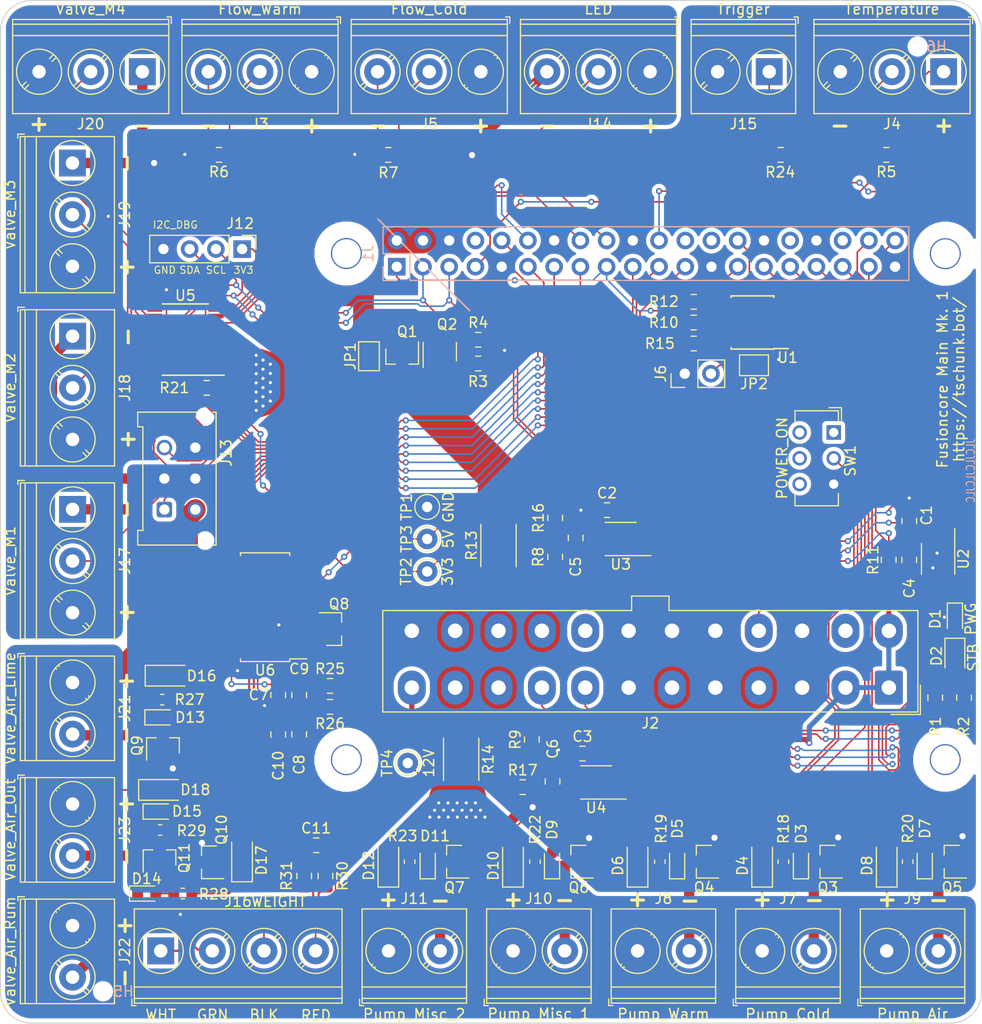
<source format=kicad_pcb>
(kicad_pcb (version 20171130) (host pcbnew "(5.1.5)-3")
  (title_block (title "FusionCore Expansion") (date 04.01.2020) (rev A) (company JKO))
  (layers (0 F.Cu signal) (31 B.Cu signal) (34 B.Paste user hide) (35 F.Paste user) (36 B.SilkS user) (37 F.SilkS user) (38 B.Mask user hide) (39 F.Mask user hide) (44 Edge.Cuts user))
  (net 0 "")
  (net 1 GND)
  (net 2 /ID_SD_EEPROM)
  (net 3 /ID_SC_EEPROM)
  (net 4 "Net-(Q1-Pad1)")
  (net 5 "Net-(Q2-Pad1)")
  (net 6 /3V3)
  (net 7 /5V)
  (net 8 /12V)
  (net 9 /3V3_PI)
  (net 10 /5V_PI)
  (net 11 "Net-(D1-Pad2)")
  (net 12 /Valve_M2)
  (net 13 /Valve_M3)
  (net 14 "Net-(D10-Pad2)")
  (net 15 "Net-(D11-Pad2)")
  (net 16 /1W)
  (net 17 /Valve_M4)
  (net 18 /Flow_C)
  (net 19 /Flow_W)
  (net 20 /Trigger)
  (net 21 /Pump_WC)
  (net 22 /Pump_WW)
  (net 23 /Valve_M1)
  (net 24 /Pump_A)
  (net 25 /Pump_M1)
  (net 26 /Valve_AL)
  (net 27 /Pump_M2)
  (net 28 /Valve_AR)
  (net 29 /Valve_AO)
  (net 30 "Net-(D2-Pad2)")
  (net 31 "Net-(D3-Pad2)")
  (net 32 "Net-(D13-Pad2)")
  (net 33 "Net-(D14-Pad2)")
  (net 34 /5V_ATX)
  (net 35 /PWRG)
  (net 36 /5VSTB)
  (net 37 /12V_ATX)
  (net 38 /I2C_SDA)
  (net 39 /I2C_SCL)
  (net 40 /LED_PWM)
  (net 41 /Weight_CLK)
  (net 42 /Weight_D)
  (net 43 /INA-)
  (net 44 /INA+)
  (net 45 /INA_C+)
  (net 46 /INA_C-)
  (net 47 /Flow_W_5V)
  (net 48 /Flow_C_5V)
  (net 49 /LED_PWM_5V)
  (net 50 "Net-(D3-Pad1)")
  (net 51 "Net-(D15-Pad1)")
  (net 52 "Net-(D15-Pad2)")
  (net 53 /Valve_M1_5V)
  (net 54 /Valve_M2_5V)
  (net 55 /Valve_M3_5V)
  (net 56 /Valve_M4_5V)
  (net 57 /PS_ON)
  (net 58 /3V3_ATX)
  (net 59 "Net-(C8-Pad2)")
  (net 60 "Net-(C10-Pad2)")
  (net 61 "Net-(D5-Pad2)")
  (net 62 "Net-(D7-Pad2)")
  (net 63 "Net-(D9-Pad2)")
  (net 64 "Net-(D11-Pad1)")
  (net 65 "Net-(D13-Pad1)")
  (net 66 "Net-(C5-Pad2)")
  (net 67 "Net-(C5-Pad1)")
  (net 68 "Net-(C6-Pad2)")
  (net 69 "Net-(C6-Pad1)")
  (net 70 "Net-(D5-Pad1)")
  (net 71 "Net-(D7-Pad1)")
  (net 72 "Net-(D14-Pad1)")
  (net 73 "Net-(J6-Pad2)")
  (net 74 "Net-(Q8-Pad2)")
  (net 75 "Net-(R25-Pad2)")
  (module Package_TO_SOT_SMD:SOT-23 (layer F.Cu) (at 87.4435 74.2615 270)
    (fp_text reference Q1 (at -2.3795 -0.4913) (layer F.SilkS))
    (fp_text value DMG2305UX hide)
    (pad 1 smd rect (at -1 -0.95 270) (size 0.9 0.8) (layers F.Cu F.Paste F.Mask) (net 4 "Net-(Q1-Pad1)"))
    (pad 2 smd rect (at -1 0.95 270) (size 0.9 0.8) (layers F.Cu F.Paste F.Mask) (net 10 /5V_PI))
    (pad 3 smd rect (at 1 0 270) (size 0.9 0.8) (layers F.Cu F.Paste F.Mask) (net 7 /5V))
  )
  (module Package_TO_SOT_SMD:SOT-23 (layer F.Cu) (at 128.667 123.19 180)
    (fp_text reference Q3 (at 0 -2.5) (layer F.SilkS))
    (fp_text value AO3400A hide)
    (pad 3 smd rect (at 1 0 180) (size 0.9 0.8) (layers F.Cu F.Paste F.Mask) (net 50 "Net-(D3-Pad1)"))
    (pad 2 smd rect (at -1 0.95 180) (size 0.9 0.8) (layers F.Cu F.Paste F.Mask) (net 1 GND))
    (pad 1 smd rect (at -1 -0.95 180) (size 0.9 0.8) (layers F.Cu F.Paste F.Mask) (net 21 /Pump_WC))
  )
  (module Package_TO_SOT_SMD:SOT-23 (layer F.Cu) (at 116.6876 123.19 180)
    (fp_text reference Q4 (at 0 -2.5) (layer F.SilkS))
    (fp_text value AO3400A hide)
    (pad 3 smd rect (at 1 0 180) (size 0.9 0.8) (layers F.Cu F.Paste F.Mask) (net 70 "Net-(D5-Pad1)"))
    (pad 2 smd rect (at -1 0.95 180) (size 0.9 0.8) (layers F.Cu F.Paste F.Mask) (net 1 GND))
    (pad 1 smd rect (at -1 -0.95 180) (size 0.9 0.8) (layers F.Cu F.Paste F.Mask) (net 22 /Pump_WW))
  )
  (module Package_TO_SOT_SMD:SOT-23 (layer F.Cu) (at 140.6906 123.19 180)
    (fp_text reference Q5 (at 0 -2.5) (layer F.SilkS))
    (fp_text value AO3400A hide)
    (pad 3 smd rect (at 1 0 180) (size 0.9 0.8) (layers F.Cu F.Paste F.Mask) (net 71 "Net-(D7-Pad1)"))
    (pad 2 smd rect (at -1 0.95 180) (size 0.9 0.8) (layers F.Cu F.Paste F.Mask) (net 1 GND))
    (pad 1 smd rect (at -1 -0.95 180) (size 0.9 0.8) (layers F.Cu F.Paste F.Mask) (net 24 /Pump_A))
  )
  (module Package_TO_SOT_SMD:SOT-23 (layer F.Cu) (at 104.5464 123.19 180)
    (fp_text reference Q6 (at 0 -2.5) (layer F.SilkS))
    (fp_text value AO3400A hide)
    (pad 3 smd rect (at 1 0 180) (size 0.9 0.8) (layers F.Cu F.Paste F.Mask) (net 14 "Net-(D10-Pad2)"))
    (pad 2 smd rect (at -1 0.95 180) (size 0.9 0.8) (layers F.Cu F.Paste F.Mask) (net 1 GND))
    (pad 1 smd rect (at -1 -0.95 180) (size 0.9 0.8) (layers F.Cu F.Paste F.Mask) (net 25 /Pump_M1))
  )
  (module Package_TO_SOT_SMD:SOT-23 (layer F.Cu) (at 92.5068 123.19 180)
    (fp_text reference Q7 (at 0 -2.5) (layer F.SilkS))
    (fp_text value AO3400A hide)
    (pad 3 smd rect (at 1 0 180) (size 0.9 0.8) (layers F.Cu F.Paste F.Mask) (net 64 "Net-(D11-Pad1)"))
    (pad 2 smd rect (at -1 0.95 180) (size 0.9 0.8) (layers F.Cu F.Paste F.Mask) (net 1 GND))
    (pad 1 smd rect (at -1 -0.95 180) (size 0.9 0.8) (layers F.Cu F.Paste F.Mask) (net 27 /Pump_M2))
  )
  (module Package_TO_SOT_SMD:SOT-23 (layer F.Cu) (at 64.278 111.953 90)
    (fp_text reference Q9 (at 0 -2.5 90) (layer F.SilkS))
    (fp_text value AO3400A hide)
    (pad 3 smd rect (at 1 0 90) (size 0.9 0.8) (layers F.Cu F.Paste F.Mask) (net 65 "Net-(D13-Pad1)"))
    (pad 2 smd rect (at -1 0.95 90) (size 0.9 0.8) (layers F.Cu F.Paste F.Mask) (net 1 GND))
    (pad 1 smd rect (at -1 -0.95 90) (size 0.9 0.8) (layers F.Cu F.Paste F.Mask) (net 26 /Valve_AL))
  )
  (module Package_TO_SOT_SMD:SOT-23 (layer F.Cu) (at 68.7705 123.2535 180)
    (fp_text reference Q10 (at -1.1811 3.1623 90) (layer F.SilkS))
    (fp_text value AO3400A hide)
    (pad 3 smd rect (at 1 0 180) (size 0.9 0.8) (layers F.Cu F.Paste F.Mask) (net 72 "Net-(D14-Pad1)"))
    (pad 2 smd rect (at -1 0.95 180) (size 0.9 0.8) (layers F.Cu F.Paste F.Mask) (net 1 GND))
    (pad 1 smd rect (at -1 -0.95 180) (size 0.9 0.8) (layers F.Cu F.Paste F.Mask) (net 28 /Valve_AR))
  )
  (module Package_TO_SOT_SMD:SOT-23 (layer F.Cu) (at 63.9445 122.809 90)
    (fp_text reference Q11 (at -0.0254 2.4003 90) (layer F.SilkS))
    (fp_text value AO3400A hide)
    (pad 3 smd rect (at 1 0 90) (size 0.9 0.8) (layers F.Cu F.Paste F.Mask) (net 51 "Net-(D15-Pad1)"))
    (pad 2 smd rect (at -1 0.95 90) (size 0.9 0.8) (layers F.Cu F.Paste F.Mask) (net 1 GND))
    (pad 1 smd rect (at -1 -0.95 90) (size 0.9 0.8) (layers F.Cu F.Paste F.Mask) (net 29 /Valve_AO))
  )
  (module Package_TO_SOT_SMD:SOT-23 (layer F.Cu) (at 80.825 100.6716)
    (fp_text reference Q8 (at 0.5058 -2.4244) (layer F.SilkS))
    (fp_text value MMBT4403 hide)
    (pad 3 smd rect (at 1 0) (size 0.9 0.8) (layers F.Cu F.Paste F.Mask) (net 59 "Net-(C8-Pad2)"))
    (pad 2 smd rect (at -1 0.95) (size 0.9 0.8) (layers F.Cu F.Paste F.Mask) (net 74 "Net-(Q8-Pad2)"))
    (pad 1 smd rect (at -1 -0.95) (size 0.9 0.8) (layers F.Cu F.Paste F.Mask) (net 7 /5V))
  )
  (module Resistor_SMD:R_0805_2012Metric_Pad1.15x1.40mm_HandSolder (layer F.Cu) (at 134.5565 93.971 90)
    (fp_text reference R11 (at -0.009 -1.5113 90) (layer F.SilkS))
    (fp_text value 0.03 hide)
    (pad 2 smd roundrect (at 1.025 0 90) (size 1.15 1.4) (layers F.Cu F.Paste F.Mask) (roundrect_rratio 0.217391) (net 6 /3V3))
    (pad 1 smd roundrect (at -1.025 0 90) (size 1.15 1.4) (layers F.Cu F.Paste F.Mask) (roundrect_rratio 0.217391) (net 58 /3V3_ATX))
  )
  (module Package_SO:VSSOP-10_3x3mm_P0.5mm (layer F.Cu) (at 106.2228 115.5192 180)
    (fp_text reference U4 (at 0 -2.45) (layer F.SilkS))
    (fp_text value INA226 hide)
    (pad 10 smd roundrect (at 2.2 -1 180) (size 1.45 0.3) (layers F.Cu F.Paste F.Mask) (net 68 "Net-(C6-Pad2)"))
    (pad 9 smd roundrect (at 2.2 -0.5 180) (size 1.45 0.3) (layers F.Cu F.Paste F.Mask) (net 69 "Net-(C6-Pad1)"))
    (pad 8 smd roundrect (at 2.2 0 180) (size 1.45 0.3) (layers F.Cu F.Paste F.Mask) (net 68 "Net-(C6-Pad2)"))
    (pad 7 smd roundrect (at 2.2 0.5 180) (size 1.45 0.3) (layers F.Cu F.Paste F.Mask) (net 1 GND))
    (pad 6 smd roundrect (at 2.2 1 180) (size 1.45 0.3) (layers F.Cu F.Paste F.Mask) (net 6 /3V3))
    (pad 5 smd roundrect (at -2.2 1 180) (size 1.45 0.3) (layers F.Cu F.Paste F.Mask) (net 39 /I2C_SCL))
    (pad 4 smd roundrect (at -2.2 0.5 180) (size 1.45 0.3) (layers F.Cu F.Paste F.Mask) (net 38 /I2C_SDA))
    (pad 3 smd roundrect (at -2.2 0 180) (size 1.45 0.3) (layers F.Cu F.Paste F.Mask))
    (pad 2 smd roundrect (at -2.2 -0.5 180) (size 1.45 0.3) (layers F.Cu F.Paste F.Mask) (net 38 /I2C_SDA))
    (pad 1 smd roundrect (at -2.2 -1 180) (size 1.45 0.3) (layers F.Cu F.Paste F.Mask) (net 6 /3V3))
  )
  (module Package_SO:VSSOP-10_3x3mm_P0.5mm (layer F.Cu) (at 108.6104 91.948 180)
    (fp_text reference U3 (at 0 -2.45) (layer F.SilkS))
    (fp_text value INA226 hide)
    (pad 10 smd roundrect (at 2.2 -1 180) (size 1.45 0.3) (layers F.Cu F.Paste F.Mask) (net 66 "Net-(C5-Pad2)"))
    (pad 9 smd roundrect (at 2.2 -0.5 180) (size 1.45 0.3) (layers F.Cu F.Paste F.Mask) (net 67 "Net-(C5-Pad1)"))
    (pad 8 smd roundrect (at 2.2 0 180) (size 1.45 0.3) (layers F.Cu F.Paste F.Mask) (net 66 "Net-(C5-Pad2)"))
    (pad 7 smd roundrect (at 2.2 0.5 180) (size 1.45 0.3) (layers F.Cu F.Paste F.Mask) (net 1 GND))
    (pad 6 smd roundrect (at 2.2 1 180) (size 1.45 0.3) (layers F.Cu F.Paste F.Mask) (net 6 /3V3))
    (pad 5 smd roundrect (at -2.2 1 180) (size 1.45 0.3) (layers F.Cu F.Paste F.Mask) (net 39 /I2C_SCL))
    (pad 4 smd roundrect (at -2.2 0.5 180) (size 1.45 0.3) (layers F.Cu F.Paste F.Mask) (net 38 /I2C_SDA))
    (pad 3 smd roundrect (at -2.2 0 180) (size 1.45 0.3) (layers F.Cu F.Paste F.Mask))
    (pad 2 smd roundrect (at -2.2 -0.5 180) (size 1.45 0.3) (layers F.Cu F.Paste F.Mask) (net 6 /3V3))
    (pad 1 smd roundrect (at -2.2 -1 180) (size 1.45 0.3) (layers F.Cu F.Paste F.Mask) (net 6 /3V3))
  )
  (module Package_SO:VSSOP-10_3x3mm_P0.5mm (layer F.Cu) (at 139.3444 93.8784 270)
    (fp_text reference U2 (at 0 -2.45 90) (layer F.SilkS))
    (fp_text value INA226 hide)
    (pad 10 smd roundrect (at 2.2 -1 270) (size 1.45 0.3) (layers F.Cu F.Paste F.Mask) (net 58 /3V3_ATX))
    (pad 9 smd roundrect (at 2.2 -0.5 270) (size 1.45 0.3) (layers F.Cu F.Paste F.Mask) (net 6 /3V3))
    (pad 8 smd roundrect (at 2.2 0 270) (size 1.45 0.3) (layers F.Cu F.Paste F.Mask) (net 58 /3V3_ATX))
    (pad 7 smd roundrect (at 2.2 0.5 270) (size 1.45 0.3) (layers F.Cu F.Paste F.Mask) (net 1 GND))
    (pad 6 smd roundrect (at 2.2 1 270) (size 1.45 0.3) (layers F.Cu F.Paste F.Mask) (net 6 /3V3))
    (pad 5 smd roundrect (at -2.2 1 270) (size 1.45 0.3) (layers F.Cu F.Paste F.Mask) (net 39 /I2C_SCL))
    (pad 4 smd roundrect (at -2.2 0.5 270) (size 1.45 0.3) (layers F.Cu F.Paste F.Mask) (net 38 /I2C_SDA))
    (pad 3 smd roundrect (at -2.2 0 270) (size 1.45 0.3) (layers F.Cu F.Paste F.Mask))
    (pad 2 smd roundrect (at -2.2 -0.5 270) (size 1.45 0.3) (layers F.Cu F.Paste F.Mask) (net 1 GND))
    (pad 1 smd roundrect (at -2.2 -1 270) (size 1.45 0.3) (layers F.Cu F.Paste F.Mask) (net 6 /3V3))
  )
  (module Resistor_SMD:R_0805_2012Metric_Pad1.15x1.40mm_HandSolder (layer F.Cu) (at 99.1108 115.9764)
    (fp_text reference R17 (at 0 -1.65) (layer F.SilkS))
    (fp_text value 10 hide)
    (pad 2 smd roundrect (at 1.025 0) (size 1.15 1.4) (layers F.Cu F.Paste F.Mask) (roundrect_rratio 0.217391) (net 69 "Net-(C6-Pad1)"))
    (pad 1 smd roundrect (at -1.025 0) (size 1.15 1.4) (layers F.Cu F.Paste F.Mask) (roundrect_rratio 0.217391) (net 8 /12V))
  )
  (module Resistor_SMD:R_0805_2012Metric_Pad1.15x1.40mm_HandSolder (layer F.Cu) (at 99.99726 111.36514 270)
    (fp_text reference R9 (at 0 1.59766 90) (layer F.SilkS))
    (fp_text value 10 hide)
    (pad 2 smd roundrect (at 1.025 0 270) (size 1.15 1.4) (layers F.Cu F.Paste F.Mask) (roundrect_rratio 0.217391) (net 68 "Net-(C6-Pad2)"))
    (pad 1 smd roundrect (at -1.025 0 270) (size 1.15 1.4) (layers F.Cu F.Paste F.Mask) (roundrect_rratio 0.217391) (net 37 /12V_ATX))
  )
  (module Resistor_SMD:R_2512_6332Metric_Pad1.52x3.35mm_HandSolder (layer F.Cu) (at 93.1545 113.284 270)
    (fp_text reference R14 (at 0 -2.62 90) (layer F.SilkS))
    (fp_text value 0.008 hide)
    (pad 2 smd roundrect (at 2.9875 0 270) (size 1.525 3.35) (layers F.Cu F.Paste F.Mask) (roundrect_rratio 0.163934) (net 8 /12V))
    (pad 1 smd roundrect (at -2.9875 0 270) (size 1.525 3.35) (layers F.Cu F.Paste F.Mask) (roundrect_rratio 0.163934) (net 37 /12V_ATX))
  )
  (module Resistor_SMD:R_0805_2012Metric_Pad1.15x1.40mm_HandSolder (layer F.Cu) (at 102.2604 89.907 270)
    (fp_text reference R16 (at 0 1.6256 90) (layer F.SilkS))
    (fp_text value 10 hide)
    (pad 2 smd roundrect (at 1.025 0 270) (size 1.15 1.4) (layers F.Cu F.Paste F.Mask) (roundrect_rratio 0.217391) (net 67 "Net-(C5-Pad1)"))
    (pad 1 smd roundrect (at -1.025 0 270) (size 1.15 1.4) (layers F.Cu F.Paste F.Mask) (roundrect_rratio 0.217391) (net 7 /5V))
  )
  (module Resistor_SMD:R_0805_2012Metric_Pad1.15x1.40mm_HandSolder (layer F.Cu) (at 102.2604 93.6842 90)
    (fp_text reference R8 (at 0 -1.65 90) (layer F.SilkS))
    (fp_text value 10 hide)
    (pad 2 smd roundrect (at 1.025 0 90) (size 1.15 1.4) (layers F.Cu F.Paste F.Mask) (roundrect_rratio 0.217391) (net 66 "Net-(C5-Pad2)"))
    (pad 1 smd roundrect (at -1.025 0 90) (size 1.15 1.4) (layers F.Cu F.Paste F.Mask) (roundrect_rratio 0.217391) (net 34 /5V_ATX))
  )
  (module Resistor_SMD:R_2512_6332Metric_Pad1.52x3.35mm_HandSolder (layer F.Cu) (at 96.77146 92.58 90)
    (fp_text reference R13 (at 0 -2.62 90) (layer F.SilkS))
    (fp_text value 0.008 hide)
    (pad 2 smd roundrect (at 2.9875 0 90) (size 1.525 3.35) (layers F.Cu F.Paste F.Mask) (roundrect_rratio 0.163934) (net 7 /5V))
    (pad 1 smd roundrect (at -2.9875 0 90) (size 1.525 3.35) (layers F.Cu F.Paste F.Mask) (roundrect_rratio 0.163934) (net 34 /5V_ATX))
  )
  (module Capacitor_SMD:C_0805_2012Metric_Pad1.15x1.40mm_HandSolder (layer F.Cu) (at 104.902 112.7252)
    (fp_text reference C3 (at 0 -1.65) (layer F.SilkS))
    (fp_text value 0.1μF hide)
    (pad 2 smd roundrect (at 1.025 0) (size 1.15 1.4) (layers F.Cu F.Paste F.Mask) (roundrect_rratio 0.217391) (net 6 /3V3))
    (pad 1 smd roundrect (at -1.025 0) (size 1.15 1.4) (layers F.Cu F.Paste F.Mask) (roundrect_rratio 0.217391) (net 1 GND))
  )
  (module Capacitor_SMD:C_0805_2012Metric_Pad1.15x1.40mm_HandSolder (layer F.Cu) (at 102.0064 115.4176 90)
    (fp_text reference C6 (at 3.1496 0 90) (layer F.SilkS))
    (fp_text value 0.1μF hide)
    (pad 2 smd roundrect (at 1.025 0 90) (size 1.15 1.4) (layers F.Cu F.Paste F.Mask) (roundrect_rratio 0.217391) (net 68 "Net-(C6-Pad2)"))
    (pad 1 smd roundrect (at -1.025 0 90) (size 1.15 1.4) (layers F.Cu F.Paste F.Mask) (roundrect_rratio 0.217391) (net 69 "Net-(C6-Pad1)"))
  )
  (module Capacitor_SMD:C_0805_2012Metric_Pad1.15x1.40mm_HandSolder (layer F.Cu) (at 107.2806 89.154)
    (fp_text reference C2 (at 0 -1.65) (layer F.SilkS))
    (fp_text value 0.1μF hide)
    (pad 2 smd roundrect (at 1.025 0) (size 1.15 1.4) (layers F.Cu F.Paste F.Mask) (roundrect_rratio 0.217391) (net 6 /3V3))
    (pad 1 smd roundrect (at -1.025 0) (size 1.15 1.4) (layers F.Cu F.Paste F.Mask) (roundrect_rratio 0.217391) (net 1 GND))
  )
  (module Capacitor_SMD:C_0805_2012Metric_Pad1.15x1.40mm_HandSolder (layer F.Cu) (at 104.2416 91.8464 270)
    (fp_text reference C5 (at 2.794 0 90) (layer F.SilkS))
    (fp_text value 0.1μF hide)
    (pad 2 smd roundrect (at 1.025 0 270) (size 1.15 1.4) (layers F.Cu F.Paste F.Mask) (roundrect_rratio 0.217391) (net 66 "Net-(C5-Pad2)"))
    (pad 1 smd roundrect (at -1.025 0 270) (size 1.15 1.4) (layers F.Cu F.Paste F.Mask) (roundrect_rratio 0.217391) (net 67 "Net-(C5-Pad1)"))
  )
  (module Capacitor_SMD:C_0805_2012Metric_Pad1.15x1.40mm_HandSolder (layer F.Cu) (at 136.5504 90.2118 270)
    (fp_text reference C1 (at -0.5498 -1.6764 90) (layer F.SilkS))
    (fp_text value 0.1μF hide)
    (pad 2 smd roundrect (at 1.025 0 270) (size 1.15 1.4) (layers F.Cu F.Paste F.Mask) (roundrect_rratio 0.217391) (net 6 /3V3))
    (pad 1 smd roundrect (at -1.025 0 270) (size 1.15 1.4) (layers F.Cu F.Paste F.Mask) (roundrect_rratio 0.217391) (net 1 GND))
  )
  (module Capacitor_SMD:C_0805_2012Metric_Pad1.15x1.40mm_HandSolder (layer F.Cu) (at 136.5504 93.971 270)
    (fp_text reference C4 (at 2.7522 0 90) (layer F.SilkS))
    (fp_text value 0.1μF hide)
    (pad 2 smd roundrect (at 1.025 0 270) (size 1.15 1.4) (layers F.Cu F.Paste F.Mask) (roundrect_rratio 0.217391) (net 58 /3V3_ATX))
    (pad 1 smd roundrect (at -1.025 0 270) (size 1.15 1.4) (layers F.Cu F.Paste F.Mask) (roundrect_rratio 0.217391) (net 6 /3V3))
  )
  (module project_footprints:JLC_Tooling_Hole (layer B.Cu) (at 58.4708 135.7376)
    (fp_text reference H5 (at 1.9812 0.0254 -180) (layer B.SilkS) (effects (justify mirror)))
    (fp_text value ToolingHole hide)
    (pad "" np_thru_hole circle (at 0 0) (size 1.152 1.152) (drill 1.152) (layers *.Cu *.Mask) (clearance 0.2))
  )
  (module project_footprints:JLC_Tooling_Hole (layer B.Cu) (at 137.3632 44.2722)
    (fp_text reference H6 (at 1.8288 0) (layer B.SilkS) (effects (justify mirror)))
    (fp_text value ToolingHole hide)
    (pad "" np_thru_hole circle (at 0 0) (size 1.152 1.152) (drill 1.152) (layers *.Cu *.Mask) (clearance 0.2))
  )
  (module Connector_PinHeader_2.54mm:PinHeader_1x04_P2.54mm_Vertical (layer F.Cu) (at 71.9455 63.881 270)
    (fp_text reference J12 (at -2.4765 0.1905 180) (layer F.SilkS))
    (fp_text value I2C_DBG (at -2.3495 6.477 180) (layer F.SilkS) (effects (font (size 0.7 0.7) (thickness 0.1))))
    (pad 4 thru_hole oval (at 0 7.62 270) (size 1.7 1.7) (drill 1) (layers *.Cu *.Mask) (net 1 GND))
    (pad 3 thru_hole oval (at 0 5.08 270) (size 1.7 1.7) (drill 1) (layers *.Cu *.Mask) (net 38 /I2C_SDA))
    (pad 2 thru_hole oval (at 0 2.54 270) (size 1.7 1.7) (drill 1) (layers *.Cu *.Mask) (net 39 /I2C_SCL))
    (pad 1 thru_hole rect (at 0 0 270) (size 1.7 1.7) (drill 1) (layers *.Cu *.Mask) (net 6 /3V3))
  )
  (module Connector_Molex:Molex_Micro-Fit_3.0_43045-0612_2x03_P3.00mm_Vertical (layer F.Cu) (at 64.4144 89.1032 90)
    (fp_text reference J13 (at 5.4864 5.9944 90) (layer F.SilkS))
    (fp_text value Conn_02x03_Top_Bottom hide)
    (pad 6 thru_hole circle (at 6 3 90) (size 1.5 1.5) (drill 1) (layers *.Cu *.Mask) (net 7 /5V))
    (pad 5 thru_hole circle (at 3 3 90) (size 1.5 1.5) (drill 1) (layers *.Cu *.Mask) (net 1 GND))
    (pad 4 thru_hole circle (at 0 3 90) (size 1.5 1.5) (drill 1) (layers *.Cu *.Mask) (net 8 /12V))
    (pad 3 thru_hole circle (at 6 0 90) (size 1.5 1.5) (drill 1) (layers *.Cu *.Mask) (net 38 /I2C_SDA))
    (pad 2 thru_hole circle (at 3 0 90) (size 1.5 1.5) (drill 1) (layers *.Cu *.Mask) (net 1 GND))
    (pad 1 thru_hole roundrect (at 0 0 90) (size 1.5 1.5) (drill 1) (layers *.Cu *.Mask) (roundrect_rratio 0.166667) (net 39 /I2C_SCL))
    (pad "" np_thru_hole circle (at 9 3.94 90) (size 1 1) (drill 1) (layers *.Cu *.Mask))
    (pad "" np_thru_hole circle (at -3 3.94 90) (size 1 1) (drill 1) (layers *.Cu *.Mask))
  )
  (module Button_Switch_THT:SW_CuK_JS202011CQN_DPDT_Straight (layer F.Cu) (at 129.2352 81.6356 270)
    (fp_text reference SW1 (at 2.75 -1.6 90) (layer F.SilkS))
    (fp_text value POWER_ON (at 2.4892 5 90) (layer F.SilkS))
    (pad 6 thru_hole circle (at 5 3.3 270) (size 1.4 1.4) (drill 0.9) (layers *.Cu *.Mask))
    (pad 5 thru_hole circle (at 2.5 3.3 270) (size 1.4 1.4) (drill 0.9) (layers *.Cu *.Mask))
    (pad 4 thru_hole circle (at 0 3.3 270) (size 1.4 1.4) (drill 0.9) (layers *.Cu *.Mask))
    (pad 3 thru_hole circle (at 5 0 270) (size 1.4 1.4) (drill 0.9) (layers *.Cu *.Mask) (net 1 GND))
    (pad 2 thru_hole circle (at 2.5 0 270) (size 1.4 1.4) (drill 0.9) (layers *.Cu *.Mask) (net 57 /PS_ON))
    (pad 1 thru_hole rect (at 0 0 270) (size 1.4 1.4) (drill 0.9) (layers *.Cu *.Mask))
  )
  (module Package_SO:TSSOP-20_4.4x6.5mm_P0.65mm (layer F.Cu) (at 66.4464 72.644 180)
    (fp_text reference U5 (at 0 4.2672) (layer F.SilkS))
    (fp_text value TXB0108DQSR hide)
    (pad 20 smd rect (at 2.95 -2.925 180) (size 1.45 0.45) (layers F.Cu F.Paste F.Mask) (net 53 /Valve_M1_5V))
    (pad 19 smd rect (at 2.95 -2.275 180) (size 1.45 0.45) (layers F.Cu F.Paste F.Mask) (net 54 /Valve_M2_5V))
    (pad 18 smd rect (at 2.95 -1.625 180) (size 1.45 0.45) (layers F.Cu F.Paste F.Mask) (net 55 /Valve_M3_5V))
    (pad 17 smd rect (at 2.95 -0.975 180) (size 1.45 0.45) (layers F.Cu F.Paste F.Mask) (net 56 /Valve_M4_5V))
    (pad 16 smd rect (at 2.95 -0.325 180) (size 1.45 0.45) (layers F.Cu F.Paste F.Mask) (net 7 /5V))
    (pad 15 smd rect (at 2.95 0.325 180) (size 1.45 0.45) (layers F.Cu F.Paste F.Mask) (net 1 GND))
    (pad 14 smd rect (at 2.95 0.975 180) (size 1.45 0.45) (layers F.Cu F.Paste F.Mask))
    (pad 13 smd rect (at 2.95 1.625 180) (size 1.45 0.45) (layers F.Cu F.Paste F.Mask) (net 47 /Flow_W_5V))
    (pad 12 smd rect (at 2.95 2.275 180) (size 1.45 0.45) (layers F.Cu F.Paste F.Mask) (net 48 /Flow_C_5V))
    (pad 11 smd rect (at 2.95 2.925 180) (size 1.45 0.45) (layers F.Cu F.Paste F.Mask) (net 49 /LED_PWM_5V))
    (pad 10 smd rect (at -2.95 2.925 180) (size 1.45 0.45) (layers F.Cu F.Paste F.Mask) (net 40 /LED_PWM))
    (pad 9 smd rect (at -2.95 2.275 180) (size 1.45 0.45) (layers F.Cu F.Paste F.Mask) (net 18 /Flow_C))
    (pad 8 smd rect (at -2.95 1.625 180) (size 1.45 0.45) (layers F.Cu F.Paste F.Mask) (net 19 /Flow_W))
    (pad 7 smd rect (at -2.95 0.975 180) (size 1.45 0.45) (layers F.Cu F.Paste F.Mask))
    (pad 6 smd rect (at -2.95 0.325 180) (size 1.45 0.45) (layers F.Cu F.Paste F.Mask) (net 6 /3V3))
    (pad 5 smd rect (at -2.95 -0.325 180) (size 1.45 0.45) (layers F.Cu F.Paste F.Mask) (net 6 /3V3))
    (pad 4 smd rect (at -2.95 -0.975 180) (size 1.45 0.45) (layers F.Cu F.Paste F.Mask) (net 17 /Valve_M4))
    (pad 3 smd rect (at -2.95 -1.625 180) (size 1.45 0.45) (layers F.Cu F.Paste F.Mask) (net 13 /Valve_M3))
    (pad 2 smd rect (at -2.95 -2.275 180) (size 1.45 0.45) (layers F.Cu F.Paste F.Mask) (net 12 /Valve_M2))
    (pad 1 smd rect (at -2.95 -2.925 180) (size 1.45 0.45) (layers F.Cu F.Paste F.Mask) (net 23 /Valve_M1))
  )
  (module LED_SMD:LED_0603_1608Metric_Pad1.05x0.95mm_HandSolder (layer F.Cu) (at 89.916 123.19 90)
    (fp_text reference D11 (at 2.4892 0.7112 180) (layer F.SilkS))
    (fp_text value LED hide)
    (pad 2 smd roundrect (at 0.875 0 90) (size 1.05 0.95) (layers F.Cu F.Paste F.Mask) (net 15 "Net-(D11-Pad2)"))
    (pad 1 smd roundrect (at -0.875 0 90) (size 1.05 0.95) (layers F.Cu F.Paste F.Mask) (net 64 "Net-(D11-Pad1)"))
  )
  (module LED_SMD:LED_0603_1608Metric_Pad1.05x0.95mm_HandSolder (layer F.Cu) (at 101.9556 123.19 90)
    (fp_text reference D9 (at 3.0988 0 90) (layer F.SilkS))
    (fp_text value LED hide)
    (pad 2 smd roundrect (at 0.875 0 90) (size 1.05 0.95) (layers F.Cu F.Paste F.Mask) (net 63 "Net-(D9-Pad2)"))
    (pad 1 smd roundrect (at -0.875 0 90) (size 1.05 0.95) (layers F.Cu F.Paste F.Mask) (net 14 "Net-(D10-Pad2)"))
  )
  (module LED_SMD:LED_0603_1608Metric_Pad1.05x0.95mm_HandSolder (layer F.Cu) (at 138.049 123.19 90)
    (fp_text reference D7 (at 3.2004 0.0254 90) (layer F.SilkS))
    (fp_text value LED hide)
    (pad 2 smd roundrect (at 0.875 0 90) (size 1.05 0.95) (layers F.Cu F.Paste F.Mask) (net 62 "Net-(D7-Pad2)"))
    (pad 1 smd roundrect (at -0.875 0 90) (size 1.05 0.95) (layers F.Cu F.Paste F.Mask) (net 71 "Net-(D7-Pad1)"))
  )
  (module LED_SMD:LED_0603_1608Metric_Pad1.05x0.95mm_HandSolder (layer F.Cu) (at 114.0714 123.19 90)
    (fp_text reference D5 (at 3.2004 0.0254 90) (layer F.SilkS))
    (fp_text value LED hide)
    (pad 2 smd roundrect (at 0.875 0 90) (size 1.05 0.95) (layers F.Cu F.Paste F.Mask) (net 61 "Net-(D5-Pad2)"))
    (pad 1 smd roundrect (at -0.875 0 90) (size 1.05 0.95) (layers F.Cu F.Paste F.Mask) (net 70 "Net-(D5-Pad1)"))
  )
  (module LED_SMD:LED_0603_1608Metric_Pad1.05x0.95mm_HandSolder (layer F.Cu) (at 126.0602 123.19 90)
    (fp_text reference D3 (at 2.6924 0.0254 90) (layer F.SilkS))
    (fp_text value LED hide)
    (pad 2 smd roundrect (at 0.875 0 90) (size 1.05 0.95) (layers F.Cu F.Paste F.Mask) (net 31 "Net-(D3-Pad2)"))
    (pad 1 smd roundrect (at -0.875 0 90) (size 1.05 0.95) (layers F.Cu F.Paste F.Mask) (net 50 "Net-(D3-Pad1)"))
  )
  (module LED_SMD:LED_0603_1608Metric_Pad1.05x0.95mm_HandSolder (layer F.Cu) (at 64.008 118.3386)
    (fp_text reference D15 (at 2.5908 -0.0254) (layer F.SilkS))
    (fp_text value LED hide)
    (pad 2 smd roundrect (at 0.875 0) (size 1.05 0.95) (layers F.Cu F.Paste F.Mask) (net 52 "Net-(D15-Pad2)"))
    (pad 1 smd roundrect (at -0.875 0) (size 1.05 0.95) (layers F.Cu F.Paste F.Mask) (net 51 "Net-(D15-Pad1)"))
  )
  (module LED_SMD:LED_0603_1608Metric_Pad1.05x0.95mm_HandSolder (layer F.Cu) (at 62.6999 126.2761)
    (fp_text reference D14 (at 0 -1.43) (layer F.SilkS))
    (fp_text value LED hide)
    (pad 2 smd roundrect (at 0.875 0) (size 1.05 0.95) (layers F.Cu F.Paste F.Mask) (net 33 "Net-(D14-Pad2)"))
    (pad 1 smd roundrect (at -0.875 0) (size 1.05 0.95) (layers F.Cu F.Paste F.Mask) (net 72 "Net-(D14-Pad1)"))
  )
  (module LED_SMD:LED_0603_1608Metric_Pad1.05x0.95mm_HandSolder (layer F.Cu) (at 64.1858 109.22)
    (fp_text reference D13 (at 2.7178 0) (layer F.SilkS))
    (fp_text value LED)
    (pad 2 smd roundrect (at 0.875 0) (size 1.05 0.95) (layers F.Cu F.Paste F.Mask) (net 32 "Net-(D13-Pad2)"))
    (pad 1 smd roundrect (at -0.875 0) (size 1.05 0.95) (layers F.Cu F.Paste F.Mask) (net 65 "Net-(D13-Pad1)"))
  )
  (module Resistor_SMD:R_0805_2012Metric_Pad1.15x1.40mm_HandSolder (layer F.Cu) (at 68.5202 77.3176)
    (fp_text reference R21 (at -3.1406 0) (layer F.SilkS))
    (fp_text value 10K hide)
    (pad 2 smd roundrect (at 1.025 0) (size 1.15 1.4) (layers F.Cu F.Paste F.Mask) (roundrect_rratio 0.217391) (net 6 /3V3))
    (pad 1 smd roundrect (at -1.025 0) (size 1.15 1.4) (layers F.Cu F.Paste F.Mask) (roundrect_rratio 0.217391) (net 1 GND))
  )
  (module Jumper:SolderJumper-2_P1.3mm_Open_Pad1.0x1.5mm (layer F.Cu) (at 84.2264 74.2592 90)
    (fp_text reference JP1 (at 0 -1.8 90) (layer F.SilkS))
    (fp_text value SolderJumper_2_Open hide)
    (pad 1 smd rect (at -0.65 0 90) (size 1 1.5) (layers F.Cu F.Mask) (net 7 /5V))
    (pad 2 smd rect (at 0.65 0 90) (size 1 1.5) (layers F.Cu F.Mask) (net 10 /5V_PI))
  )
  (module Jumper:SolderJumper-2_P1.3mm_Open_Pad1.0x1.5mm (layer F.Cu) (at 121.5136 75.1332 180)
    (fp_text reference JP2 (at 0 -1.8) (layer F.SilkS))
    (fp_text value SolderJumper_2_Open hide)
    (pad 1 smd rect (at -0.65 0 180) (size 1 1.5) (layers F.Cu F.Mask) (net 1 GND))
    (pad 2 smd rect (at 0.65 0 180) (size 1 1.5) (layers F.Cu F.Mask) (net 73 "Net-(J6-Pad2)"))
  )
  (module TestPoint:TestPoint_THTPad_D2.0mm_Drill1.0mm (layer F.Cu) (at 87.9856 113.6396 90)
    (fp_text reference TP4 (at 0 -1.998 90) (layer F.SilkS))
    (fp_text value 12V (at 0 2.05 90) (layer F.SilkS))
    (pad 1 thru_hole circle (at 0 0 90) (size 2 2) (drill 1) (layers *.Cu *.Mask) (net 8 /12V))
  )
  (module TestPoint:TestPoint_THTPad_D2.0mm_Drill1.0mm (layer F.Cu) (at 89.8652 91.948 90)
    (fp_text reference TP3 (at 0 -1.998 90) (layer F.SilkS))
    (fp_text value 5V (at 0 2.05 90) (layer F.SilkS))
    (pad 1 thru_hole circle (at 0 0 90) (size 2 2) (drill 1) (layers *.Cu *.Mask) (net 7 /5V))
  )
  (module TestPoint:TestPoint_THTPad_D2.0mm_Drill1.0mm (layer F.Cu) (at 89.8652 95.0976 270)
    (fp_text reference TP2 (at 0 2.032 90) (layer F.SilkS))
    (fp_text value 3V3 (at 0 -1.9812 90) (layer F.SilkS))
    (pad 1 thru_hole circle (at 0 0 270) (size 2 2) (drill 1) (layers *.Cu *.Mask) (net 6 /3V3))
  )
  (module TestPoint:TestPoint_THTPad_D2.0mm_Drill1.0mm (layer F.Cu) (at 89.8652 88.8492 90)
    (fp_text reference TP1 (at 0 -1.998 90) (layer F.SilkS))
    (fp_text value GND (at 0 2.05 90) (layer F.SilkS))
    (pad 1 thru_hole circle (at 0 0 90) (size 2 2) (drill 1) (layers *.Cu *.Mask) (net 1 GND))
  )
  (module Resistor_SMD:R_0603_1608Metric_Pad1.05x0.95mm_HandSolder (layer F.Cu) (at 88.1634 123.19 270)
    (fp_text reference R23 (at -2.4892 0.6858 180) (layer F.SilkS))
    (fp_text value 360 hide)
    (pad 2 smd roundrect (at 0.875 0 270) (size 1.05 0.95) (layers F.Cu F.Paste F.Mask) (net 8 /12V))
    (pad 1 smd roundrect (at -0.875 0 270) (size 1.05 0.95) (layers F.Cu F.Paste F.Mask) (net 15 "Net-(D11-Pad2)"))
  )
  (module Resistor_SMD:R_0603_1608Metric_Pad1.05x0.95mm_HandSolder (layer F.Cu) (at 100.3046 123.19 270)
    (fp_text reference R22 (at -3.1115 -0.0254 270) (layer F.SilkS))
    (fp_text value 360 hide)
    (pad 2 smd roundrect (at 0.875 0 270) (size 1.05 0.95) (layers F.Cu F.Paste F.Mask) (net 8 /12V))
    (pad 1 smd roundrect (at -0.875 0 270) (size 1.05 0.95) (layers F.Cu F.Paste F.Mask) (net 63 "Net-(D9-Pad2)"))
  )
  (module Resistor_SMD:R_0603_1608Metric_Pad1.05x0.95mm_HandSolder (layer F.Cu) (at 136.398 123.1786 270)
    (fp_text reference R20 (at -3.19408 -0.0254 90) (layer F.SilkS))
    (fp_text value 360 hide)
    (pad 2 smd roundrect (at 0.875 0 270) (size 1.05 0.95) (layers F.Cu F.Paste F.Mask) (net 8 /12V))
    (pad 1 smd roundrect (at -0.875 0 270) (size 1.05 0.95) (layers F.Cu F.Paste F.Mask) (net 62 "Net-(D7-Pad2)"))
  )
  (module Resistor_SMD:R_0603_1608Metric_Pad1.05x0.95mm_HandSolder (layer F.Cu) (at 112.395 123.19 270)
    (fp_text reference R19 (at -3.19 -0.127 90) (layer F.SilkS))
    (fp_text value 360 hide)
    (pad 2 smd roundrect (at 0.875 0 270) (size 1.05 0.95) (layers F.Cu F.Paste F.Mask) (net 8 /12V))
    (pad 1 smd roundrect (at -0.875 0 270) (size 1.05 0.95) (layers F.Cu F.Paste F.Mask) (net 61 "Net-(D5-Pad2)"))
  )
  (module Resistor_SMD:R_0603_1608Metric_Pad1.05x0.95mm_HandSolder (layer F.Cu) (at 124.3584 123.19 270)
    (fp_text reference R18 (at -3.16992 -0.01016 90) (layer F.SilkS))
    (fp_text value 360 hide)
    (pad 2 smd roundrect (at 0.875 0 270) (size 1.05 0.95) (layers F.Cu F.Paste F.Mask) (net 8 /12V))
    (pad 1 smd roundrect (at -0.875 0 270) (size 1.05 0.95) (layers F.Cu F.Paste F.Mask) (net 31 "Net-(D3-Pad2)"))
  )
  (module Resistor_SMD:R_0603_1608Metric_Pad1.05x0.95mm_HandSolder (layer F.Cu) (at 64.0067 120.1293 180)
    (fp_text reference R29 (at -3.0493 -0.0635) (layer F.SilkS))
    (fp_text value 360 hide)
    (pad 2 smd roundrect (at 0.875 0 180) (size 1.05 0.95) (layers F.Cu F.Paste F.Mask) (net 8 /12V))
    (pad 1 smd roundrect (at -0.875 0 180) (size 1.05 0.95) (layers F.Cu F.Paste F.Mask) (net 52 "Net-(D15-Pad2)"))
  )
  (module Resistor_SMD:R_0603_1608Metric_Pad1.05x0.95mm_HandSolder (layer F.Cu) (at 66.1937 126.2761)
    (fp_text reference R28 (at 2.9959 0.0635) (layer F.SilkS))
    (fp_text value 360 hide)
    (pad 2 smd roundrect (at 0.875 0) (size 1.05 0.95) (layers F.Cu F.Paste F.Mask) (net 8 /12V))
    (pad 1 smd roundrect (at -0.875 0) (size 1.05 0.95) (layers F.Cu F.Paste F.Mask) (net 33 "Net-(D14-Pad2)"))
  )
  (module Resistor_SMD:R_0603_1608Metric_Pad1.05x0.95mm_HandSolder (layer F.Cu) (at 64.1972 107.5055 180)
    (fp_text reference R27 (at -2.6556 0.0127) (layer F.SilkS))
    (fp_text value 360 hide)
    (pad 2 smd roundrect (at 0.875 0 180) (size 1.05 0.95) (layers F.Cu F.Paste F.Mask) (net 8 /12V))
    (pad 1 smd roundrect (at -0.875 0 180) (size 1.05 0.95) (layers F.Cu F.Paste F.Mask) (net 32 "Net-(D13-Pad2)"))
  )
  (module TerminalBlock_Phoenix:TerminalBlock_Phoenix_PT-1,5-3-5.0-H_1x03_P5.00mm_Horizontal (layer F.Cu) (at 62.2808 46.7106 180)
    (fp_text reference J20 (at 5 -5.06) (layer F.SilkS))
    (fp_text value Valve_M4 (at 5 6.06) (layer F.SilkS))
    (pad 3 thru_hole circle (at 10 0 180) (size 2.6 2.6) (drill 1.3) (layers *.Cu *.Mask) (net 7 /5V))
    (pad 2 thru_hole circle (at 5 0 180) (size 2.6 2.6) (drill 1.3) (layers *.Cu *.Mask) (net 56 /Valve_M4_5V))
    (pad 1 thru_hole rect (at 0 0 180) (size 2.6 2.6) (drill 1.3) (layers *.Cu *.Mask) (net 1 GND))
  )
  (module TerminalBlock_Phoenix:TerminalBlock_Phoenix_PT-1,5-3-5.0-H_1x03_P5.00mm_Horizontal (layer F.Cu) (at 55.5117 55.5498 270)
    (fp_text reference J19 (at 5 -5.06 90) (layer F.SilkS))
    (fp_text value Valve_M3 (at 5 6.06 90) (layer F.SilkS))
    (pad 3 thru_hole circle (at 10 0 270) (size 2.6 2.6) (drill 1.3) (layers *.Cu *.Mask) (net 7 /5V))
    (pad 2 thru_hole circle (at 5 0 270) (size 2.6 2.6) (drill 1.3) (layers *.Cu *.Mask) (net 55 /Valve_M3_5V))
    (pad 1 thru_hole rect (at 0 0 270) (size 2.6 2.6) (drill 1.3) (layers *.Cu *.Mask) (net 1 GND))
  )
  (module TerminalBlock_Phoenix:TerminalBlock_Phoenix_PT-1,5-3-5.0-H_1x03_P5.00mm_Horizontal (layer F.Cu) (at 55.5244 72.31482 270)
    (fp_text reference J18 (at 5 -5.06 90) (layer F.SilkS))
    (fp_text value Valve_M2 (at 5 6.06 90) (layer F.SilkS))
    (pad 3 thru_hole circle (at 10 0 270) (size 2.6 2.6) (drill 1.3) (layers *.Cu *.Mask) (net 7 /5V))
    (pad 2 thru_hole circle (at 5 0 270) (size 2.6 2.6) (drill 1.3) (layers *.Cu *.Mask) (net 54 /Valve_M2_5V))
    (pad 1 thru_hole rect (at 0 0 270) (size 2.6 2.6) (drill 1.3) (layers *.Cu *.Mask) (net 1 GND))
  )
  (module TerminalBlock_Phoenix:TerminalBlock_Phoenix_PT-1,5-3-5.0-H_1x03_P5.00mm_Horizontal (layer F.Cu) (at 55.5244 89.07984 270)
    (fp_text reference J17 (at 5 -5.06 90) (layer F.SilkS))
    (fp_text value Valve_M1 (at 5 6.06 90) (layer F.SilkS))
    (pad 3 thru_hole circle (at 10 0 270) (size 2.6 2.6) (drill 1.3) (layers *.Cu *.Mask) (net 7 /5V))
    (pad 2 thru_hole circle (at 5 0 270) (size 2.6 2.6) (drill 1.3) (layers *.Cu *.Mask) (net 53 /Valve_M1_5V))
    (pad 1 thru_hole rect (at 0 0 270) (size 2.6 2.6) (drill 1.3) (layers *.Cu *.Mask) (net 1 GND))
  )
  (module Resistor_SMD:R_0805_2012Metric_Pad1.15x1.40mm_HandSolder (layer F.Cu) (at 115.67 73.025)
    (fp_text reference R15 (at -3.275 0) (layer F.SilkS))
    (fp_text value 10K hide)
    (pad 2 smd roundrect (at 1.025 0) (size 1.15 1.4) (layers F.Cu F.Paste F.Mask) (roundrect_rratio 0.217391) (net 73 "Net-(J6-Pad2)"))
    (pad 1 smd roundrect (at -1.025 0) (size 1.15 1.4) (layers F.Cu F.Paste F.Mask) (roundrect_rratio 0.217391) (net 9 /3V3_PI))
  )
  (module Resistor_SMD:R_0805_2012Metric_Pad1.15x1.40mm_HandSolder (layer F.Cu) (at 94.8055 72.6615)
    (fp_text reference R4 (at 0 -1.65) (layer F.SilkS))
    (fp_text value 47K hide)
    (pad 2 smd roundrect (at 1.025 0) (size 1.15 1.4) (layers F.Cu F.Paste F.Mask) (roundrect_rratio 0.217391) (net 1 GND))
    (pad 1 smd roundrect (at -1.025 0) (size 1.15 1.4) (layers F.Cu F.Paste F.Mask) (roundrect_rratio 0.217391) (net 4 "Net-(Q1-Pad1)"))
  )
  (module Resistor_SMD:R_0805_2012Metric_Pad1.15x1.40mm_HandSolder (layer F.Cu) (at 94.8055 74.9615)
    (fp_text reference R3 (at -0.0127 1.7465) (layer F.SilkS))
    (fp_text value 10K hide)
    (pad 2 smd roundrect (at 1.025 0) (size 1.15 1.4) (layers F.Cu F.Paste F.Mask) (roundrect_rratio 0.217391) (net 1 GND))
    (pad 1 smd roundrect (at -1.025 0) (size 1.15 1.4) (layers F.Cu F.Paste F.Mask) (roundrect_rratio 0.217391) (net 5 "Net-(Q2-Pad1)"))
  )
  (module Resistor_SMD:R_0805_2012Metric_Pad1.15x1.40mm_HandSolder (layer F.Cu) (at 80.4545 108.204 180)
    (fp_text reference R26 (at 0 -1.6256) (layer F.SilkS))
    (fp_text value 8.2K hide)
    (pad 2 smd roundrect (at 1.025 0 180) (size 1.15 1.4) (layers F.Cu F.Paste F.Mask) (roundrect_rratio 0.217391) (net 1 GND))
    (pad 1 smd roundrect (at -1.025 0 180) (size 1.15 1.4) (layers F.Cu F.Paste F.Mask) (roundrect_rratio 0.217391) (net 75 "Net-(R25-Pad2)"))
  )
  (module Resistor_SMD:R_0805_2012Metric_Pad1.15x1.40mm_HandSolder (layer F.Cu) (at 80.4545 106.172)
    (fp_text reference R25 (at 0 -1.65) (layer F.SilkS))
    (fp_text value 20K hide)
    (pad 2 smd roundrect (at 1.025 0) (size 1.15 1.4) (layers F.Cu F.Paste F.Mask) (roundrect_rratio 0.217391) (net 75 "Net-(R25-Pad2)"))
    (pad 1 smd roundrect (at -1.025 0) (size 1.15 1.4) (layers F.Cu F.Paste F.Mask) (roundrect_rratio 0.217391) (net 59 "Net-(C8-Pad2)"))
  )
  (module Resistor_SMD:R_0805_2012Metric_Pad1.15x1.40mm_HandSolder (layer F.Cu) (at 77.9526 124.573 270)
    (fp_text reference R31 (at -0.0114 1.7018 90) (layer F.SilkS))
    (fp_text value 100 hide)
    (pad 2 smd roundrect (at 1.025 0 270) (size 1.15 1.4) (layers F.Cu F.Paste F.Mask) (roundrect_rratio 0.217391) (net 45 /INA_C+))
    (pad 1 smd roundrect (at -1.025 0 270) (size 1.15 1.4) (layers F.Cu F.Paste F.Mask) (roundrect_rratio 0.217391) (net 44 /INA+))
  )
  (module Resistor_SMD:R_0805_2012Metric_Pad1.15x1.40mm_HandSolder (layer F.Cu) (at 80.01 124.573 270)
    (fp_text reference R30 (at 0 -1.65 90) (layer F.SilkS))
    (fp_text value 100 hide)
    (pad 2 smd roundrect (at 1.025 0 270) (size 1.15 1.4) (layers F.Cu F.Paste F.Mask) (roundrect_rratio 0.217391) (net 46 /INA_C-))
    (pad 1 smd roundrect (at -1.025 0 270) (size 1.15 1.4) (layers F.Cu F.Paste F.Mask) (roundrect_rratio 0.217391) (net 43 /INA-))
  )
  (module Resistor_SMD:R_0805_2012Metric_Pad1.15x1.40mm_HandSolder (layer F.Cu) (at 115.67 70.993)
    (fp_text reference R10 (at -2.894 0) (layer F.SilkS))
    (fp_text value 3.9K hide)
    (pad 2 smd roundrect (at 1.025 0) (size 1.15 1.4) (layers F.Cu F.Paste F.Mask) (roundrect_rratio 0.217391) (net 3 /ID_SC_EEPROM))
    (pad 1 smd roundrect (at -1.025 0) (size 1.15 1.4) (layers F.Cu F.Paste F.Mask) (roundrect_rratio 0.217391) (net 9 /3V3_PI))
  )
  (module Resistor_SMD:R_0805_2012Metric_Pad1.15x1.40mm_HandSolder (layer F.Cu) (at 141.859 107.315 90)
    (fp_text reference R2 (at -2.794 -0.0254 90) (layer F.SilkS))
    (fp_text value 150 hide)
    (pad 2 smd roundrect (at 1.025 0 90) (size 1.15 1.4) (layers F.Cu F.Paste F.Mask) (roundrect_rratio 0.217391) (net 30 "Net-(D2-Pad2)"))
    (pad 1 smd roundrect (at -1.025 0 90) (size 1.15 1.4) (layers F.Cu F.Paste F.Mask) (roundrect_rratio 0.217391) (net 36 /5VSTB))
  )
  (module Resistor_SMD:R_0805_2012Metric_Pad1.15x1.40mm_HandSolder (layer F.Cu) (at 115.67 68.989)
    (fp_text reference R12 (at -2.894 -0.028) (layer F.SilkS))
    (fp_text value 3.9K hide)
    (pad 2 smd roundrect (at 1.025 0) (size 1.15 1.4) (layers F.Cu F.Paste F.Mask) (roundrect_rratio 0.217391) (net 2 /ID_SD_EEPROM))
    (pad 1 smd roundrect (at -1.025 0) (size 1.15 1.4) (layers F.Cu F.Paste F.Mask) (roundrect_rratio 0.217391) (net 9 /3V3_PI))
  )
  (module Resistor_SMD:R_0805_2012Metric_Pad1.15x1.40mm_HandSolder (layer F.Cu) (at 139.065 107.315 90)
    (fp_text reference R1 (at -2.794 0.0254 90) (layer F.SilkS))
    (fp_text value 150 hide)
    (pad 2 smd roundrect (at 1.025 0 90) (size 1.15 1.4) (layers F.Cu F.Paste F.Mask) (roundrect_rratio 0.217391) (net 11 "Net-(D1-Pad2)"))
    (pad 1 smd roundrect (at -1.025 0 90) (size 1.15 1.4) (layers F.Cu F.Paste F.Mask) (roundrect_rratio 0.217391) (net 35 /PWRG))
  )
  (module Resistor_SMD:R_0805_2012Metric_Pad1.15x1.40mm_HandSolder (layer F.Cu) (at 124.0954 54.7624)
    (fp_text reference R24 (at -0.0418 1.6764) (layer F.SilkS))
    (fp_text value 10K hide)
    (pad 2 smd roundrect (at 1.025 0) (size 1.15 1.4) (layers F.Cu F.Paste F.Mask) (roundrect_rratio 0.217391) (net 6 /3V3))
    (pad 1 smd roundrect (at -1.025 0) (size 1.15 1.4) (layers F.Cu F.Paste F.Mask) (roundrect_rratio 0.217391) (net 20 /Trigger))
  )
  (module Resistor_SMD:R_0805_2012Metric_Pad1.15x1.40mm_HandSolder (layer F.Cu) (at 86.097 54.7624)
    (fp_text reference R7 (at 0.009 1.7272) (layer F.SilkS))
    (fp_text value 10K hide)
    (pad 2 smd roundrect (at 1.025 0) (size 1.15 1.4) (layers F.Cu F.Paste F.Mask) (roundrect_rratio 0.217391) (net 48 /Flow_C_5V))
    (pad 1 smd roundrect (at -1.025 0) (size 1.15 1.4) (layers F.Cu F.Paste F.Mask) (roundrect_rratio 0.217391) (net 1 GND))
  )
  (module Resistor_SMD:R_0805_2012Metric_Pad1.15x1.40mm_HandSolder (layer F.Cu) (at 69.6976 54.7624 180)
    (fp_text reference R6 (at 0 -1.65) (layer F.SilkS))
    (fp_text value 10K hide)
    (pad 2 smd roundrect (at 1.025 0 180) (size 1.15 1.4) (layers F.Cu F.Paste F.Mask) (roundrect_rratio 0.217391) (net 1 GND))
    (pad 1 smd roundrect (at -1.025 0 180) (size 1.15 1.4) (layers F.Cu F.Paste F.Mask) (roundrect_rratio 0.217391) (net 47 /Flow_W_5V))
  )
  (module Resistor_SMD:R_0805_2012Metric_Pad1.15x1.40mm_HandSolder (layer F.Cu) (at 134.3316 54.7624 180)
    (fp_text reference R5 (at 0 -1.65) (layer F.SilkS))
    (fp_text value 4.7K hide)
    (pad 2 smd roundrect (at 1.025 0 180) (size 1.15 1.4) (layers F.Cu F.Paste F.Mask) (roundrect_rratio 0.217391) (net 16 /1W))
    (pad 1 smd roundrect (at -1.025 0 180) (size 1.15 1.4) (layers F.Cu F.Paste F.Mask) (roundrect_rratio 0.217391) (net 6 /3V3))
  )
  (module TerminalBlock_Phoenix:TerminalBlock_Phoenix_PT-1,5-3-5.0-H_1x03_P5.00mm_Horizontal (layer F.Cu) (at 111.4552 46.7106 180)
    (fp_text reference J14 (at 5 -5.06) (layer F.SilkS))
    (fp_text value LED (at 5 6.06) (layer F.SilkS))
    (pad 3 thru_hole circle (at 10 0 180) (size 2.6 2.6) (drill 1.3) (layers *.Cu *.Mask) (net 1 GND))
    (pad 2 thru_hole circle (at 5 0 180) (size 2.6 2.6) (drill 1.3) (layers *.Cu *.Mask) (net 49 /LED_PWM_5V))
    (pad 1 thru_hole rect (at 0 0 180) (size 2.6 2.6) (drill 1.3) (layers *.Cu *.Mask) (net 7 /5V))
  )
  (module TerminalBlock_Phoenix:TerminalBlock_Phoenix_PT-1,5-2-5.0-H_1x02_P5.00mm_Horizontal (layer F.Cu) (at 55.5244 117.60988 270)
    (fp_text reference J23 (at 2.5 -5.06 90) (layer F.SilkS))
    (fp_text value Valve_Air_Out (at 2.5 6.06 90) (layer F.SilkS))
    (pad 2 thru_hole circle (at 5 0 270) (size 2.6 2.6) (drill 1.3) (layers *.Cu *.Mask) (net 51 "Net-(D15-Pad1)"))
    (pad 1 thru_hole rect (at 0 0 270) (size 2.6 2.6) (drill 1.3) (layers *.Cu *.Mask) (net 8 /12V))
  )
  (module TerminalBlock_Phoenix:TerminalBlock_Phoenix_PT-1,5-2-5.0-H_1x02_P5.00mm_Horizontal (layer F.Cu) (at 55.5244 129.3749 270)
    (fp_text reference J22 (at 2.5 -5.06 90) (layer F.SilkS))
    (fp_text value Valve_Air_Rum (at 2.5 6.06 90) (layer F.SilkS))
    (pad 2 thru_hole circle (at 5 0 270) (size 2.6 2.6) (drill 1.3) (layers *.Cu *.Mask) (net 72 "Net-(D14-Pad1)"))
    (pad 1 thru_hole rect (at 0 0 270) (size 2.6 2.6) (drill 1.3) (layers *.Cu *.Mask) (net 8 /12V))
  )
  (module TerminalBlock_Phoenix:TerminalBlock_Phoenix_PT-1,5-2-5.0-H_1x02_P5.00mm_Horizontal (layer F.Cu) (at 55.5244 105.84486 270)
    (fp_text reference J21 (at 2.5 -5.06 90) (layer F.SilkS))
    (fp_text value Valve_Air_Lime (at 2.5 6.06 90) (layer F.SilkS))
    (pad 2 thru_hole circle (at 5 0 270) (size 2.6 2.6) (drill 1.3) (layers *.Cu *.Mask) (net 65 "Net-(D13-Pad1)"))
    (pad 1 thru_hole rect (at 0 0 270) (size 2.6 2.6) (drill 1.3) (layers *.Cu *.Mask) (net 8 /12V))
  )
  (module TerminalBlock_Phoenix:TerminalBlock_Phoenix_PT-1,5-2-5.0-H_1x02_P5.00mm_Horizontal (layer F.Cu) (at 122.9868 46.7106 180)
    (fp_text reference J15 (at 2.5 -5.06) (layer F.SilkS))
    (fp_text value Trigger (at 2.5 6.06) (layer F.SilkS))
    (pad 2 thru_hole circle (at 5 0 180) (size 2.6 2.6) (drill 1.3) (layers *.Cu *.Mask) (net 1 GND))
    (pad 1 thru_hole rect (at 0 0 180) (size 2.6 2.6) (drill 1.3) (layers *.Cu *.Mask) (net 20 /Trigger))
  )
  (module TerminalBlock_Phoenix:TerminalBlock_Phoenix_PT-1,5-3-5.0-H_1x03_P5.00mm_Horizontal (layer F.Cu) (at 95.063732 46.7106 180)
    (fp_text reference J5 (at 5 -5.06) (layer F.SilkS))
    (fp_text value Flow_Cold (at 5 6.06) (layer F.SilkS))
    (pad 3 thru_hole circle (at 10 0 180) (size 2.6 2.6) (drill 1.3) (layers *.Cu *.Mask) (net 1 GND))
    (pad 2 thru_hole circle (at 5 0 180) (size 2.6 2.6) (drill 1.3) (layers *.Cu *.Mask) (net 48 /Flow_C_5V))
    (pad 1 thru_hole rect (at 0 0 180) (size 2.6 2.6) (drill 1.3) (layers *.Cu *.Mask) (net 7 /5V))
  )
  (module TerminalBlock_Phoenix:TerminalBlock_Phoenix_PT-1,5-3-5.0-H_1x03_P5.00mm_Horizontal (layer F.Cu) (at 78.672266 46.7106 180)
    (fp_text reference J3 (at 5 -5.06) (layer F.SilkS))
    (fp_text value Flow_Warm (at 5.0038 6.06) (layer F.SilkS))
    (pad 3 thru_hole circle (at 10 0 180) (size 2.6 2.6) (drill 1.3) (layers *.Cu *.Mask) (net 1 GND))
    (pad 2 thru_hole circle (at 5 0 180) (size 2.6 2.6) (drill 1.3) (layers *.Cu *.Mask) (net 47 /Flow_W_5V))
    (pad 1 thru_hole rect (at 0 0 180) (size 2.6 2.6) (drill 1.3) (layers *.Cu *.Mask) (net 7 /5V))
  )
  (module TerminalBlock_Phoenix:TerminalBlock_Phoenix_PT-1,5-2-5.0-H_1x02_P5.00mm_Horizontal (layer F.Cu) (at 86.121332 131.826)
    (fp_text reference J11 (at 2.5 -5.06) (layer F.SilkS))
    (fp_text value Pump_Misc_2 (at 2.484028 6.1341) (layer F.SilkS))
    (pad 2 thru_hole circle (at 5 0) (size 2.6 2.6) (drill 1.3) (layers *.Cu *.Mask) (net 64 "Net-(D11-Pad1)"))
    (pad 1 thru_hole rect (at 0 0) (size 2.6 2.6) (drill 1.3) (layers *.Cu *.Mask) (net 8 /12V))
  )
  (module TerminalBlock_Phoenix:TerminalBlock_Phoenix_PT-1,5-2-5.0-H_1x02_P5.00mm_Horizontal (layer F.Cu) (at 98.182498 131.826)
    (fp_text reference J10 (at 2.5 -5.06) (layer F.SilkS))
    (fp_text value Pump_Misc_1 (at 2.480242 6.096) (layer F.SilkS))
    (pad 2 thru_hole circle (at 5 0) (size 2.6 2.6) (drill 1.3) (layers *.Cu *.Mask) (net 14 "Net-(D10-Pad2)"))
    (pad 1 thru_hole rect (at 0 0) (size 2.6 2.6) (drill 1.3) (layers *.Cu *.Mask) (net 8 /12V))
  )
  (module TerminalBlock_Phoenix:TerminalBlock_Phoenix_PT-1,5-2-5.0-H_1x02_P5.00mm_Horizontal (layer F.Cu) (at 134.366 131.826)
    (fp_text reference J9 (at 2.5 -5.06) (layer F.SilkS))
    (fp_text value Pump_Air (at 2.49428 6.11378) (layer F.SilkS))
    (pad 2 thru_hole circle (at 5 0) (size 2.6 2.6) (drill 1.3) (layers *.Cu *.Mask) (net 71 "Net-(D7-Pad1)"))
    (pad 1 thru_hole rect (at 0 0) (size 2.6 2.6) (drill 1.3) (layers *.Cu *.Mask) (net 8 /12V))
  )
  (module TerminalBlock_Phoenix:TerminalBlock_Phoenix_PT-1,5-2-5.0-H_1x02_P5.00mm_Horizontal (layer F.Cu) (at 110.243664 131.826)
    (fp_text reference J8 (at 2.5 -5.06) (layer F.SilkS))
    (fp_text value Pump_Warm (at 2.496776 6.11378) (layer F.SilkS))
    (pad 2 thru_hole circle (at 5 0) (size 2.6 2.6) (drill 1.3) (layers *.Cu *.Mask) (net 70 "Net-(D5-Pad1)"))
    (pad 1 thru_hole rect (at 0 0) (size 2.6 2.6) (drill 1.3) (layers *.Cu *.Mask) (net 8 /12V))
  )
  (module TerminalBlock_Phoenix:TerminalBlock_Phoenix_PT-1,5-2-5.0-H_1x02_P5.00mm_Horizontal (layer F.Cu) (at 122.30483 131.826)
    (fp_text reference J7 (at 2.5 -5.06) (layer F.SilkS))
    (fp_text value Pump_Cold (at 2.49553 6.1341) (layer F.SilkS))
    (pad 2 thru_hole circle (at 5 0) (size 2.6 2.6) (drill 1.3) (layers *.Cu *.Mask) (net 50 "Net-(D3-Pad1)"))
    (pad 1 thru_hole rect (at 0 0) (size 2.6 2.6) (drill 1.3) (layers *.Cu *.Mask) (net 8 /12V))
  )
  (module TerminalBlock_Phoenix:TerminalBlock_Phoenix_PT-1,5-3-5.0-H_1x03_P5.00mm_Horizontal (layer F.Cu) (at 139.8778 46.7106 180)
    (fp_text reference J4 (at 5 -5.06) (layer F.SilkS))
    (fp_text value Temperature (at 5 6.06) (layer F.SilkS))
    (pad 3 thru_hole circle (at 10 0 180) (size 2.6 2.6) (drill 1.3) (layers *.Cu *.Mask) (net 1 GND))
    (pad 2 thru_hole circle (at 5 0 180) (size 2.6 2.6) (drill 1.3) (layers *.Cu *.Mask) (net 16 /1W))
    (pad 1 thru_hole rect (at 0 0 180) (size 2.6 2.6) (drill 1.3) (layers *.Cu *.Mask) (net 6 /3V3))
  )
  (module Diode_SMD:D_SOD-123F (layer F.Cu) (at 86.106 123.447 90)
    (fp_text reference D12 (at -0.127 -1.905 90) (layer F.SilkS))
    (fp_text value D_Small hide)
    (pad 2 smd rect (at 1.4 0 90) (size 1.1 1.1) (layers F.Cu F.Paste F.Mask) (net 64 "Net-(D11-Pad1)"))
    (pad 1 smd rect (at -1.4 0 90) (size 1.1 1.1) (layers F.Cu F.Paste F.Mask) (net 8 /12V))
  )
  (module Diode_SMD:D_SOD-123F (layer F.Cu) (at 98.171 123.447 90)
    (fp_text reference D10 (at -0.127 -1.905 90) (layer F.SilkS))
    (fp_text value D_Small hide)
    (pad 2 smd rect (at 1.4 0 90) (size 1.1 1.1) (layers F.Cu F.Paste F.Mask) (net 14 "Net-(D10-Pad2)"))
    (pad 1 smd rect (at -1.4 0 90) (size 1.1 1.1) (layers F.Cu F.Paste F.Mask) (net 8 /12V))
  )
  (module Diode_SMD:D_SOD-123F (layer F.Cu) (at 134.366 123.447 90)
    (fp_text reference D8 (at -0.127 -1.905 90) (layer F.SilkS))
    (fp_text value D_Small hide)
    (pad 2 smd rect (at 1.4 0 90) (size 1.1 1.1) (layers F.Cu F.Paste F.Mask) (net 71 "Net-(D7-Pad1)"))
    (pad 1 smd rect (at -1.4 0 90) (size 1.1 1.1) (layers F.Cu F.Paste F.Mask) (net 8 /12V))
  )
  (module Diode_SMD:D_SOD-123F (layer F.Cu) (at 110.236 123.447 90)
    (fp_text reference D6 (at -0.127 -1.905 90) (layer F.SilkS))
    (fp_text value D_Small hide)
    (pad 2 smd rect (at 1.4 0 90) (size 1.1 1.1) (layers F.Cu F.Paste F.Mask) (net 70 "Net-(D5-Pad1)"))
    (pad 1 smd rect (at -1.4 0 90) (size 1.1 1.1) (layers F.Cu F.Paste F.Mask) (net 8 /12V))
  )
  (module Diode_SMD:D_SOD-123F (layer F.Cu) (at 122.301 123.447 90)
    (fp_text reference D4 (at -0.127 -1.905 90) (layer F.SilkS))
    (fp_text value D_Small hide)
    (pad 2 smd rect (at 1.4 0 90) (size 1.1 1.1) (layers F.Cu F.Paste F.Mask) (net 50 "Net-(D3-Pad1)"))
    (pad 1 smd rect (at -1.4 0 90) (size 1.1 1.1) (layers F.Cu F.Paste F.Mask) (net 8 /12V))
  )
  (module Diode_SMD:D_SOD-123F (layer F.Cu) (at 64.1223 116.2431)
    (fp_text reference D18 (at 3.2893 -0.0127) (layer F.SilkS))
    (fp_text value D hide)
    (pad 2 smd rect (at 1.4 0) (size 1.1 1.1) (layers F.Cu F.Paste F.Mask) (net 51 "Net-(D15-Pad1)"))
    (pad 1 smd rect (at -1.4 0) (size 1.1 1.1) (layers F.Cu F.Paste F.Mask) (net 8 /12V))
  )
  (module Diode_SMD:D_SOD-123F (layer F.Cu) (at 71.9328 122.936 90)
    (fp_text reference D17 (at -0.127 1.8796 90) (layer F.SilkS))
    (fp_text value D hide)
    (pad 2 smd rect (at 1.4 0 90) (size 1.1 1.1) (layers F.Cu F.Paste F.Mask) (net 72 "Net-(D14-Pad1)"))
    (pad 1 smd rect (at -1.4 0 90) (size 1.1 1.1) (layers F.Cu F.Paste F.Mask) (net 8 /12V))
  )
  (module Diode_SMD:D_SOD-123F (layer F.Cu) (at 64.7603 105.1814)
    (fp_text reference D16 (at 3.2609 0.0254) (layer F.SilkS))
    (fp_text value D hide)
    (pad 2 smd rect (at 1.4 0) (size 1.1 1.1) (layers F.Cu F.Paste F.Mask) (net 65 "Net-(D13-Pad1)"))
    (pad 1 smd rect (at -1.4 0) (size 1.1 1.1) (layers F.Cu F.Paste F.Mask) (net 8 /12V))
  )
  (module Connector_PinSocket_2.54mm:PinSocket_2x20_P2.54mm_Vertical (layer B.Cu) (at 86.92 65.59 270)
    (fp_text reference J1 (at -1.27 2.77 270) (layer B.SilkS) (effects (justify mirror)))
    (fp_text value 40HAT)
    (pad 1 thru_hole rect (at 0 0 270) (size 1.7 1.7) (drill 1) (layers *.Cu *.Mask) (net 9 /3V3_PI))
    (pad 2 thru_hole oval (at -2.54 0 270) (size 1.7 1.7) (drill 1) (layers *.Cu *.Mask) (net 10 /5V_PI))
    (pad 3 thru_hole oval (at 0 -2.54 270) (size 1.7 1.7) (drill 1) (layers *.Cu *.Mask) (net 38 /I2C_SDA))
    (pad 4 thru_hole oval (at -2.54 -2.54 270) (size 1.7 1.7) (drill 1) (layers *.Cu *.Mask) (net 10 /5V_PI))
    (pad 5 thru_hole oval (at 0 -5.08 270) (size 1.7 1.7) (drill 1) (layers *.Cu *.Mask) (net 39 /I2C_SCL))
    (pad 6 thru_hole oval (at -2.54 -5.08 270) (size 1.7 1.7) (drill 1) (layers *.Cu *.Mask) (net 1 GND))
    (pad 7 thru_hole oval (at 0 -7.62 270) (size 1.7 1.7) (drill 1) (layers *.Cu *.Mask) (net 16 /1W))
    (pad 8 thru_hole oval (at -2.54 -7.62 270) (size 1.7 1.7) (drill 1) (layers *.Cu *.Mask))
    (pad 9 thru_hole oval (at 0 -10.16 270) (size 1.7 1.7) (drill 1) (layers *.Cu *.Mask) (net 1 GND))
    (pad 10 thru_hole oval (at -2.54 -10.16 270) (size 1.7 1.7) (drill 1) (layers *.Cu *.Mask) (net 17 /Valve_M4))
    (pad 11 thru_hole oval (at 0 -12.7 270) (size 1.7 1.7) (drill 1) (layers *.Cu *.Mask) (net 13 /Valve_M3))
    (pad 12 thru_hole oval (at -2.54 -12.7 270) (size 1.7 1.7) (drill 1) (layers *.Cu *.Mask) (net 40 /LED_PWM))
    (pad 13 thru_hole oval (at 0 -15.24 270) (size 1.7 1.7) (drill 1) (layers *.Cu *.Mask) (net 12 /Valve_M2))
    (pad 14 thru_hole oval (at -2.54 -15.24 270) (size 1.7 1.7) (drill 1) (layers *.Cu *.Mask) (net 1 GND))
    (pad 15 thru_hole oval (at 0 -17.78 270) (size 1.7 1.7) (drill 1) (layers *.Cu *.Mask) (net 23 /Valve_M1))
    (pad 16 thru_hole oval (at -2.54 -17.78 270) (size 1.7 1.7) (drill 1) (layers *.Cu *.Mask) (net 19 /Flow_W))
    (pad 17 thru_hole oval (at 0 -20.32 270) (size 1.7 1.7) (drill 1) (layers *.Cu *.Mask) (net 9 /3V3_PI))
    (pad 18 thru_hole oval (at -2.54 -20.32 270) (size 1.7 1.7) (drill 1) (layers *.Cu *.Mask) (net 18 /Flow_C))
    (pad 19 thru_hole oval (at 0 -22.86 270) (size 1.7 1.7) (drill 1) (layers *.Cu *.Mask) (net 26 /Valve_AL))
    (pad 20 thru_hole oval (at -2.54 -22.86 270) (size 1.7 1.7) (drill 1) (layers *.Cu *.Mask) (net 1 GND))
    (pad 21 thru_hole oval (at 0 -25.4 270) (size 1.7 1.7) (drill 1) (layers *.Cu *.Mask) (net 29 /Valve_AO))
    (pad 22 thru_hole oval (at -2.54 -25.4 270) (size 1.7 1.7) (drill 1) (layers *.Cu *.Mask) (net 20 /Trigger))
    (pad 23 thru_hole oval (at 0 -27.94 270) (size 1.7 1.7) (drill 1) (layers *.Cu *.Mask) (net 28 /Valve_AR))
    (pad 24 thru_hole oval (at -2.54 -27.94 270) (size 1.7 1.7) (drill 1) (layers *.Cu *.Mask))
    (pad 25 thru_hole oval (at 0 -30.48 270) (size 1.7 1.7) (drill 1) (layers *.Cu *.Mask) (net 1 GND))
    (pad 26 thru_hole oval (at -2.54 -30.48 270) (size 1.7 1.7) (drill 1) (layers *.Cu *.Mask))
    (pad 27 thru_hole oval (at 0 -33.02 270) (size 1.7 1.7) (drill 1) (layers *.Cu *.Mask) (net 2 /ID_SD_EEPROM))
    (pad 28 thru_hole oval (at -2.54 -33.02 270) (size 1.7 1.7) (drill 1) (layers *.Cu *.Mask) (net 3 /ID_SC_EEPROM))
    (pad 29 thru_hole oval (at 0 -35.56 270) (size 1.7 1.7) (drill 1) (layers *.Cu *.Mask) (net 41 /Weight_CLK))
    (pad 30 thru_hole oval (at -2.54 -35.56 270) (size 1.7 1.7) (drill 1) (layers *.Cu *.Mask) (net 1 GND))
    (pad 31 thru_hole oval (at 0 -38.1 270) (size 1.7 1.7) (drill 1) (layers *.Cu *.Mask) (net 42 /Weight_D))
    (pad 32 thru_hole oval (at -2.54 -38.1 270) (size 1.7 1.7) (drill 1) (layers *.Cu *.Mask))
    (pad 33 thru_hole oval (at 0 -40.64 270) (size 1.7 1.7) (drill 1) (layers *.Cu *.Mask) (net 27 /Pump_M2))
    (pad 34 thru_hole oval (at -2.54 -40.64 270) (size 1.7 1.7) (drill 1) (layers *.Cu *.Mask) (net 1 GND))
    (pad 35 thru_hole oval (at 0 -43.18 270) (size 1.7 1.7) (drill 1) (layers *.Cu *.Mask) (net 25 /Pump_M1))
    (pad 36 thru_hole oval (at -2.54 -43.18 270) (size 1.7 1.7) (drill 1) (layers *.Cu *.Mask))
    (pad 37 thru_hole oval (at 0 -45.72 270) (size 1.7 1.7) (drill 1) (layers *.Cu *.Mask) (net 21 /Pump_WC))
    (pad 38 thru_hole oval (at -2.54 -45.72 270) (size 1.7 1.7) (drill 1) (layers *.Cu *.Mask) (net 22 /Pump_WW))
    (pad 39 thru_hole oval (at 0 -48.26 270) (size 1.7 1.7) (drill 1) (layers *.Cu *.Mask) (net 1 GND))
    (pad 40 thru_hole oval (at -2.54 -48.26 270) (size 1.7 1.7) (drill 1) (layers *.Cu *.Mask) (net 24 /Pump_A))
  )
  (module Package_SOIC:SOIC-8_3.9x4.9mm_P1.27mm (layer F.Cu) (at 121.37 70.989 180)
    (fp_text reference U1 (at -3.4 -3.4 180) (layer F.SilkS))
    (fp_text value CAT24C32)
    (pad 1 smd rect (at -2.7 -1.905 180) (size 1.55 0.6) (layers F.Cu F.Paste F.Mask) (net 1 GND))
    (pad 2 smd rect (at -2.7 -0.635 180) (size 1.55 0.6) (layers F.Cu F.Paste F.Mask) (net 1 GND))
    (pad 3 smd rect (at -2.7 0.635 180) (size 1.55 0.6) (layers F.Cu F.Paste F.Mask) (net 1 GND))
    (pad 4 smd rect (at -2.7 1.905 180) (size 1.55 0.6) (layers F.Cu F.Paste F.Mask) (net 1 GND))
    (pad 5 smd rect (at 2.7 1.905 180) (size 1.55 0.6) (layers F.Cu F.Paste F.Mask) (net 2 /ID_SD_EEPROM))
    (pad 6 smd rect (at 2.7 0.635 180) (size 1.55 0.6) (layers F.Cu F.Paste F.Mask) (net 3 /ID_SC_EEPROM))
    (pad 7 smd rect (at 2.7 -0.635 180) (size 1.55 0.6) (layers F.Cu F.Paste F.Mask) (net 73 "Net-(J6-Pad2)"))
    (pad 8 smd rect (at 2.7 -1.905 180) (size 1.55 0.6) (layers F.Cu F.Paste F.Mask) (net 9 /3V3_PI))
  )
  (module Connector_PinHeader_2.54mm:PinHeader_1x02_P2.54mm_Vertical (layer F.Cu) (at 114.808 75.946 90)
    (fp_text reference J6 (at 0 -2.33 90) (layer F.SilkS))
    (fp_text value CONN_01X02)
    (pad 1 thru_hole rect (at 0 0 90) (size 1.7 1.7) (drill 1) (layers *.Cu *.Mask) (net 1 GND))
    (pad 2 thru_hole oval (at 0 2.54 90) (size 1.7 1.7) (drill 1) (layers *.Cu *.Mask) (net 73 "Net-(J6-Pad2)"))
  )
  (module Package_TO_SOT_SMD:SOT-23-6 (layer F.Cu) (at 91.0844 73.8115 90)
    (fp_text reference Q2 (at 2.6407 0.7112 180) (layer F.SilkS))
    (fp_text value DMMT5401 hide)
    (pad 1 smd rect (at -1.1 -0.95 90) (size 1.06 0.65) (layers F.Cu F.Paste F.Mask) (net 5 "Net-(Q2-Pad1)"))
    (pad 2 smd rect (at -1.1 0 90) (size 1.06 0.65) (layers F.Cu F.Paste F.Mask) (net 5 "Net-(Q2-Pad1)"))
    (pad 3 smd rect (at -1.1 0.95 90) (size 1.06 0.65) (layers F.Cu F.Paste F.Mask) (net 5 "Net-(Q2-Pad1)"))
    (pad 4 smd rect (at 1.1 0.95 90) (size 1.06 0.65) (layers F.Cu F.Paste F.Mask) (net 4 "Net-(Q1-Pad1)"))
    (pad 6 smd rect (at 1.1 -0.95 90) (size 1.06 0.65) (layers F.Cu F.Paste F.Mask) (net 7 /5V))
    (pad 5 smd rect (at 1.1 0 90) (size 1.06 0.65) (layers F.Cu F.Paste F.Mask) (net 10 /5V_PI))
  )
  (module project_footprints:NPTH_3mm_ID (layer F.Cu) (at 82.04 64.31)
    (fp_text reference H1 (at 0.06 0.09) (layer F.SilkS))
    (fp_text value 3mm_Mounting_Hole hide)
    (pad "" np_thru_hole circle (at 0 0) (size 3 3) (drill 2.75) (layers *.Cu *.Mask) (clearance 1.6))
  )
  (module project_footprints:NPTH_3mm_ID (layer F.Cu) (at 140.04 64.33)
    (fp_text reference H2 (at 0.06 0.09) (layer F.SilkS))
    (fp_text value 3mm_Mounting_Hole hide)
    (pad "" np_thru_hole circle (at 0 0) (size 3 3) (drill 2.75) (layers *.Cu *.Mask) (clearance 1.6))
  )
  (module project_footprints:NPTH_3mm_ID (layer F.Cu) (at 82.04 113.32)
    (fp_text reference H3 (at 0.06 0.09) (layer F.SilkS))
    (fp_text value 3mm_Mounting_Hole hide)
    (pad "" np_thru_hole circle (at 0 0) (size 3 3) (drill 2.75) (layers *.Cu *.Mask) (clearance 1.6))
  )
  (module project_footprints:NPTH_3mm_ID (layer F.Cu) (at 140.03 113.31)
    (fp_text reference H4 (at 0.06 0.09) (layer F.SilkS))
    (fp_text value 3mm_Mounting_Hole hide)
    (pad "" np_thru_hole circle (at 0 0) (size 3 3) (drill 2.75) (layers *.Cu *.Mask) (clearance 1.6))
  )
  (module Connector_Molex:Molex_Mini-Fit_Jr_5566-24A_2x12_P4.20mm_Vertical (layer F.Cu) (at 134.574 106.338 180)
    (fp_text reference J2 (at 23.1 -3.45) (layer F.SilkS))
    (fp_text value Conn_02x12_Top_Bottom)
    (pad 1 thru_hole roundrect (at 0 0 180) (size 2.7 3.3) (drill 1.4) (layers *.Cu *.Mask) (roundrect_rratio 0.09259299999999999) (net 58 /3V3_ATX))
    (pad 2 thru_hole oval (at 4.2 0 180) (size 2.7 3.3) (drill 1.4) (layers *.Cu *.Mask) (net 58 /3V3_ATX))
    (pad 3 thru_hole oval (at 8.4 0 180) (size 2.7 3.3) (drill 1.4) (layers *.Cu *.Mask) (net 1 GND))
    (pad 4 thru_hole oval (at 12.6 0 180) (size 2.7 3.3) (drill 1.4) (layers *.Cu *.Mask) (net 34 /5V_ATX))
    (pad 5 thru_hole oval (at 16.8 0 180) (size 2.7 3.3) (drill 1.4) (layers *.Cu *.Mask) (net 1 GND))
    (pad 6 thru_hole oval (at 21 0 180) (size 2.7 3.3) (drill 1.4) (layers *.Cu *.Mask) (net 34 /5V_ATX))
    (pad 7 thru_hole oval (at 25.2 0 180) (size 2.7 3.3) (drill 1.4) (layers *.Cu *.Mask) (net 1 GND))
    (pad 8 thru_hole oval (at 29.4 0 180) (size 2.7 3.3) (drill 1.4) (layers *.Cu *.Mask) (net 35 /PWRG))
    (pad 9 thru_hole oval (at 33.6 0 180) (size 2.7 3.3) (drill 1.4) (layers *.Cu *.Mask) (net 36 /5VSTB))
    (pad 10 thru_hole oval (at 37.8 0 180) (size 2.7 3.3) (drill 1.4) (layers *.Cu *.Mask) (net 37 /12V_ATX))
    (pad 11 thru_hole oval (at 42 0 180) (size 2.7 3.3) (drill 1.4) (layers *.Cu *.Mask) (net 37 /12V_ATX))
    (pad 12 thru_hole oval (at 46.2 0 180) (size 2.7 3.3) (drill 1.4) (layers *.Cu *.Mask) (net 58 /3V3_ATX))
    (pad 13 thru_hole oval (at 0 5.5 180) (size 2.7 3.3) (drill 1.4) (layers *.Cu *.Mask) (net 58 /3V3_ATX))
    (pad 14 thru_hole oval (at 4.2 5.5 180) (size 2.7 3.3) (drill 1.4) (layers *.Cu *.Mask))
    (pad 15 thru_hole oval (at 8.4 5.5 180) (size 2.7 3.3) (drill 1.4) (layers *.Cu *.Mask) (net 1 GND))
    (pad 16 thru_hole oval (at 12.6 5.5 180) (size 2.7 3.3) (drill 1.4) (layers *.Cu *.Mask) (net 57 /PS_ON))
    (pad 17 thru_hole oval (at 16.8 5.5 180) (size 2.7 3.3) (drill 1.4) (layers *.Cu *.Mask) (net 1 GND))
    (pad 18 thru_hole oval (at 21 5.5 180) (size 2.7 3.3) (drill 1.4) (layers *.Cu *.Mask) (net 1 GND))
    (pad 19 thru_hole oval (at 25.2 5.5 180) (size 2.7 3.3) (drill 1.4) (layers *.Cu *.Mask) (net 1 GND))
    (pad 20 thru_hole oval (at 29.4 5.5 180) (size 2.7 3.3) (drill 1.4) (layers *.Cu *.Mask))
    (pad 21 thru_hole oval (at 33.6 5.5 180) (size 2.7 3.3) (drill 1.4) (layers *.Cu *.Mask) (net 34 /5V_ATX))
    (pad 22 thru_hole oval (at 37.8 5.5 180) (size 2.7 3.3) (drill 1.4) (layers *.Cu *.Mask) (net 34 /5V_ATX))
    (pad 23 thru_hole oval (at 42 5.5 180) (size 2.7 3.3) (drill 1.4) (layers *.Cu *.Mask) (net 34 /5V_ATX))
    (pad 24 thru_hole oval (at 46.2 5.5 180) (size 2.7 3.3) (drill 1.4) (layers *.Cu *.Mask) (net 1 GND))
  )
  (module Capacitor_SMD:C_0805_2012Metric_Pad1.15x1.40mm_HandSolder (layer F.Cu) (at 77.47 110.862 270)
    (fp_text reference C8 (at 2.93 0 90) (layer F.SilkS))
    (fp_text value 0.1μF hide)
    (pad 1 smd roundrect (at -1.025 0 270) (size 1.15 1.4) (layers F.Cu F.Paste F.Mask) (roundrect_rratio 0.217391) (net 1 GND))
    (pad 2 smd roundrect (at 1.025 0 270) (size 1.15 1.4) (layers F.Cu F.Paste F.Mask) (roundrect_rratio 0.217391) (net 59 "Net-(C8-Pad2)"))
  )
  (module Capacitor_SMD:C_0805_2012Metric_Pad1.15x1.40mm_HandSolder (layer F.Cu) (at 77.47 107.061 90)
    (fp_text reference C9 (at 2.531 0) (layer F.SilkS))
    (fp_text value 10μF hide)
    (pad 2 smd roundrect (at 1.025 0 90) (size 1.15 1.4) (layers F.Cu F.Paste F.Mask) (roundrect_rratio 0.217391) (net 59 "Net-(C8-Pad2)"))
    (pad 1 smd roundrect (at -1.025 0 90) (size 1.15 1.4) (layers F.Cu F.Paste F.Mask) (roundrect_rratio 0.217391) (net 1 GND))
  )
  (module Capacitor_SMD:C_0805_2012Metric_Pad1.15x1.40mm_HandSolder (layer F.Cu) (at 75.438 110.88 270)
    (fp_text reference C10 (at 3.0136 0 90) (layer F.SilkS))
    (fp_text value 0.1μF hide)
    (pad 1 smd roundrect (at -1.025 0 270) (size 1.15 1.4) (layers F.Cu F.Paste F.Mask) (roundrect_rratio 0.217391) (net 1 GND))
    (pad 2 smd roundrect (at 1.025 0 270) (size 1.15 1.4) (layers F.Cu F.Paste F.Mask) (roundrect_rratio 0.217391) (net 60 "Net-(C10-Pad2)"))
  )
  (module Capacitor_SMD:C_0805_2012Metric_Pad1.15x1.40mm_HandSolder (layer F.Cu) (at 79.121 121.6025 180)
    (fp_text reference C11 (at 0.009 1.651) (layer F.SilkS))
    (fp_text value 0.1μF hide)
    (pad 1 smd roundrect (at -1.025 0 180) (size 1.15 1.4) (layers F.Cu F.Paste F.Mask) (roundrect_rratio 0.217391) (net 43 /INA-))
    (pad 2 smd roundrect (at 1.025 0 180) (size 1.15 1.4) (layers F.Cu F.Paste F.Mask) (roundrect_rratio 0.217391) (net 44 /INA+))
  )
  (module Capacitor_SMD:C_0805_2012Metric_Pad1.15x1.40mm_HandSolder (layer F.Cu) (at 75.438 107.052 270)
    (fp_text reference C7 (at -0.0164 1.8796 180) (layer F.SilkS))
    (fp_text value 10μF hide)
    (pad 2 smd roundrect (at 1.025 0 270) (size 1.15 1.4) (layers F.Cu F.Paste F.Mask) (roundrect_rratio 0.217391) (net 1 GND))
    (pad 1 smd roundrect (at -1.025 0 270) (size 1.15 1.4) (layers F.Cu F.Paste F.Mask) (roundrect_rratio 0.217391) (net 7 /5V))
  )
  (module LED_SMD:LED_0603_1608Metric_Pad1.05x0.95mm_HandSolder (layer F.Cu) (at 140.97 99.8106 270)
    (fp_text reference D1 (at -0.127 1.905 270) (layer F.SilkS))
    (fp_text value PWG (at -0.127 -1.524 90) (layer F.SilkS))
    (pad 1 smd roundrect (at -0.875 0 270) (size 1.05 0.95) (layers F.Cu F.Paste F.Mask) (net 1 GND))
    (pad 2 smd roundrect (at 0.875 0 270) (size 1.05 0.95) (layers F.Cu F.Paste F.Mask) (net 11 "Net-(D1-Pad2)"))
  )
  (module LED_SMD:LED_0805_2012Metric_Pad1.15x1.40mm_HandSolder (layer F.Cu) (at 140.97 103.4198 270)
    (fp_text reference D2 (at -0.136 1.778 90) (layer F.SilkS))
    (fp_text value STB (at -0.009 -1.778 270) (layer F.SilkS))
    (pad 1 smd roundrect (at -1.025 0 270) (size 1.15 1.4) (layers F.Cu F.Paste F.Mask) (roundrect_rratio 0.217391) (net 1 GND))
    (pad 2 smd roundrect (at 1.025 0 270) (size 1.15 1.4) (layers F.Cu F.Paste F.Mask) (roundrect_rratio 0.217391) (net 30 "Net-(D2-Pad2)"))
  )
  (module TerminalBlock_Phoenix:TerminalBlock_Phoenix_PT-1,5-4-5.0-H_1x04_P5.00mm_Horizontal (layer F.Cu) (at 64.060166 131.826)
    (fp_text reference J16 (at 7.5 -4.7752) (layer F.SilkS))
    (fp_text value WEIGHT (at 11.428634 -4.7752) (layer F.SilkS))
    (pad 1 thru_hole rect (at 0 0) (size 2.6 2.6) (drill 1.3) (layers *.Cu *.Mask) (net 45 /INA_C+))
    (pad 2 thru_hole circle (at 5 0) (size 2.6 2.6) (drill 1.3) (layers *.Cu *.Mask) (net 46 /INA_C-))
    (pad 3 thru_hole circle (at 10 0) (size 2.6 2.6) (drill 1.3) (layers *.Cu *.Mask) (net 1 GND))
    (pad 4 thru_hole circle (at 15 0) (size 2.6 2.6) (drill 1.3) (layers *.Cu *.Mask) (net 59 "Net-(C8-Pad2)"))
  )
  (module Package_SO:SOP-16_4.55x10.3mm_P1.27mm (layer F.Cu) (at 74.168 98.552 180)
    (fp_text reference U6 (at 0 -6.1) (layer F.SilkS))
    (fp_text value HX711)
    (pad 1 smd roundrect (at -3.25 -4.445 180) (size 1.6 0.6) (layers F.Cu F.Paste F.Mask) (net 7 /5V))
    (pad 2 smd roundrect (at -3.25 -3.175 180) (size 1.6 0.6) (layers F.Cu F.Paste F.Mask) (net 74 "Net-(Q8-Pad2)"))
    (pad 3 smd roundrect (at -3.25 -1.905 180) (size 1.6 0.6) (layers F.Cu F.Paste F.Mask) (net 59 "Net-(C8-Pad2)"))
    (pad 4 smd roundrect (at -3.25 -0.635 180) (size 1.6 0.6) (layers F.Cu F.Paste F.Mask) (net 75 "Net-(R25-Pad2)"))
    (pad 5 smd roundrect (at -3.25 0.635 180) (size 1.6 0.6) (layers F.Cu F.Paste F.Mask) (net 1 GND))
    (pad 6 smd roundrect (at -3.25 1.905 180) (size 1.6 0.6) (layers F.Cu F.Paste F.Mask) (net 60 "Net-(C10-Pad2)"))
    (pad 7 smd roundrect (at -3.25 3.175 180) (size 1.6 0.6) (layers F.Cu F.Paste F.Mask) (net 43 /INA-))
    (pad 8 smd roundrect (at -3.25 4.445 180) (size 1.6 0.6) (layers F.Cu F.Paste F.Mask) (net 44 /INA+))
    (pad 9 smd roundrect (at 3.25 4.445 180) (size 1.6 0.6) (layers F.Cu F.Paste F.Mask) (net 1 GND))
    (pad 10 smd roundrect (at 3.25 3.175 180) (size 1.6 0.6) (layers F.Cu F.Paste F.Mask) (net 1 GND))
    (pad 11 smd roundrect (at 3.25 1.905 180) (size 1.6 0.6) (layers F.Cu F.Paste F.Mask) (net 41 /Weight_CLK))
    (pad 12 smd roundrect (at 3.25 0.635 180) (size 1.6 0.6) (layers F.Cu F.Paste F.Mask) (net 42 /Weight_D))
    (pad 13 smd roundrect (at 3.25 -0.635 180) (size 1.6 0.6) (layers F.Cu F.Paste F.Mask))
    (pad 14 smd roundrect (at 3.25 -1.905 180) (size 1.6 0.6) (layers F.Cu F.Paste F.Mask) (net 1 GND))
    (pad 15 smd roundrect (at 3.25 -3.175 180) (size 1.6 0.6) (layers F.Cu F.Paste F.Mask) (net 1 GND))
    (pad 16 smd roundrect (at 3.25 -4.445 180) (size 1.6 0.6) (layers F.Cu F.Paste F.Mask) (net 7 /5V))
  )
  (gr_text GND (at 64.4525 65.913) (layer F.SilkS) (effects (font (size 0.7 0.7) (thickness 0.1))))
  (gr_text 3V3 (at 72.0725 65.913) (layer F.SilkS) (effects (font (size 0.7 0.7) (thickness 0.1))))
  (gr_text JLCJLCJLCJLC (at 142.494 85.344 90) (layer B.SilkS) (effects (font (size 0.8 0.6) (thickness 0.1)) (justify mirror)))
  (gr_text SDA (at 66.8655 65.913) (layer F.SilkS) (effects (font (size 0.7 0.7) (thickness 0.1))))
  (gr_text SCL (at 69.4055 65.913) (layer F.SilkS) (effects (font (size 0.7 0.7) (thickness 0.1))))
  (gr_text WHT (at 64.0588 138.0236) (layer F.SilkS) (effects (font (size 1 1))))
  (gr_text GRN (at 69.088 138.0236) (layer F.SilkS) (effects (font (size 1 1))))
  (gr_text BLK (at 74.0664 138.0236) (layer F.SilkS) (effects (font (size 1 1))))
  (gr_text RED (at 79.0956 138.0744) (layer F.SilkS) (effects (font (size 1 1))))
  (gr_text - (at 129.8448 51.8668) (layer F.SilkS) (effects (font (size 1.5 1.5) (thickness 0.3))))
  (gr_text + (at 139.9032 51.8668) (layer F.SilkS) (effects (font (size 1.5 1.5) (thickness 0.3))))
  (gr_text - (at 101.4476 51.8668) (layer F.SilkS) (effects (font (size 1.5 1.5) (thickness 0.3))))
  (gr_text - (at 85.09 51.8668) (layer F.SilkS) (effects (font (size 1.5 1.5) (thickness 0.3))))
  (gr_text - (at 68.6816 51.8668) (layer F.SilkS) (effects (font (size 1.5 1.5) (thickness 0.3))))
  (gr_text - (at 62.2808 51.8668) (layer F.SilkS) (effects (font (size 1.5 1.5) (thickness 0.3))))
  (gr_text + (at 52.2732 51.7144) (layer F.SilkS) (effects (font (size 1.5 1.5) (thickness 0.3))))
  (gr_text + (at 78.6892 51.8668) (layer F.SilkS) (effects (font (size 1.5 1.5) (thickness 0.3))))
  (gr_text + (at 111.506 51.8668) (layer F.SilkS) (effects (font (size 1.5 1.5) (thickness 0.3))))
  (gr_text + (at 95.0468 51.8668) (layer F.SilkS) (effects (font (size 1.5 1.5) (thickness 0.3))))
  (gr_text - (at 60.5028 134.4676 90) (layer F.SilkS) (effects (font (size 1.5 1.5) (thickness 0.3))))
  (gr_text - (at 60.6552 122.682 90) (layer F.SilkS) (effects (font (size 1.5 1.5) (thickness 0.3))))
  (gr_text - (at 60.6552 110.9472 90) (layer F.SilkS) (effects (font (size 1.5 1.5) (thickness 0.3))))
  (gr_text - (at 60.706 89.0524 90) (layer F.SilkS) (effects (font (size 1.5 1.5) (thickness 0.3))))
  (gr_text - (at 60.8076 72.39 90) (layer F.SilkS) (effects (font (size 1.5 1.5) (thickness 0.3))))
  (gr_text - (at 60.706 55.5752 90) (layer F.SilkS) (effects (font (size 1.5 1.5) (thickness 0.3))))
  (gr_text + (at 60.706 65.6336 90) (layer F.SilkS) (effects (font (size 1.5 1.5) (thickness 0.3))))
  (gr_text + (at 60.8076 82.296 90) (layer F.SilkS) (effects (font (size 1.5 1.5) (thickness 0.3))))
  (gr_text + (at 60.706 99.06 90) (layer F.SilkS) (effects (font (size 1.5 1.5) (thickness 0.3))))
  (gr_text + (at 60.6552 105.7148 90) (layer F.SilkS) (effects (font (size 1.5 1.5) (thickness 0.3))))
  (gr_text + (at 60.5028 129.3876 90) (layer F.SilkS) (effects (font (size 1.5 1.5) (thickness 0.3))))
  (gr_text + (at 60.6552 117.602 90) (layer F.SilkS) (effects (font (size 1.5 1.5) (thickness 0.3))))
  (gr_text - (at 139.3952 126.8476) (layer F.SilkS) (effects (font (size 1.5 1.5) (thickness 0.3))))
  (gr_text - (at 127.3556 126.8476) (layer F.SilkS) (effects (font (size 1.5 1.5) (thickness 0.3))))
  (gr_text - (at 115.316 126.8984) (layer F.SilkS) (effects (font (size 1.5 1.5) (thickness 0.3))))
  (gr_text - (at 103.1748 126.8476) (layer F.SilkS) (effects (font (size 1.5 1.5) (thickness 0.3))))
  (gr_text - (at 91.1352 126.8984) (layer F.SilkS) (effects (font (size 1.5 1.5) (thickness 0.3))))
  (gr_text + (at 86.106 126.7968) (layer F.SilkS) (effects (font (size 1.5 1.5) (thickness 0.3))))
  (gr_text + (at 98.1964 126.7968) (layer F.SilkS) (effects (font (size 1.5 1.5) (thickness 0.3))))
  (gr_text + (at 110.236 126.7968) (layer F.SilkS) (effects (font (size 1.5 1.5) (thickness 0.3))))
  (gr_text + (at 134.4168 126.7968) (layer F.SilkS) (effects (font (size 1.5 1.5) (thickness 0.3))))
  (gr_text + (at 122.3264 126.7968) (layer F.SilkS) (effects (font (size 1.5 1.5) (thickness 0.3))))
  (gr_text "Fusioncore Main Mk. 1\nhttps://tschunk.bot/" (at 140.5636 76.5048 90) (layer F.SilkS) (effects (font (size 1 1))))
  (gr_line (start 85.09 60.96) (end 93.98 69.85) (layer B.SilkS) (width 0.15))
  (gr_line (start 48.546356 42.817611) (end 48.546356 135.817611) (layer Edge.Cuts) (width 0.1))
  (gr_arc (start 51.546356 42.817611) (end 51.546356 39.817611) (angle -90) (layer Edge.Cuts) (width 0.1))
  (gr_line (start 140.546356 39.817611) (end 51.546356 39.817611) (layer Edge.Cuts) (width 0.1))
  (gr_arc (start 140.546356 42.817611) (end 143.546356 42.817611) (angle -90) (layer Edge.Cuts) (width 0.1))
  (gr_line (start 143.546351 135.822847) (end 143.546356 42.817611) (layer Edge.Cuts) (width 0.1))
  (gr_arc (start 51.546356 135.817611) (end 48.546356 135.817611) (angle -90) (layer Edge.Cuts) (width 0.1))
  (gr_line (start 51.546356 138.817611) (end 140.546356 138.817611) (layer Edge.Cuts) (width 0.1))
  (gr_arc (start 140.546356 135.817611) (end 140.546356 138.817611) (angle -89.9) (layer Edge.Cuts) (width 0.1))
  (via (at 91.8972 118.872) (size 0.6) (drill 0.3) (layers F.Cu B.Cu) (net 8))
  (via (at 93.6752 118.872) (size 0.6) (drill 0.3) (layers F.Cu B.Cu) (net 8))
  (via (at 95.4532 118.872) (size 0.6) (drill 0.3) (layers F.Cu B.Cu) (net 8))
  (via (at 94.5642 118.872) (size 0.6) (drill 0.3) (layers F.Cu B.Cu) (net 8))
  (via (at 92.7862 118.872) (size 0.6) (drill 0.3) (layers F.Cu B.Cu) (net 8))
  (via (at 91.0082 118.872) (size 0.6) (drill 0.3) (layers F.Cu B.Cu) (net 8))
  (via (at 90.1192 118.872) (size 0.6) (drill 0.3) (layers F.Cu B.Cu) (net 8))
  (via (at 93.2434 118.2116) (size 0.6) (drill 0.3) (layers F.Cu B.Cu) (net 8))
  (via (at 93.6498 117.5004) (size 0.6) (drill 0.3) (layers F.Cu B.Cu) (net 8))
  (via (at 95.0214 118.2116) (size 0.6) (drill 0.3) (layers F.Cu B.Cu) (net 8))
  (via (at 92.3544 118.2116) (size 0.6) (drill 0.3) (layers F.Cu B.Cu) (net 8))
  (via (at 94.5388 117.5004) (size 0.6) (drill 0.3) (layers F.Cu B.Cu) (net 8))
  (via (at 91.8718 117.5004) (size 0.6) (drill 0.3) (layers F.Cu B.Cu) (net 8))
  (via (at 90.5764 118.2116) (size 0.6) (drill 0.3) (layers F.Cu B.Cu) (net 8))
  (via (at 90.9828 117.5004) (size 0.6) (drill 0.3) (layers F.Cu B.Cu) (net 8))
  (via (at 91.4654 118.2116) (size 0.6) (drill 0.3) (layers F.Cu B.Cu) (net 8))
  (via (at 94.1324 118.2116) (size 0.6) (drill 0.3) (layers F.Cu B.Cu) (net 8))
  (via (at 92.7608 117.5004) (size 0.6) (drill 0.3) (layers F.Cu B.Cu) (net 8))
  (via (at 73.9648 76.4032) (size 0.6) (drill 0.3) (layers F.Cu B.Cu) (net 7))
  (via (at 73.9648 78.1812) (size 0.6) (drill 0.3) (layers F.Cu B.Cu) (net 7))
  (via (at 73.9648 79.0702) (size 0.6) (drill 0.3) (layers F.Cu B.Cu) (net 7))
  (via (at 73.9648 77.2922) (size 0.6) (drill 0.3) (layers F.Cu B.Cu) (net 7))
  (via (at 73.9648 75.5142) (size 0.6) (drill 0.3) (layers F.Cu B.Cu) (net 7))
  (via (at 73.9648 74.6252) (size 0.6) (drill 0.3) (layers F.Cu B.Cu) (net 7))
  (via (at 74.676 76.8096) (size 0.6) (drill 0.3) (layers F.Cu B.Cu) (net 7))
  (via (at 74.676 78.5876) (size 0.6) (drill 0.3) (layers F.Cu B.Cu) (net 7))
  (via (at 74.676 77.6986) (size 0.6) (drill 0.3) (layers F.Cu B.Cu) (net 7))
  (via (at 74.676 75.9206) (size 0.6) (drill 0.3) (layers F.Cu B.Cu) (net 7))
  (via (at 74.676 75.0316) (size 0.6) (drill 0.3) (layers F.Cu B.Cu) (net 7))
  (via (at 134.9248 112.1156) (size 0.6) (drill 0.3) (layers F.Cu B.Cu) (net 6))
  (segment (start 95.377 112.395) (end 90.932 112.395) (width 0.5) (layer F.Cu) (net 58))
  (via (at 123.9012 74.5744) (size 0.6) (drill 0.3) (layers F.Cu B.Cu) (net 1))
  (segment (start 124.07 69.084) (end 124.07 70.354) (width 0.15) (layer F.Cu) (net 1))
  (segment (start 124.07 71.624) (end 124.07 70.354) (width 0.15) (layer F.Cu) (net 1))
  (segment (start 124.07 71.624) (end 124.07 72.894) (width 0.15) (layer F.Cu) (net 1))
  (via (at 100.076 117.9195) (size 1) (drill 0.6) (layers F.Cu B.Cu) (net 1))
  (segment (start 95.8305 74.9615) (end 95.8305 72.6615) (width 0.15) (layer F.Cu) (net 1))
  (via (at 97.3582 73.6854) (size 0.6) (drill 0.3) (layers F.Cu B.Cu) (net 1))
  (segment (start 79.3115 108.086) (end 79.4295 108.204) (width 0.15) (layer F.Cu) (net 1))
  (segment (start 77.47 108.086) (end 79.3115 108.086) (width 0.15) (layer F.Cu) (net 1))
  (segment (start 77.47 109.262) (end 77.47 108.086) (width 0.15) (layer F.Cu) (net 1))
  (segment (start 77.47 109.837) (end 77.47 109.262) (width 0.15) (layer F.Cu) (net 1))
  (segment (start 77.452 109.855) (end 77.47 109.837) (width 0.15) (layer F.Cu) (net 1))
  (segment (start 75.438 109.855) (end 77.452 109.855) (width 0.15) (layer F.Cu) (net 1))
  (segment (start 75.438 109.28) (end 75.438 108.077) (width 0.15) (layer F.Cu) (net 1))
  (segment (start 75.438 109.855) (end 75.438 109.28) (width 0.15) (layer F.Cu) (net 1))
  (segment (start 70.918 100.457) (end 70.918 101.727) (width 0.15) (layer F.Cu) (net 1))
  (segment (start 70.918 95.377) (end 70.918 94.107) (width 0.15) (layer F.Cu) (net 1))
  (segment (start 73.9775 108.077) (end 73.9775 108.077) (width 0.15) (layer F.Cu) (net 1))
  (via (at 74.1172 108.077) (size 0.6) (drill 0.3) (layers F.Cu B.Cu) (net 1))
  (segment (start 70.118 95.377) (end 70.918 95.377) (width 0.15) (layer F.Cu) (net 1))
  (segment (start 69.84299 95.65201) (end 70.118 95.377) (width 0.15) (layer F.Cu) (net 1))
  (segment (start 70.091952 99.76201) (end 69.84299 99.513048) (width 0.15) (layer F.Cu) (net 1))
  (segment (start 69.84299 99.513048) (end 69.84299 95.65201) (width 0.15) (layer F.Cu) (net 1))
  (segment (start 70.22301 99.76201) (end 70.091952 99.76201) (width 0.15) (layer F.Cu) (net 1))
  (segment (start 70.918 100.457) (end 70.22301 99.76201) (width 0.15) (layer F.Cu) (net 1))
  (segment (start 69.7705 121.7535) (end 69.7705 122.3035) (width 1) (layer F.Cu) (net 1))
  (segment (start 64.8945 123.809) (end 64.8945 123.209) (width 1) (layer F.Cu) (net 1))
  (segment (start 69.382 121.365) (end 69.7705 121.7535) (width 1) (layer F.Cu) (net 1))
  (segment (start 64.8945 123.209) (end 66.7385 121.365) (width 1) (layer F.Cu) (net 1))
  (segment (start 66.7385 121.365) (end 68.0555 121.365) (width 1) (layer F.Cu) (net 1))
  (segment (start 68.0555 121.365) (end 69.382 121.365) (width 1) (layer F.Cu) (net 1))
  (via (at 68.0555 121.365) (size 1) (drill 0.6) (layers F.Cu B.Cu) (net 1))
  (segment (start 75.5015 128.17151) (end 74.060166 129.612844) (width 0.15) (layer F.Cu) (net 1))
  (segment (start 78.95397 128.17151) (end 75.5015 128.17151) (width 0.15) (layer F.Cu) (net 1))
  (segment (start 80.99601 126.12947) (end 78.95397 128.17151) (width 0.15) (layer F.Cu) (net 1))
  (segment (start 76.77 109.837) (end 76.454 110.153) (width 0.15) (layer F.Cu) (net 1))
  (segment (start 74.060166 129.612844) (end 74.060166 131.826) (width 0.15) (layer F.Cu) (net 1))
  (segment (start 77.47 109.837) (end 76.77 109.837) (width 0.15) (layer F.Cu) (net 1))
  (segment (start 76.454 110.153) (end 76.454 113.006956) (width 0.15) (layer F.Cu) (net 1))
  (segment (start 80.99601 117.548966) (end 80.99601 126.12947) (width 0.15) (layer F.Cu) (net 1))
  (segment (start 76.454 113.006956) (end 80.99601 117.548966) (width 0.15) (layer F.Cu) (net 1))
  (segment (start 65.228 112.953) (end 65.228 114.1595) (width 1) (layer F.Cu) (net 1))
  (segment (start 65.228 114.1595) (end 65.228 114.1595) (width 1) (layer F.Cu) (net 1))
  (via (at 65.228 114.1595) (size 1) (drill 0.6) (layers F.Cu B.Cu) (net 1))
  (via (at 71.501 104.6988) (size 0.6) (drill 0.3) (layers F.Cu B.Cu) (net 1))
  (segment (start 76.618 97.917) (end 75.5015 99.0335) (width 0.15) (layer F.Cu) (net 1))
  (segment (start 77.418 97.917) (end 76.618 97.917) (width 0.15) (layer F.Cu) (net 1))
  (segment (start 75.5015 99.0335) (end 75.5015 100.2665) (width 0.15) (layer F.Cu) (net 1))
  (segment (start 75.5015 100.2665) (end 75.5015 100.2665) (width 0.15) (layer F.Cu) (net 1))
  (via (at 75.5015 100.2665) (size 0.6) (drill 0.3) (layers F.Cu B.Cu) (net 1))
  (segment (start 72.252489 103.947311) (end 71.501 104.6988) (width 0.15) (layer F.Cu) (net 1))
  (segment (start 72.252489 102.224489) (end 72.252489 103.947311) (width 0.15) (layer F.Cu) (net 1))
  (segment (start 72.055 102.027) (end 72.252489 102.224489) (width 0.15) (layer F.Cu) (net 1))
  (segment (start 70.918 101.727) (end 71.218 102.027) (width 0.15) (layer F.Cu) (net 1))
  (segment (start 71.218 102.027) (end 72.055 102.027) (width 0.15) (layer F.Cu) (net 1))
  (segment (start 96.933936 73.6854) (end 97.3582 73.6854) (width 0.15) (layer F.Cu) (net 1))
  (segment (start 96.1544 73.6854) (end 96.933936 73.6854) (width 0.15) (layer F.Cu) (net 1))
  (segment (start 95.8305 73.3615) (end 96.1544 73.6854) (width 0.15) (layer F.Cu) (net 1))
  (segment (start 95.8305 72.6615) (end 95.8305 73.3615) (width 0.15) (layer F.Cu) (net 1))
  (segment (start 75.438 108.077) (end 74.1172 108.077) (width 0.15) (layer F.Cu) (net 1))
  (via (at 141.7066 120.7262) (size 1) (drill 0.6) (layers F.Cu B.Cu) (net 1))
  (segment (start 141.6906 120.7422) (end 141.7066 120.7262) (width 1) (layer F.Cu) (net 1))
  (segment (start 141.6906 122.24) (end 141.6906 120.7422) (width 1) (layer F.Cu) (net 1))
  (segment (start 129.667 122.24) (end 129.667 120.84) (width 1) (layer F.Cu) (net 1))
  (segment (start 129.667 120.84) (end 129.667 120.84) (width 1) (layer F.Cu) (net 1))
  (segment (start 129.667 120.84) (end 129.667 120.84) (width 1) (layer F.Cu) (net 1))
  (via (at 129.667 120.84) (size 1) (drill 0.6) (layers F.Cu B.Cu) (net 1))
  (segment (start 117.6876 122.24) (end 117.6876 120.8692) (width 1) (layer F.Cu) (net 1))
  (segment (start 117.6876 120.8692) (end 117.6876 120.8692) (width 1) (layer F.Cu) (net 1))
  (via (at 117.6876 120.8692) (size 1) (drill 0.6) (layers F.Cu B.Cu) (net 1))
  (segment (start 105.5464 122.24) (end 105.5464 120.8946) (width 1) (layer F.Cu) (net 1))
  (segment (start 105.5464 120.8946) (end 105.5464 120.8946) (width 1) (layer F.Cu) (net 1))
  (via (at 105.5464 120.8946) (size 1) (drill 0.6) (layers F.Cu B.Cu) (net 1))
  (segment (start 99.368894 117.9195) (end 100.076 117.9195) (width 1) (layer F.Cu) (net 1))
  (segment (start 99.2773 117.9195) (end 99.368894 117.9195) (width 1) (layer F.Cu) (net 1))
  (segment (start 94.9568 122.24) (end 99.2773 117.9195) (width 1) (layer F.Cu) (net 1))
  (segment (start 93.5068 122.24) (end 94.9568 122.24) (width 1) (layer F.Cu) (net 1))
  (segment (start 85.063732 54.500132) (end 85.072 54.5084) (width 0.15) (layer F.Cu) (net 1))
  (segment (start 85.063732 46.7106) (end 85.063732 54.500132) (width 0.15) (layer F.Cu) (net 1))
  (segment (start 82.8548 54.7116) (end 82.8548 54.7116) (width 0.15) (layer F.Cu) (net 1))
  (via (at 82.8548 54.7116) (size 0.6) (drill 0.3) (layers F.Cu B.Cu) (net 1))
  (segment (start 68.6726 46.710934) (end 68.672266 46.7106) (width 0.15) (layer F.Cu) (net 1))
  (segment (start 68.6726 54.7116) (end 68.6726 46.710934) (width 0.15) (layer F.Cu) (net 1))
  (segment (start 68.6726 54.7116) (end 68.0976 54.7116) (width 0.15) (layer F.Cu) (net 1))
  (segment (start 68.0976 54.7116) (end 66.3956 54.7116) (width 0.15) (layer F.Cu) (net 1))
  (segment (start 66.3956 54.7116) (end 66.3956 54.7116) (width 0.15) (layer F.Cu) (net 1))
  (via (at 66.3956 54.7116) (size 0.6) (drill 0.3) (layers F.Cu B.Cu) (net 1))
  (segment (start 55.5117 55.5498) (end 63.4238 55.5498) (width 1) (layer F.Cu) (net 1))
  (segment (start 63.4238 55.5498) (end 63.4238 55.5498) (width 1) (layer F.Cu) (net 1))
  (via (at 63.4238 55.5498) (size 1) (drill 0.6) (layers F.Cu B.Cu) (net 1))
  (segment (start 62.2808 54.4068) (end 63.4238 55.5498) (width 1) (layer F.Cu) (net 1))
  (segment (start 62.2808 46.7106) (end 62.2808 54.4068) (width 1) (layer F.Cu) (net 1))
  (segment (start 101.4552 46.7106) (end 94.2086 53.9572) (width 1) (layer F.Cu) (net 1))
  (segment (start 94.2086 53.9572) (end 94.2086 54.7878) (width 1) (layer F.Cu) (net 1))
  (segment (start 94.2086 54.7878) (end 94.2086 54.7878) (width 1) (layer F.Cu) (net 1))
  (via (at 94.2086 54.7878) (size 1) (drill 0.6) (layers F.Cu B.Cu) (net 1))
  (segment (start 122.1636 73.8754) (end 122.1636 74.2332) (width 0.15) (layer F.Cu) (net 1))
  (segment (start 122.1636 74.2332) (end 122.1636 75.1332) (width 0.15) (layer F.Cu) (net 1))
  (segment (start 123.145 72.894) (end 122.1636 73.8754) (width 0.15) (layer F.Cu) (net 1))
  (segment (start 124.07 72.894) (end 123.145 72.894) (width 0.15) (layer F.Cu) (net 1))
  (segment (start 123.3424 75.1332) (end 123.9012 74.5744) (width 0.15) (layer F.Cu) (net 1))
  (segment (start 122.1636 75.1332) (end 123.3424 75.1332) (width 0.15) (layer F.Cu) (net 1))
  (segment (start 61.43776 89.07984) (end 64.4144 86.1032) (width 1) (layer F.Cu) (net 1))
  (segment (start 55.5244 89.07984) (end 61.43776 89.07984) (width 1) (layer F.Cu) (net 1))
  (segment (start 53.524399 83.274821) (end 56.352778 86.1032) (width 1) (layer F.Cu) (net 1))
  (segment (start 53.524399 74.314821) (end 53.524399 83.274821) (width 1) (layer F.Cu) (net 1))
  (segment (start 63.35374 86.1032) (end 64.4144 86.1032) (width 1) (layer F.Cu) (net 1))
  (segment (start 56.352778 86.1032) (end 63.35374 86.1032) (width 1) (layer F.Cu) (net 1))
  (segment (start 55.5244 72.31482) (end 53.524399 74.314821) (width 1) (layer F.Cu) (net 1))
  (segment (start 105.41039 89.42421) (end 105.6806 89.154) (width 0.15) (layer F.Cu) (net 1))
  (segment (start 106.4104 91.448) (end 105.690408 91.448) (width 0.15) (layer F.Cu) (net 1))
  (segment (start 105.690408 91.448) (end 105.41039 91.167982) (width 0.15) (layer F.Cu) (net 1))
  (segment (start 105.41039 91.167982) (end 105.41039 89.42421) (width 0.15) (layer F.Cu) (net 1))
  (segment (start 105.6806 89.154) (end 106.2556 89.154) (width 0.15) (layer F.Cu) (net 1))
  (segment (start 105.6806 89.154) (end 104.7496 89.154) (width 0.15) (layer F.Cu) (net 1))
  (segment (start 104.7496 89.154) (end 104.7496 89.154) (width 0.15) (layer F.Cu) (net 1))
  (via (at 104.7496 89.154) (size 0.6) (drill 0.3) (layers F.Cu B.Cu) (net 1))
  (segment (start 103.02279 113.00441) (end 103.302 112.7252) (width 0.15) (layer F.Cu) (net 1))
  (segment (start 103.302 112.7252) (end 103.877 112.7252) (width 0.15) (layer F.Cu) (net 1))
  (segment (start 103.02279 114.739182) (end 103.02279 113.00441) (width 0.15) (layer F.Cu) (net 1))
  (segment (start 103.302808 115.0192) (end 103.02279 114.739182) (width 0.15) (layer F.Cu) (net 1))
  (segment (start 104.0228 115.0192) (end 103.302808 115.0192) (width 0.15) (layer F.Cu) (net 1))
  (segment (start 103.302 112.7252) (end 102.9464 112.3696) (width 0.15) (layer F.Cu) (net 1))
  (segment (start 102.9464 112.3696) (end 102.5652 112.3696) (width 0.15) (layer F.Cu) (net 1))
  (segment (start 102.5652 112.3696) (end 102.5652 112.3696) (width 0.15) (layer F.Cu) (net 1))
  (via (at 102.5652 112.3696) (size 0.6) (drill 0.3) (layers F.Cu B.Cu) (net 1))
  (segment (start 138.8444 95.3534) (end 138.8364 95.3454) (width 0.15) (layer F.Cu) (net 1))
  (segment (start 138.8444 96.0784) (end 138.8444 95.3534) (width 0.15) (layer F.Cu) (net 1))
  (segment (start 138.8364 95.3454) (end 138.8364 94.742) (width 0.15) (layer F.Cu) (net 1))
  (segment (start 138.8364 94.742) (end 138.8364 94.742) (width 0.15) (layer F.Cu) (net 1))
  (via (at 138.8364 94.742) (size 0.6) (drill 0.3) (layers F.Cu B.Cu) (net 1))
  (segment (start 141.72001 99.21061) (end 141.72001 102.34479) (width 0.15) (layer F.Cu) (net 1))
  (segment (start 141.67 102.3948) (end 140.97 102.3948) (width 0.15) (layer F.Cu) (net 1))
  (segment (start 141.445 98.9356) (end 141.72001 99.21061) (width 0.15) (layer F.Cu) (net 1))
  (segment (start 141.72001 102.34479) (end 141.67 102.3948) (width 0.15) (layer F.Cu) (net 1))
  (segment (start 140.97 98.9356) (end 141.445 98.9356) (width 0.15) (layer F.Cu) (net 1))
  (segment (start 140.495 98.9356) (end 139.954 99.4766) (width 0.15) (layer F.Cu) (net 1))
  (segment (start 140.97 98.9356) (end 140.495 98.9356) (width 0.15) (layer F.Cu) (net 1))
  (segment (start 139.954 99.4766) (end 139.954 99.5172) (width 0.15) (layer F.Cu) (net 1))
  (segment (start 139.954 99.5172) (end 139.954 99.568) (width 0.15) (layer F.Cu) (net 1))
  (via (at 139.954 99.5172) (size 0.6) (drill 0.3) (layers F.Cu B.Cu) (net 1))
  (segment (start 64.3714 72.319) (end 64.6176 72.0728) (width 0.15) (layer F.Cu) (net 1))
  (segment (start 63.4964 72.319) (end 64.3714 72.319) (width 0.15) (layer F.Cu) (net 1))
  (segment (start 64.6176 72.0728) (end 64.6176 67.818) (width 0.15) (layer F.Cu) (net 1))
  (segment (start 68.164399 85.353201) (end 67.4144 86.1032) (width 0.15) (layer F.Cu) (net 1))
  (segment (start 69.389429 84.128171) (end 68.164399 85.353201) (width 0.15) (layer F.Cu) (net 1))
  (segment (start 69.389429 79.991227) (end 69.389429 84.128171) (width 0.15) (layer F.Cu) (net 1))
  (segment (start 67.4952 78.096998) (end 69.389429 79.991227) (width 0.15) (layer F.Cu) (net 1))
  (segment (start 67.4952 77.3176) (end 67.4952 78.096998) (width 0.15) (layer F.Cu) (net 1))
  (segment (start 64.6176 67.818) (end 64.6176 67.818) (width 0.15) (layer F.Cu) (net 1))
  (via (at 64.6176 67.818) (size 0.6) (drill 0.3) (layers F.Cu B.Cu) (net 1))
  (via (at 136.5504 87.9856) (size 0.6) (drill 0.3) (layers F.Cu B.Cu) (net 1))
  (segment (start 136.5504 89.1868) (end 136.5504 87.9856) (width 0.15) (layer F.Cu) (net 1))
  (segment (start 139.8444 92.408412) (end 139.2428 93.010012) (width 0.15) (layer F.Cu) (net 1))
  (segment (start 139.8444 91.6784) (end 139.8444 92.408412) (width 0.15) (layer F.Cu) (net 1))
  (segment (start 139.2428 93.010012) (end 139.2428 93.3196) (width 0.15) (layer F.Cu) (net 1))
  (segment (start 139.2428 93.3196) (end 139.2428 93.3196) (width 0.15) (layer F.Cu) (net 1))
  (via (at 139.2428 93.3196) (size 0.6) (drill 0.3) (layers F.Cu B.Cu) (net 1))
  (segment (start 85.0212 54.7116) (end 85.072 54.7624) (width 0.15) (layer F.Cu) (net 1))
  (segment (start 82.8548 54.7116) (end 85.0212 54.7116) (width 0.15) (layer F.Cu) (net 1))
  (via (at 134.9248 112.9284) (size 0.6) (drill 0.3) (layers F.Cu B.Cu) (net 39))
  (via (at 125.73 113.0808) (size 0.6) (drill 0.3) (layers F.Cu B.Cu) (net 39))
  (segment (start 134.500536 112.9284) (end 134.9248 112.9284) (width 0.15) (layer B.Cu) (net 39))
  (segment (start 125.73 113.0808) (end 134.348136 113.0808) (width 0.15) (layer B.Cu) (net 39))
  (segment (start 134.348136 113.0808) (end 134.500536 112.9284) (width 0.15) (layer B.Cu) (net 39))
  (via (at 134.9248 113.7412) (size 0.6) (drill 0.3) (layers F.Cu B.Cu) (net 38))
  (segment (start 134.348136 113.8936) (end 125.73 113.8936) (width 0.15) (layer B.Cu) (net 38))
  (segment (start 134.9248 113.7412) (end 134.500536 113.7412) (width 0.15) (layer B.Cu) (net 38))
  (segment (start 134.500536 113.7412) (end 134.348136 113.8936) (width 0.15) (layer B.Cu) (net 38))
  (via (at 134.5692 89.408) (size 0.6) (drill 0.3) (layers F.Cu B.Cu) (net 39))
  (segment (start 130.6068 92.1512) (end 133.35 89.408) (width 0.15) (layer B.Cu) (net 39))
  (segment (start 133.35 89.408) (end 134.5692 89.408) (width 0.15) (layer B.Cu) (net 39))
  (segment (start 128.3208 93.38158) (end 129.55118 92.1512) (width 0.15) (layer F.Cu) (net 39))
  (segment (start 129.55118 92.1512) (end 130.6068 92.1512) (width 0.15) (layer F.Cu) (net 39))
  (segment (start 113.95896 93.38158) (end 128.3208 93.38158) (width 0.15) (layer F.Cu) (net 39))
  (segment (start 112.522 91.94462) (end 113.95896 93.38158) (width 0.15) (layer F.Cu) (net 39))
  (segment (start 111.530392 90.948) (end 112.522 91.939608) (width 0.15) (layer F.Cu) (net 39))
  (segment (start 110.8104 90.948) (end 111.530392 90.948) (width 0.15) (layer F.Cu) (net 39))
  (segment (start 112.522 91.939608) (end 112.522 91.94462) (width 0.15) (layer F.Cu) (net 39))
  (via (at 130.6068 92.1512) (size 0.6) (drill 0.3) (layers F.Cu B.Cu) (net 39))
  (segment (start 119.94 66.06) (end 119.94 65.59) (width 0.25) (layer B.Cu) (net 2))
  (segment (start 116.965 69.184) (end 116.77 68.989) (width 0.15) (layer F.Cu) (net 2))
  (segment (start 116.7275 69.084) (end 116.6325 68.989) (width 0.15) (layer F.Cu) (net 2))
  (segment (start 118.67 69.084) (end 116.7275 69.084) (width 0.15) (layer F.Cu) (net 2))
  (segment (start 118.67 66.86) (end 119.94 65.59) (width 0.15) (layer F.Cu) (net 2))
  (segment (start 118.67 69.084) (end 118.67 66.86) (width 0.15) (layer F.Cu) (net 2))
  (segment (start 116.905 70.454) (end 116.77 70.589) (width 0.15) (layer F.Cu) (net 3))
  (segment (start 119.94 63.05) (end 119.85 63.05) (width 0.15) (layer F.Cu) (net 3))
  (segment (start 116.8675 70.354) (end 116.6325 70.589) (width 0.15) (layer F.Cu) (net 3))
  (segment (start 118.621 70.354) (end 118.67 70.354) (width 0.15) (layer F.Cu) (net 3))
  (segment (start 116.695 70.993) (end 117.334 70.354) (width 0.15) (layer F.Cu) (net 3))
  (segment (start 117.334 70.354) (end 118.621 70.354) (width 0.15) (layer F.Cu) (net 3))
  (segment (start 119.94 63.05) (end 121.065001 64.175001) (width 0.15) (layer F.Cu) (net 3))
  (segment (start 119.88438 70.354) (end 118.67 70.354) (width 0.15) (layer F.Cu) (net 3))
  (segment (start 121.065001 69.173379) (end 119.88438 70.354) (width 0.15) (layer F.Cu) (net 3))
  (segment (start 121.065001 64.175001) (end 121.065001 69.173379) (width 0.15) (layer F.Cu) (net 3))
  (segment (start 93.2935 72.7115) (end 93.3435 72.6615) (width 0.25) (layer F.Cu) (net 4))
  (segment (start 88.3935 73.26074) (end 89.04274 73.26074) (width 0.25) (layer F.Cu) (net 4))
  (segment (start 89.04274 73.26074) (end 89.5435 73.7615) (width 0.25) (layer F.Cu) (net 4))
  (segment (start 89.5435 73.7615) (end 91.5435 73.7615) (width 0.25) (layer F.Cu) (net 4))
  (segment (start 91.5435 73.7615) (end 91.8935 73.4115) (width 0.25) (layer F.Cu) (net 4))
  (segment (start 91.8935 72.7115) (end 93.2935 72.7115) (width 0.25) (layer F.Cu) (net 4))
  (segment (start 91.8935 73.4115) (end 91.8935 72.7115) (width 0.25) (layer F.Cu) (net 4))
  (segment (start 91.9435 74.9615) (end 93.3435 74.9615) (width 0.25) (layer F.Cu) (net 5))
  (segment (start 89.9935 74.9115) (end 90.9435 74.9115) (width 0.25) (layer F.Cu) (net 5))
  (segment (start 90.9435 74.9115) (end 91.8935 74.9115) (width 0.25) (layer F.Cu) (net 5))
  (segment (start 91.8935 74.9115) (end 91.9435 74.9615) (width 0.25) (layer F.Cu) (net 5))
  (segment (start 118.67 71.624) (end 118.035 71.624) (width 0.15) (layer F.Cu) (net 73))
  (segment (start 116.695 72.674) (end 116.695 73.025) (width 0.15) (layer F.Cu) (net 73))
  (segment (start 117.745 71.624) (end 116.695 72.674) (width 0.15) (layer F.Cu) (net 73))
  (segment (start 118.67 71.624) (end 117.745 71.624) (width 0.15) (layer F.Cu) (net 73))
  (segment (start 119.595 71.624) (end 118.67 71.624) (width 0.15) (layer F.Cu) (net 73))
  (segment (start 120.8636 72.8926) (end 119.595 71.624) (width 0.15) (layer F.Cu) (net 73))
  (segment (start 120.8636 75.1332) (end 120.8636 72.8926) (width 0.15) (layer F.Cu) (net 73))
  (segment (start 118.1608 75.1332) (end 117.348 75.946) (width 0.15) (layer F.Cu) (net 73))
  (segment (start 120.8636 75.1332) (end 118.1608 75.1332) (width 0.15) (layer F.Cu) (net 73))
  (segment (start 72.055499 80.056499) (end 72.055499 80.119999) (width 0.15) (layer F.Cu) (net 6))
  (segment (start 72.055499 80.119999) (end 73.7235 81.788) (width 0.15) (layer F.Cu) (net 6))
  (segment (start 73.7235 81.788) (end 73.7235 81.788) (width 0.15) (layer F.Cu) (net 6))
  (via (at 73.7235 81.788) (size 0.6) (drill 0.3) (layers F.Cu B.Cu) (net 6))
  (via (at 73.973499 86.7664) (size 0.6) (drill 0.3) (layers F.Cu B.Cu) (net 6))
  (segment (start 88.0175 105.9815) (end 88.374 106.338) (width 0.15) (layer B.Cu) (net 58))
  (segment (start 70.2714 72.969) (end 69.3964 72.969) (width 0.15) (layer F.Cu) (net 6))
  (segment (start 72.055499 74.753099) (end 70.2714 72.969) (width 0.15) (layer F.Cu) (net 6))
  (segment (start 72.055499 80.119999) (end 72.055499 74.753099) (width 0.15) (layer F.Cu) (net 6))
  (segment (start 69.3964 72.969) (end 69.3964 72.319) (width 0.15) (layer F.Cu) (net 6))
  (segment (start 68.396399 76.743799) (end 68.396399 73.094001) (width 0.15) (layer F.Cu) (net 6))
  (segment (start 68.396399 73.094001) (end 68.5214 72.969) (width 0.15) (layer F.Cu) (net 6))
  (segment (start 68.9702 77.3176) (end 68.396399 76.743799) (width 0.15) (layer F.Cu) (net 6))
  (segment (start 68.5214 72.969) (end 69.3964 72.969) (width 0.15) (layer F.Cu) (net 6))
  (segment (start 69.5452 77.3176) (end 68.9702 77.3176) (width 0.15) (layer F.Cu) (net 6))
  (segment (start 72.9455 63.881) (end 71.9455 63.881) (width 0.15) (layer F.Cu) (net 6))
  (segment (start 73.414949 64.350449) (end 72.9455 63.881) (width 0.15) (layer F.Cu) (net 6))
  (segment (start 68.451399 69.218999) (end 70.341401 69.218999) (width 0.15) (layer F.Cu) (net 6))
  (segment (start 71.364022 69.36899) (end 73.414949 67.318063) (width 0.15) (layer F.Cu) (net 6))
  (segment (start 68.601398 72.319) (end 68.396399 72.114001) (width 0.15) (layer F.Cu) (net 6))
  (segment (start 70.51199 69.36899) (end 71.364022 69.36899) (width 0.15) (layer F.Cu) (net 6))
  (segment (start 68.396399 69.273999) (end 68.451399 69.218999) (width 0.15) (layer F.Cu) (net 6))
  (segment (start 70.505598 69.362598) (end 70.51199 69.36899) (width 0.15) (layer F.Cu) (net 6))
  (segment (start 69.3964 72.319) (end 68.601398 72.319) (width 0.15) (layer F.Cu) (net 6))
  (segment (start 70.341401 69.218999) (end 70.485 69.362598) (width 0.15) (layer F.Cu) (net 6))
  (segment (start 70.485 69.362598) (end 70.505598 69.362598) (width 0.15) (layer F.Cu) (net 6))
  (segment (start 68.396399 72.114001) (end 68.396399 69.273999) (width 0.15) (layer F.Cu) (net 6))
  (segment (start 73.414949 67.318063) (end 73.414949 64.350449) (width 0.15) (layer F.Cu) (net 6))
  (segment (start 87.8935 72.0615) (end 87.4435 72.5115) (width 0.25) (layer F.Cu) (net 7))
  (segment (start 87.4435 74.1115) (end 87.4435 75.3615) (width 0.25) (layer F.Cu) (net 7))
  (segment (start 89.9935 72.5115) (end 89.5435 72.0615) (width 0.25) (layer F.Cu) (net 7))
  (segment (start 89.9935 72.7115) (end 89.9935 72.5115) (width 0.25) (layer F.Cu) (net 7))
  (segment (start 87.4435 72.5115) (end 87.4435 74.1115) (width 0.25) (layer F.Cu) (net 7))
  (segment (start 89.5435 72.0615) (end 87.8935 72.0615) (width 0.25) (layer F.Cu) (net 7))
  (segment (start 75.438 104.977) (end 77.418 102.997) (width 0.15) (layer F.Cu) (net 7))
  (segment (start 75.438 106.027) (end 75.438 104.977) (width 0.15) (layer F.Cu) (net 7))
  (segment (start 70.918 103.297) (end 70.9295 103.3085) (width 0.15) (layer F.Cu) (net 7))
  (segment (start 70.918 102.997) (end 70.918 103.297) (width 0.15) (layer F.Cu) (net 7))
  (segment (start 70.918 103.297) (end 70.918 105.993) (width 0.15) (layer F.Cu) (net 7))
  (segment (start 70.918 105.993) (end 70.918 105.993) (width 0.15) (layer F.Cu) (net 7))
  (via (at 70.918 105.993) (size 0.6) (drill 0.3) (layers F.Cu B.Cu) (net 7))
  (segment (start 73.9955 106.027) (end 73.896 106.027) (width 0.15) (layer F.Cu) (net 7))
  (via (at 74.1172 106.027) (size 0.6) (drill 0.3) (layers F.Cu B.Cu) (net 7))
  (segment (start 70.952 106.027) (end 70.918 105.993) (width 0.15) (layer B.Cu) (net 7))
  (segment (start 76.618 102.997) (end 77.418 102.997) (width 0.15) (layer F.Cu) (net 7))
  (segment (start 76.591952 98.61199) (end 76.34299 98.860952) (width 0.15) (layer F.Cu) (net 7))
  (segment (start 79.26539 98.61199) (end 76.591952 98.61199) (width 0.15) (layer F.Cu) (net 7))
  (segment (start 76.34299 102.72199) (end 76.618 102.997) (width 0.15) (layer F.Cu) (net 7))
  (segment (start 79.825 99.1716) (end 79.26539 98.61199) (width 0.15) (layer F.Cu) (net 7))
  (segment (start 76.34299 98.860952) (end 76.34299 102.72199) (width 0.15) (layer F.Cu) (net 7))
  (segment (start 79.825 99.7216) (end 79.825 99.1716) (width 0.15) (layer F.Cu) (net 7))
  (segment (start 79.825 99.7216) (end 79.825 95.6716) (width 0.15) (layer F.Cu) (net 7))
  (segment (start 79.825 95.6716) (end 80.325 95.1716) (width 0.15) (layer F.Cu) (net 7))
  (segment (start 80.325 95.1716) (end 80.325 95.1716) (width 0.15) (layer F.Cu) (net 7))
  (via (at 80.325 95.1716) (size 0.6) (drill 0.3) (layers F.Cu B.Cu) (net 7))
  (segment (start 80.325 95.1716) (end 81.825 93.6716) (width 0.15) (layer B.Cu) (net 7))
  (segment (start 81.825 93.6716) (end 81.825 93.6716) (width 0.15) (layer B.Cu) (net 7))
  (via (at 81.825 93.6716) (size 0.6) (drill 0.3) (layers F.Cu B.Cu) (net 7))
  (segment (start 74.0832 105.993) (end 74.1172 106.027) (width 0.15) (layer B.Cu) (net 7))
  (segment (start 70.918 105.993) (end 74.0832 105.993) (width 0.15) (layer B.Cu) (net 7))
  (segment (start 74.1172 106.027) (end 75.438 106.027) (width 0.15) (layer F.Cu) (net 7))
  (segment (start 96.77146 89.5925) (end 96.77146 85.743558) (width 4) (layer F.Cu) (net 7))
  (segment (start 87.888302 76.8604) (end 83.312 76.8604) (width 4) (layer F.Cu) (net 7))
  (segment (start 83.312 76.8604) (end 83.312 76.104802) (width 2) (layer F.Cu) (net 7))
  (segment (start 96.77146 85.743558) (end 87.888302 76.8604) (width 4) (layer F.Cu) (net 7))
  (via (at 58.9788 60.706) (size 0.6) (drill 0.3) (layers F.Cu B.Cu) (net 7))
  (segment (start 61.20841 62.93561) (end 58.9788 60.706) (width 0.15) (layer F.Cu) (net 7))
  (segment (start 61.20841 71.476012) (end 61.20841 62.93561) (width 0.15) (layer F.Cu) (net 7))
  (segment (start 62.701398 72.969) (end 61.20841 71.476012) (width 0.15) (layer F.Cu) (net 7))
  (segment (start 63.4964 72.969) (end 62.701398 72.969) (width 0.15) (layer F.Cu) (net 7))
  (segment (start 134.366 125.547) (end 134.366 131.826) (width 0.15) (layer F.Cu) (net 8))
  (segment (start 134.366 124.847) (end 134.366 125.547) (width 0.15) (layer F.Cu) (net 8))
  (segment (start 122.30483 124.85083) (end 122.301 124.847) (width 0.15) (layer F.Cu) (net 8))
  (segment (start 122.30483 131.826) (end 122.30483 124.85083) (width 0.15) (layer F.Cu) (net 8))
  (segment (start 110.243664 124.854664) (end 110.236 124.847) (width 0.15) (layer F.Cu) (net 8))
  (segment (start 110.243664 131.826) (end 110.243664 124.854664) (width 0.15) (layer F.Cu) (net 8))
  (segment (start 98.171 131.814502) (end 98.182498 131.826) (width 0.15) (layer F.Cu) (net 8))
  (segment (start 98.171 124.847) (end 98.171 131.814502) (width 0.15) (layer F.Cu) (net 8))
  (segment (start 86.106 131.810668) (end 86.121332 131.826) (width 0.15) (layer F.Cu) (net 8))
  (segment (start 86.106 124.847) (end 86.106 131.810668) (width 0.15) (layer F.Cu) (net 8))
  (via (at 65.9638 128.2954) (size 0.6) (drill 0.3) (layers F.Cu B.Cu) (net 8))
  (segment (start 122.301 124.147) (end 122.301 124.847) (width 0.15) (layer F.Cu) (net 8))
  (segment (start 122.383 124.065) (end 122.301 124.147) (width 0.15) (layer F.Cu) (net 8))
  (segment (start 124.3584 124.065) (end 122.383 124.065) (width 0.15) (layer F.Cu) (net 8))
  (segment (start 134.366 124.147) (end 134.366 124.847) (width 0.15) (layer F.Cu) (net 8))
  (segment (start 134.4594 124.0536) (end 134.366 124.147) (width 0.15) (layer F.Cu) (net 8))
  (segment (start 136.398 124.0536) (end 134.4594 124.0536) (width 0.15) (layer F.Cu) (net 8))
  (segment (start 110.236 124.147) (end 110.236 124.847) (width 0.15) (layer F.Cu) (net 8))
  (segment (start 110.318 124.065) (end 110.236 124.147) (width 0.15) (layer F.Cu) (net 8))
  (segment (start 112.395 124.065) (end 110.318 124.065) (width 0.15) (layer F.Cu) (net 8))
  (segment (start 98.171 124.147) (end 98.171 124.847) (width 0.15) (layer F.Cu) (net 8))
  (segment (start 98.253 124.065) (end 98.171 124.147) (width 0.15) (layer F.Cu) (net 8))
  (segment (start 100.3046 124.065) (end 98.253 124.065) (width 0.15) (layer F.Cu) (net 8))
  (segment (start 86.106 124.147) (end 86.106 124.847) (width 0.15) (layer F.Cu) (net 8))
  (segment (start 86.188 124.065) (end 86.106 124.147) (width 0.15) (layer F.Cu) (net 8))
  (segment (start 88.1634 124.065) (end 86.188 124.065) (width 0.15) (layer F.Cu) (net 8))
  (segment (start 62.6067 120.1293) (end 63.1317 120.1293) (width 0.15) (layer F.Cu) (net 8))
  (segment (start 62.33299 119.85559) (end 62.6067 120.1293) (width 0.15) (layer F.Cu) (net 8))
  (segment (start 62.33299 117.33241) (end 62.33299 119.85559) (width 0.15) (layer F.Cu) (net 8))
  (segment (start 62.7223 116.9431) (end 62.33299 117.33241) (width 0.15) (layer F.Cu) (net 8))
  (segment (start 62.7223 116.2431) (end 62.7223 116.9431) (width 0.15) (layer F.Cu) (net 8))
  (segment (start 56.89118 116.2431) (end 55.5244 117.60988) (width 0.15) (layer F.Cu) (net 8))
  (segment (start 62.7223 116.2431) (end 56.89118 116.2431) (width 0.15) (layer F.Cu) (net 8))
  (segment (start 66.675 126.6698) (end 67.0687 126.2761) (width 0.15) (layer F.Cu) (net 8))
  (segment (start 63.3222 105.2195) (end 63.3603 105.1814) (width 0.15) (layer F.Cu) (net 8))
  (segment (start 63.3222 107.5055) (end 63.3222 105.2195) (width 0.15) (layer F.Cu) (net 8))
  (segment (start 62.69684 105.84486) (end 63.3603 105.1814) (width 0.15) (layer F.Cu) (net 8))
  (segment (start 55.5244 105.84486) (end 62.69684 105.84486) (width 0.15) (layer F.Cu) (net 8))
  (segment (start 67.0687 127.1905) (end 65.9638 128.2954) (width 0.15) (layer F.Cu) (net 8))
  (segment (start 67.0687 126.2761) (end 67.0687 127.1905) (width 0.15) (layer F.Cu) (net 8))
  (segment (start 67.5937 126.2761) (end 67.0687 126.2761) (width 0.15) (layer F.Cu) (net 8))
  (segment (start 70.6927 126.2761) (end 71.9328 125.036) (width 0.15) (layer F.Cu) (net 8))
  (segment (start 71.9328 125.036) (end 71.9328 124.336) (width 0.15) (layer F.Cu) (net 8))
  (segment (start 67.0687 126.2761) (end 70.6927 126.2761) (width 0.15) (layer F.Cu) (net 8))
  (segment (start 66.654399 98.014861) (end 58.8244 105.84486) (width 2) (layer F.Cu) (net 8))
  (segment (start 58.8244 105.84486) (end 55.5244 105.84486) (width 2) (layer F.Cu) (net 8))
  (segment (start 66.654399 89.863201) (end 66.654399 98.014861) (width 2) (layer F.Cu) (net 8))
  (segment (start 67.4144 89.1032) (end 66.654399 89.863201) (width 2) (layer F.Cu) (net 8))
  (via (at 111.506 69.85) (size 0.6) (drill 0.3) (layers F.Cu B.Cu) (net 9))
  (segment (start 118.67 72.894) (end 117.965 72.894) (width 0.15) (layer F.Cu) (net 9))
  (segment (start 114.714978 68.63899) (end 114.92001 68.844022) (width 0.15) (layer F.Cu) (net 9))
  (segment (start 114.92001 68.844022) (end 114.92001 68.989) (width 0.15) (layer F.Cu) (net 9))
  (segment (start 114.7075 71.239) (end 114.7075 72.289) (width 0.15) (layer F.Cu) (net 9))
  (segment (start 114.7075 70.589) (end 114.7075 71.239) (width 0.15) (layer F.Cu) (net 9))
  (segment (start 114.7075 72.939) (end 114.7075 72.289) (width 0.15) (layer F.Cu) (net 9))
  (segment (start 115.1575 73.389) (end 114.7075 72.939) (width 0.15) (layer F.Cu) (net 9))
  (segment (start 114.645 69.689) (end 114.645 70.993) (width 0.15) (layer F.Cu) (net 9))
  (segment (start 110.297919 69.85) (end 111.152447 69.85) (width 0.15) (layer B.Cu) (net 9))
  (segment (start 111.152447 69.85) (end 111.506 69.85) (width 0.15) (layer B.Cu) (net 9))
  (segment (start 107.24 66.792081) (end 110.297919 69.85) (width 0.15) (layer B.Cu) (net 9))
  (segment (start 107.24 65.59) (end 107.24 66.792081) (width 0.15) (layer B.Cu) (net 9))
  (segment (start 114.645 69.689) (end 114.645 68.989) (width 0.15) (layer F.Cu) (net 9))
  (segment (start 114.484 69.85) (end 114.645 69.689) (width 0.15) (layer F.Cu) (net 9))
  (segment (start 111.506 69.85) (end 114.484 69.85) (width 0.15) (layer F.Cu) (net 9))
  (segment (start 118.67 73.344) (end 118.67 72.894) (width 0.15) (layer F.Cu) (net 9))
  (segment (start 114.92001 74.00001) (end 118.01399 74.00001) (width 0.15) (layer F.Cu) (net 9))
  (segment (start 118.01399 74.00001) (end 118.67 73.344) (width 0.15) (layer F.Cu) (net 9))
  (segment (start 114.645 73.725) (end 114.92001 74.00001) (width 0.15) (layer F.Cu) (net 9))
  (segment (start 114.645 73.025) (end 114.645 73.725) (width 0.15) (layer F.Cu) (net 9))
  (segment (start 127.067 57.4548) (end 131.7244 57.4548) (width 0.15) (layer F.Cu) (net 6))
  (segment (start 131.7244 57.4548) (end 131.7244 57.4548) (width 0.15) (layer F.Cu) (net 6))
  (via (at 131.7244 57.4548) (size 0.6) (drill 0.3) (layers F.Cu B.Cu) (net 6))
  (segment (start 131.7244 57.4548) (end 132.024399 57.754799) (width 0.15) (layer B.Cu) (net 6))
  (segment (start 132.024399 57.754799) (end 132.588 58.3184) (width 0.15) (layer B.Cu) (net 6))
  (segment (start 132.588 58.3184) (end 132.588 58.3184) (width 0.15) (layer B.Cu) (net 6))
  (via (at 132.588 58.3184) (size 0.6) (drill 0.3) (layers F.Cu B.Cu) (net 6))
  (segment (start 132.588 58.3184) (end 133.8214 58.3184) (width 0.15) (layer F.Cu) (net 6))
  (segment (start 130.6068 94.0816) (end 130.6068 94.0816) (width 0.15) (layer F.Cu) (net 6))
  (segment (start 130.6068 94.0816) (end 130.6068 94.0816) (width 0.15) (layer F.Cu) (net 6))
  (via (at 130.6068 94.0816) (size 0.6) (drill 0.3) (layers F.Cu B.Cu) (net 6))
  (segment (start 131.031064 94.0816) (end 133.723464 91.3892) (width 0.15) (layer B.Cu) (net 6))
  (segment (start 130.6068 94.0816) (end 131.031064 94.0816) (width 0.15) (layer B.Cu) (net 6))
  (segment (start 133.723464 91.3892) (end 134.5692 91.3892) (width 0.15) (layer B.Cu) (net 6))
  (segment (start 134.5692 91.3892) (end 134.5692 91.3892) (width 0.15) (layer B.Cu) (net 6))
  (via (at 134.5692 91.3892) (size 0.6) (drill 0.3) (layers F.Cu B.Cu) (net 6))
  (segment (start 134.5692 92.9333) (end 134.5565 92.946) (width 0.15) (layer F.Cu) (net 6))
  (segment (start 134.5692 91.3892) (end 134.5692 92.9333) (width 0.15) (layer F.Cu) (net 6))
  (segment (start 106.941612 94.0816) (end 130.6068 94.0816) (width 0.15) (layer F.Cu) (net 6))
  (segment (start 106.719202 93.85919) (end 106.941612 94.0816) (width 0.15) (layer F.Cu) (net 6))
  (segment (start 108.2044 89.154) (end 108.3056 89.154) (width 0.15) (layer F.Cu) (net 6))
  (segment (start 107.1354 90.948) (end 106.4104 90.948) (width 0.15) (layer F.Cu) (net 6))
  (segment (start 107.2116 90.948) (end 107.1354 90.948) (width 0.15) (layer F.Cu) (net 6))
  (segment (start 108.3056 89.854) (end 107.2116 90.948) (width 0.15) (layer F.Cu) (net 6))
  (segment (start 107.76042 92.817972) (end 106.719202 93.85919) (width 0.15) (layer F.Cu) (net 6))
  (segment (start 107.76042 91.49682) (end 107.76042 92.817972) (width 0.15) (layer F.Cu) (net 6))
  (segment (start 107.2116 90.948) (end 107.76042 91.49682) (width 0.15) (layer F.Cu) (net 6))
  (segment (start 105.8168 112.7252) (end 105.927 112.7252) (width 0.15) (layer F.Cu) (net 6))
  (segment (start 104.0228 114.5192) (end 105.8168 112.7252) (width 0.15) (layer F.Cu) (net 6))
  (segment (start 135.2565 92.946) (end 136.5504 92.946) (width 0.15) (layer F.Cu) (net 6))
  (segment (start 134.5565 92.946) (end 135.2565 92.946) (width 0.15) (layer F.Cu) (net 6))
  (segment (start 137.2504 92.946) (end 136.5504 92.946) (width 0.15) (layer F.Cu) (net 6))
  (segment (start 138.1944 93.89) (end 137.2504 92.946) (width 0.15) (layer F.Cu) (net 6))
  (segment (start 138.1944 95.9284) (end 138.1944 93.89) (width 0.15) (layer F.Cu) (net 6))
  (segment (start 138.3444 96.0784) (end 138.1944 95.9284) (width 0.15) (layer F.Cu) (net 6))
  (segment (start 139.8444 94.898998) (end 139.8444 95.3534) (width 0.15) (layer F.Cu) (net 6))
  (segment (start 137.891402 92.946) (end 139.8444 94.898998) (width 0.15) (layer F.Cu) (net 6))
  (segment (start 136.5504 92.946) (end 137.891402 92.946) (width 0.15) (layer F.Cu) (net 6))
  (segment (start 136.5504 92.371) (end 136.5504 91.2368) (width 0.15) (layer F.Cu) (net 6))
  (segment (start 136.5504 92.946) (end 136.5504 92.371) (width 0.15) (layer F.Cu) (net 6))
  (via (at 125.73 113.8936) (size 0.6) (drill 0.3) (layers F.Cu B.Cu) (net 38))
  (segment (start 102.2604 89.457) (end 102.2604 88.882) (width 0.15) (layer F.Cu) (net 7))
  (segment (start 102.1249 89.5925) (end 102.2604 89.457) (width 0.15) (layer F.Cu) (net 7))
  (segment (start 96.77146 89.5925) (end 102.1249 89.5925) (width 0.15) (layer F.Cu) (net 7))
  (segment (start 93.4496 115.9764) (end 93.1545 116.2715) (width 0.15) (layer F.Cu) (net 8))
  (segment (start 98.0858 115.9764) (end 93.4496 115.9764) (width 0.15) (layer F.Cu) (net 8))
  (segment (start 86.92 66.59) (end 87.2336 66.9036) (width 0.15) (layer F.Cu) (net 9))
  (segment (start 86.92 65.59) (end 86.92 66.59) (width 0.15) (layer F.Cu) (net 9))
  (segment (start 87.2336 66.9036) (end 98.3488 66.9036) (width 0.15) (layer F.Cu) (net 9))
  (segment (start 98.3488 66.9036) (end 98.3488 66.9036) (width 0.15) (layer F.Cu) (net 9))
  (via (at 98.3488 66.9036) (size 0.6) (drill 0.3) (layers F.Cu B.Cu) (net 9))
  (segment (start 105.9264 66.9036) (end 107.24 65.59) (width 0.15) (layer B.Cu) (net 9))
  (segment (start 98.3488 66.9036) (end 105.9264 66.9036) (width 0.15) (layer B.Cu) (net 9))
  (segment (start 90.9435 72.7115) (end 90.9435 72.4015) (width 0.15) (layer F.Cu) (net 10))
  (segment (start 86.4935 73.1615) (end 86.4435 73.1615) (width 0.6) (layer F.Cu) (net 10))
  (segment (start 86.8045 62.8015) (end 89.3445 62.8015) (width 3) (layer F.Cu) (net 10))
  (segment (start 84.079999 60.209999) (end 80.071999 60.209999) (width 2) (layer F.Cu) (net 10))
  (segment (start 80.071999 60.209999) (end 77.939999 62.341999) (width 2) (layer F.Cu) (net 10))
  (segment (start 86.92 63.05) (end 84.079999 60.209999) (width 2) (layer F.Cu) (net 10))
  (segment (start 77.939999 62.341999) (end 77.939999 66.278001) (width 2) (layer F.Cu) (net 10))
  (segment (start 90.9435 72.7115) (end 90.9435 72.311498) (width 0.15) (layer F.Cu) (net 10))
  (segment (start 91.0844 72.0315) (end 91.0844 72.7115) (width 0.15) (layer F.Cu) (net 10))
  (segment (start 90.71439 71.66149) (end 91.0844 72.0315) (width 0.15) (layer F.Cu) (net 10))
  (segment (start 87.49351 71.66149) (end 90.71439 71.66149) (width 0.15) (layer F.Cu) (net 10))
  (segment (start 86.4935 72.6615) (end 87.49351 71.66149) (width 0.15) (layer F.Cu) (net 10))
  (segment (start 86.4935 73.2615) (end 86.4935 72.6615) (width 0.15) (layer F.Cu) (net 10))
  (segment (start 86.11849 72.04689) (end 86.11849 73.06149) (width 2) (layer F.Cu) (net 10))
  (segment (start 86.106 72.0344) (end 86.11849 72.04689) (width 2) (layer F.Cu) (net 10))
  (segment (start 84.2264 72.0344) (end 84.2264 73.109191) (width 2) (layer F.Cu) (net 10))
  (segment (start 83.696398 72.0344) (end 86.106 72.0344) (width 2) (layer F.Cu) (net 10))
  (segment (start 65.0608 107.5169) (end 65.0722 107.5055) (width 0.15) (layer F.Cu) (net 32))
  (segment (start 65.0608 109.22) (end 65.0608 107.5169) (width 0.15) (layer F.Cu) (net 32))
  (via (at 100.584 76.149) (size 0.6) (drill 0.3) (layers F.Cu B.Cu) (net 12))
  (via (at 87.7951 82.0928) (size 0.6) (drill 0.3) (layers F.Cu B.Cu) (net 12))
  (segment (start 88.219364 82.0928) (end 87.7951 82.0928) (width 0.15) (layer B.Cu) (net 12))
  (segment (start 94.215936 82.0928) (end 88.219364 82.0928) (width 0.15) (layer B.Cu) (net 12))
  (segment (start 100.159736 76.149) (end 94.215936 82.0928) (width 0.15) (layer B.Cu) (net 12))
  (segment (start 100.584 76.149) (end 100.159736 76.149) (width 0.15) (layer B.Cu) (net 12))
  (segment (start 101.008264 76.149) (end 100.584 76.149) (width 0.15) (layer F.Cu) (net 12))
  (segment (start 102.16 74.997264) (end 101.008264 76.149) (width 0.15) (layer F.Cu) (net 12))
  (segment (start 102.16 65.59) (end 102.16 74.997264) (width 0.15) (layer F.Cu) (net 12))
  (segment (start 87.7951 82.0928) (end 87.370836 82.0928) (width 0.15) (layer F.Cu) (net 12))
  (segment (start 87.370836 82.0928) (end 86.219696 83.24394) (width 0.15) (layer F.Cu) (net 12))
  (segment (start 86.219696 83.24394) (end 73.223952 83.24394) (width 0.15) (layer F.Cu) (net 12))
  (segment (start 73.223952 83.24394) (end 71.005469 81.025457) (width 0.15) (layer F.Cu) (net 12))
  (segment (start 70.2714 74.919) (end 69.3964 74.919) (width 0.15) (layer F.Cu) (net 12))
  (segment (start 71.005469 75.653069) (end 70.2714 74.919) (width 0.15) (layer F.Cu) (net 12))
  (segment (start 71.005469 81.025457) (end 71.005469 75.653069) (width 0.15) (layer F.Cu) (net 12))
  (via (at 100.584 75.349) (size 0.6) (drill 0.3) (layers F.Cu B.Cu) (net 13))
  (via (at 87.7951 81.28) (size 0.6) (drill 0.3) (layers F.Cu B.Cu) (net 13))
  (segment (start 78.8035 82.89393) (end 78.867 82.89393) (width 0.15) (layer F.Cu) (net 13))
  (segment (start 87.370836 81.28) (end 87.7951 81.28) (width 0.15) (layer F.Cu) (net 13))
  (segment (start 87.053024 81.28) (end 87.370836 81.28) (width 0.15) (layer F.Cu) (net 13))
  (segment (start 85.439094 82.89393) (end 87.053024 81.28) (width 0.15) (layer F.Cu) (net 13))
  (segment (start 78.8035 82.89393) (end 85.439094 82.89393) (width 0.15) (layer F.Cu) (net 13))
  (segment (start 100.469999 66.439999) (end 99.62 65.59) (width 0.15) (layer F.Cu) (net 13))
  (segment (start 101.159001 67.129001) (end 100.469999 66.439999) (width 0.15) (layer F.Cu) (net 13))
  (segment (start 101.159001 75.198263) (end 101.159001 67.129001) (width 0.15) (layer F.Cu) (net 13))
  (segment (start 101.008264 75.349) (end 101.159001 75.198263) (width 0.15) (layer F.Cu) (net 13))
  (segment (start 100.584 75.349) (end 101.008264 75.349) (width 0.15) (layer F.Cu) (net 13))
  (segment (start 100.159736 75.349) (end 100.584 75.349) (width 0.15) (layer B.Cu) (net 13))
  (segment (start 87.7951 81.28) (end 94.228736 81.28) (width 0.15) (layer B.Cu) (net 13))
  (segment (start 94.228736 81.28) (end 100.159736 75.349) (width 0.15) (layer B.Cu) (net 13))
  (segment (start 78.8035 82.89393) (end 73.36893 82.89393) (width 0.15) (layer F.Cu) (net 13))
  (segment (start 73.36893 82.89393) (end 71.355479 80.880479) (width 0.15) (layer F.Cu) (net 13))
  (segment (start 70.2714 74.269) (end 69.3964 74.269) (width 0.15) (layer F.Cu) (net 13))
  (segment (start 71.355479 75.353079) (end 70.2714 74.269) (width 0.15) (layer F.Cu) (net 13))
  (segment (start 71.355479 80.880479) (end 71.355479 75.353079) (width 0.15) (layer F.Cu) (net 13))
  (segment (start 125.5852 122.315) (end 124.3584 122.315) (width 0.15) (layer F.Cu) (net 31))
  (segment (start 126.0602 122.315) (end 125.5852 122.315) (width 0.15) (layer F.Cu) (net 31))
  (segment (start 139.366 123.5146) (end 139.6906 123.19) (width 1) (layer F.Cu) (net 71))
  (segment (start 139.366 131.826) (end 139.366 123.5146) (width 1) (layer F.Cu) (net 71))
  (segment (start 139.6906 123.74) (end 139.6906 123.19) (width 0.15) (layer F.Cu) (net 71))
  (segment (start 139.3656 124.065) (end 139.6906 123.74) (width 0.15) (layer F.Cu) (net 71))
  (segment (start 138.049 124.065) (end 139.3656 124.065) (width 0.15) (layer F.Cu) (net 71))
  (segment (start 134.366 122.747) (end 134.366 122.047) (width 0.15) (layer F.Cu) (net 71))
  (segment (start 137.61261 123.10361) (end 134.72261 123.10361) (width 0.15) (layer F.Cu) (net 71))
  (segment (start 134.72261 123.10361) (end 134.366 122.747) (width 0.15) (layer F.Cu) (net 71))
  (segment (start 138.049 123.54) (end 137.61261 123.10361) (width 0.15) (layer F.Cu) (net 71))
  (segment (start 138.049 124.065) (end 138.049 123.54) (width 0.15) (layer F.Cu) (net 71))
  (segment (start 102.9464 123.19) (end 103.5464 123.19) (width 0.15) (layer F.Cu) (net 14))
  (segment (start 102.3056 123.19) (end 102.9464 123.19) (width 0.15) (layer F.Cu) (net 14))
  (segment (start 101.9556 123.54) (end 102.3056 123.19) (width 0.15) (layer F.Cu) (net 14))
  (segment (start 98.171 122.747) (end 98.171 122.047) (width 0.15) (layer F.Cu) (net 14))
  (segment (start 98.53901 123.11501) (end 98.171 122.747) (width 0.15) (layer F.Cu) (net 14))
  (segment (start 101.53061 123.11501) (end 98.53901 123.11501) (width 0.15) (layer F.Cu) (net 14))
  (segment (start 101.9556 123.54) (end 101.53061 123.11501) (width 0.15) (layer F.Cu) (net 14))
  (segment (start 101.9556 124.065) (end 101.9556 123.54) (width 0.15) (layer F.Cu) (net 14))
  (segment (start 103.182498 123.553902) (end 103.5464 123.19) (width 1) (layer F.Cu) (net 14))
  (segment (start 103.182498 131.826) (end 103.182498 123.553902) (width 1) (layer F.Cu) (net 14))
  (segment (start 90.9068 123.19) (end 91.5068 123.19) (width 0.15) (layer F.Cu) (net 64))
  (segment (start 90.266 123.19) (end 90.9068 123.19) (width 0.15) (layer F.Cu) (net 64))
  (segment (start 89.916 123.54) (end 90.266 123.19) (width 0.15) (layer F.Cu) (net 64))
  (segment (start 86.106 122.747) (end 86.106 122.047) (width 0.15) (layer F.Cu) (net 64))
  (segment (start 86.47401 123.11501) (end 86.106 122.747) (width 0.15) (layer F.Cu) (net 64))
  (segment (start 89.49101 123.11501) (end 86.47401 123.11501) (width 0.15) (layer F.Cu) (net 64))
  (segment (start 89.916 123.54) (end 89.49101 123.11501) (width 0.15) (layer F.Cu) (net 64))
  (segment (start 89.916 124.065) (end 89.916 123.54) (width 0.15) (layer F.Cu) (net 64))
  (segment (start 91.121332 123.575468) (end 91.5068 123.19) (width 1) (layer F.Cu) (net 64))
  (segment (start 91.121332 131.826) (end 91.121332 123.575468) (width 1) (layer F.Cu) (net 64))
  (via (at 98.933 59.309) (size 0.6) (drill 0.3) (layers F.Cu B.Cu) (net 16))
  (via (at 105.7656 59.309) (size 0.6) (drill 0.3) (layers F.Cu B.Cu) (net 16))
  (segment (start 98.683001 59.558999) (end 98.933 59.309) (width 0.15) (layer F.Cu) (net 16))
  (segment (start 95.954999 62.287001) (end 98.683001 59.558999) (width 0.15) (layer F.Cu) (net 16))
  (segment (start 95.954999 64.175001) (end 95.954999 62.287001) (width 0.15) (layer F.Cu) (net 16))
  (segment (start 94.54 65.59) (end 95.954999 64.175001) (width 0.15) (layer F.Cu) (net 16))
  (segment (start 130.7808 59.309) (end 133.3066 56.7832) (width 0.15) (layer F.Cu) (net 16))
  (via (at 100.584 74.549) (size 0.6) (drill 0.3) (layers F.Cu B.Cu) (net 17))
  (via (at 87.7951 80.4672) (size 0.6) (drill 0.3) (layers F.Cu B.Cu) (net 17))
  (segment (start 97.929999 63.899999) (end 97.08 63.05) (width 0.15) (layer F.Cu) (net 17))
  (segment (start 98.205001 65.840003) (end 98.205001 64.175001) (width 0.15) (layer F.Cu) (net 17))
  (segment (start 98.205001 64.175001) (end 97.929999 63.899999) (width 0.15) (layer F.Cu) (net 17))
  (segment (start 100.584 68.219002) (end 98.205001 65.840003) (width 0.15) (layer F.Cu) (net 17))
  (segment (start 100.584 74.549) (end 100.584 68.219002) (width 0.15) (layer F.Cu) (net 17))
  (segment (start 100.159736 74.549) (end 94.241536 80.4672) (width 0.15) (layer B.Cu) (net 17))
  (segment (start 100.584 74.549) (end 100.159736 74.549) (width 0.15) (layer B.Cu) (net 17))
  (segment (start 94.241536 80.4672) (end 87.7951 80.4672) (width 0.15) (layer B.Cu) (net 17))
  (segment (start 87.7951 80.4672) (end 87.370836 80.4672) (width 0.15) (layer F.Cu) (net 17))
  (segment (start 87.370836 80.4672) (end 85.294116 82.54392) (width 0.15) (layer F.Cu) (net 17))
  (segment (start 73.513908 82.54392) (end 71.705489 80.735501) (width 0.15) (layer F.Cu) (net 17))
  (segment (start 85.294116 82.54392) (end 73.513908 82.54392) (width 0.15) (layer F.Cu) (net 17))
  (segment (start 71.705489 75.053089) (end 70.2714 73.619) (width 0.15) (layer F.Cu) (net 17))
  (segment (start 70.2714 73.619) (end 69.3964 73.619) (width 0.15) (layer F.Cu) (net 17))
  (segment (start 71.705489 80.735501) (end 71.705489 75.053089) (width 0.15) (layer F.Cu) (net 17))
  (segment (start 123.0122 46.736) (end 122.9868 46.7106) (width 0.2) (layer F.Cu) (net 20))
  (via (at 112.3188 58.2676) (size 0.6) (drill 0.3) (layers F.Cu B.Cu) (net 20))
  (segment (start 112.32 58.2688) (end 112.3188 58.2676) (width 0.15) (layer B.Cu) (net 20))
  (segment (start 112.32 63.05) (end 112.32 58.2688) (width 0.15) (layer B.Cu) (net 20))
  (segment (start 112.3188 58.2676) (end 121.4262 58.2676) (width 0.15) (layer F.Cu) (net 20))
  (segment (start 130.267 124.14) (end 129.667 124.14) (width 0.15) (layer F.Cu) (net 21))
  (segment (start 132.59898 66.833101) (end 132.59898 121.80802) (width 0.15) (layer F.Cu) (net 21))
  (segment (start 132.59898 121.80802) (end 130.267 124.14) (width 0.15) (layer F.Cu) (net 21))
  (segment (start 132.64 66.792081) (end 132.59898 66.833101) (width 0.15) (layer F.Cu) (net 21))
  (segment (start 132.64 65.59) (end 132.64 66.792081) (width 0.15) (layer F.Cu) (net 21))
  (segment (start 118.2876 124.14) (end 117.6876 124.14) (width 0.15) (layer F.Cu) (net 22))
  (segment (start 131.514999 64.175001) (end 131.514999 66.130001) (width 0.15) (layer F.Cu) (net 22))
  (segment (start 131.514999 66.130001) (end 132.24897 66.863972) (width 0.15) (layer F.Cu) (net 22))
  (segment (start 132.64 63.05) (end 131.514999 64.175001) (width 0.15) (layer F.Cu) (net 22))
  (segment (start 132.24897 66.863972) (end 132.24897 110.17863) (width 0.15) (layer F.Cu) (net 22))
  (segment (start 132.24897 110.17863) (end 118.2876 124.14) (width 0.15) (layer F.Cu) (net 22))
  (via (at 100.584 76.949) (size 0.6) (drill 0.3) (layers F.Cu B.Cu) (net 23))
  (via (at 87.7951 82.9056) (size 0.6) (drill 0.3) (layers F.Cu B.Cu) (net 23))
  (segment (start 104.7 66.792081) (end 104.7 65.59) (width 0.15) (layer F.Cu) (net 23))
  (segment (start 104.7 73.257264) (end 104.7 66.792081) (width 0.15) (layer F.Cu) (net 23))
  (segment (start 101.008264 76.949) (end 104.7 73.257264) (width 0.15) (layer F.Cu) (net 23))
  (segment (start 100.584 76.949) (end 101.008264 76.949) (width 0.15) (layer F.Cu) (net 23))
  (segment (start 88.219364 82.9056) (end 87.7951 82.9056) (width 0.15) (layer B.Cu) (net 23))
  (segment (start 94.203136 82.9056) (end 88.219364 82.9056) (width 0.15) (layer B.Cu) (net 23))
  (segment (start 100.159736 76.949) (end 94.203136 82.9056) (width 0.15) (layer B.Cu) (net 23))
  (segment (start 100.584 76.949) (end 100.159736 76.949) (width 0.15) (layer B.Cu) (net 23))
  (segment (start 70.655459 75.953059) (end 70.2714 75.569) (width 0.15) (layer F.Cu) (net 23))
  (segment (start 70.2714 75.569) (end 69.3964 75.569) (width 0.15) (layer F.Cu) (net 23))
  (segment (start 87.7951 82.9056) (end 87.370836 82.9056) (width 0.15) (layer F.Cu) (net 23))
  (segment (start 87.370836 82.9056) (end 86.682486 83.59395) (width 0.15) (layer F.Cu) (net 23))
  (segment (start 70.655459 81.170435) (end 70.655459 75.953059) (width 0.15) (layer F.Cu) (net 23))
  (segment (start 86.682486 83.59395) (end 73.078974 83.59395) (width 0.15) (layer F.Cu) (net 23))
  (segment (start 73.078974 83.59395) (end 70.655459 81.170435) (width 0.15) (layer F.Cu) (net 23))
  (segment (start 142.2906 124.14) (end 141.6906 124.14) (width 0.15) (layer F.Cu) (net 24))
  (segment (start 142.481608 123.948992) (end 142.2906 124.14) (width 0.15) (layer F.Cu) (net 24))
  (segment (start 142.481608 120.40518) (end 142.481608 123.948992) (width 0.15) (layer F.Cu) (net 24))
  (segment (start 141.456428 119.38) (end 142.481608 120.40518) (width 0.15) (layer F.Cu) (net 24))
  (segment (start 134.054999 64.175001) (end 134.054999 65.87207) (width 0.15) (layer F.Cu) (net 24))
  (segment (start 134.366 119.38) (end 141.456428 119.38) (width 0.15) (layer F.Cu) (net 24))
  (segment (start 135.18 63.05) (end 134.054999 64.175001) (width 0.15) (layer F.Cu) (net 24))
  (segment (start 132.94899 66.978079) (end 132.94899 117.96299) (width 0.15) (layer F.Cu) (net 24))
  (segment (start 134.054999 65.87207) (end 132.94899 66.978079) (width 0.15) (layer F.Cu) (net 24))
  (segment (start 132.94899 117.96299) (end 134.366 119.38) (width 0.15) (layer F.Cu) (net 24))
  (segment (start 131.8895 87.757) (end 131.89896 87.74754) (width 0.15) (layer F.Cu) (net 25))
  (segment (start 131.89896 67.38896) (end 130.1 65.59) (width 0.15) (layer F.Cu) (net 25))
  (segment (start 131.89896 87.25846) (end 131.89896 87.122) (width 0.15) (layer F.Cu) (net 25))
  (segment (start 131.89896 87.25846) (end 131.89896 67.38896) (width 0.15) (layer F.Cu) (net 25))
  (segment (start 131.89896 95.93904) (end 131.89896 87.25846) (width 0.15) (layer F.Cu) (net 25))
  (segment (start 131.8895 96.7105) (end 131.8895 95.9485) (width 0.15) (layer F.Cu) (net 25))
  (segment (start 128.74899 99.85101) (end 131.8895 96.7105) (width 0.15) (layer F.Cu) (net 25))
  (segment (start 128.74899 107.311101) (end 128.74899 99.85101) (width 0.15) (layer F.Cu) (net 25))
  (segment (start 129.700899 108.26301) (end 128.74899 107.311101) (width 0.15) (layer F.Cu) (net 25))
  (segment (start 105.5464 123.59) (end 110.09188 119.04452) (width 0.15) (layer F.Cu) (net 25))
  (segment (start 105.5464 124.14) (end 105.5464 123.59) (width 0.15) (layer F.Cu) (net 25))
  (segment (start 131.8895 95.9485) (end 131.89896 95.93904) (width 0.15) (layer F.Cu) (net 25))
  (segment (start 110.09188 119.04452) (end 122.06477 119.04452) (width 0.15) (layer F.Cu) (net 25))
  (segment (start 122.06477 119.04452) (end 129.700899 111.408391) (width 0.15) (layer F.Cu) (net 25))
  (segment (start 129.700899 111.408391) (end 129.700899 108.26301) (width 0.15) (layer F.Cu) (net 25))
  (via (at 100.584 77.749) (size 0.6) (drill 0.3) (layers F.Cu B.Cu) (net 26))
  (via (at 87.7951 83.7184) (size 0.6) (drill 0.3) (layers F.Cu B.Cu) (net 26))
  (segment (start 87.214188 83.7184) (end 87.7951 83.7184) (width 0.15) (layer F.Cu) (net 26))
  (segment (start 86.988626 83.943962) (end 87.214188 83.7184) (width 0.15) (layer F.Cu) (net 26))
  (segment (start 73.783962 83.943962) (end 86.988626 83.943962) (width 0.15) (layer F.Cu) (net 26))
  (segment (start 64.70951 114.93451) (end 66.67549 114.93451) (width 0.15) (layer F.Cu) (net 26))
  (segment (start 69.84549 111.76451) (end 69.84549 107.544446) (width 0.15) (layer F.Cu) (net 26))
  (segment (start 63.328 112.953) (end 63.328 113.553) (width 0.15) (layer F.Cu) (net 26))
  (segment (start 66.67549 114.93451) (end 69.84549 111.76451) (width 0.15) (layer F.Cu) (net 26))
  (segment (start 69.84549 107.544446) (end 68.79296 106.491916) (width 0.15) (layer F.Cu) (net 26))
  (segment (start 63.328 113.553) (end 64.70951 114.93451) (width 0.15) (layer F.Cu) (net 26))
  (segment (start 68.79296 93.729564) (end 70.95897 91.563554) (width 0.15) (layer F.Cu) (net 26))
  (segment (start 68.79296 106.491916) (end 68.79296 93.729564) (width 0.15) (layer F.Cu) (net 26))
  (segment (start 73.78396 83.94396) (end 73.783962 83.943962) (width 0.15) (layer F.Cu) (net 26))
  (segment (start 70.95897 91.563554) (end 70.95897 86.763578) (width 0.15) (layer F.Cu) (net 26))
  (segment (start 73.778588 83.94396) (end 73.78396 83.94396) (width 0.15) (layer F.Cu) (net 26))
  (segment (start 70.95897 86.763578) (end 73.778588 83.94396) (width 0.15) (layer F.Cu) (net 26))
  (segment (start 103.680529 77.749) (end 100.584 77.749) (width 0.15) (layer F.Cu) (net 26))
  (segment (start 109.78 65.59) (end 109.78 71.649529) (width 0.15) (layer F.Cu) (net 26))
  (segment (start 109.78 71.649529) (end 103.680529 77.749) (width 0.15) (layer F.Cu) (net 26))
  (segment (start 88.219364 83.7184) (end 87.7951 83.7184) (width 0.15) (layer B.Cu) (net 26))
  (segment (start 94.190336 83.7184) (end 88.219364 83.7184) (width 0.15) (layer B.Cu) (net 26))
  (segment (start 100.159736 77.749) (end 94.190336 83.7184) (width 0.15) (layer B.Cu) (net 26))
  (segment (start 100.584 77.749) (end 100.159736 77.749) (width 0.15) (layer B.Cu) (net 26))
  (segment (start 129.350889 111.239135) (end 129.350889 110.603387) (width 0.15) (layer F.Cu) (net 27))
  (segment (start 131.53949 87.47201) (end 131.54895 87.46255) (width 0.15) (layer F.Cu) (net 27))
  (segment (start 131.54895 69.57895) (end 127.56 65.59) (width 0.15) (layer F.Cu) (net 27))
  (segment (start 129.350889 108.407988) (end 128.39898 107.456079) (width 0.15) (layer F.Cu) (net 27))
  (segment (start 128.39898 99.706032) (end 131.53949 96.565522) (width 0.15) (layer F.Cu) (net 27))
  (segment (start 129.350889 111.239135) (end 129.350889 108.407988) (width 0.15) (layer F.Cu) (net 27))
  (segment (start 128.39898 107.456079) (end 128.39898 99.706032) (width 0.15) (layer F.Cu) (net 27))
  (segment (start 131.54895 87.46255) (end 131.54895 69.57895) (width 0.15) (layer F.Cu) (net 27))
  (segment (start 131.53949 96.565522) (end 131.53949 87.47201) (width 0.15) (layer F.Cu) (net 27))
  (segment (start 129.3368 111.277502) (end 129.3368 111.252) (width 0.15) (layer F.Cu) (net 27))
  (segment (start 129.3368 111.252) (end 129.350889 111.263413) (width 0.15) (layer F.Cu) (net 27))
  (segment (start 129.350889 111.239135) (end 129.3368 111.252) (width 0.15) (layer F.Cu) (net 27))
  (segment (start 121.919792 118.69451) (end 129.3368 111.277502) (width 0.15) (layer F.Cu) (net 27))
  (segment (start 93.5068 124.14) (end 94.152828 124.14) (width 0.15) (layer F.Cu) (net 27))
  (segment (start 94.152828 124.14) (end 99.598318 118.69451) (width 0.15) (layer F.Cu) (net 27))
  (segment (start 99.598318 118.69451) (end 121.919792 118.69451) (width 0.15) (layer F.Cu) (net 27))
  (via (at 100.584 79.349) (size 0.6) (drill 0.3) (layers F.Cu B.Cu) (net 28))
  (via (at 87.7951 85.344) (size 0.6) (drill 0.3) (layers F.Cu B.Cu) (net 28))
  (segment (start 71.65899 91.85351) (end 71.65899 87.053534) (width 0.15) (layer F.Cu) (net 28))
  (segment (start 69.7705 124.2035) (end 70.3705 124.2035) (width 0.15) (layer F.Cu) (net 28))
  (segment (start 69.49298 106.20196) (end 69.49298 94.01952) (width 0.15) (layer F.Cu) (net 28))
  (segment (start 70.3705 124.2035) (end 70.54551 124.02849) (width 0.15) (layer F.Cu) (net 28))
  (segment (start 71.65899 87.053534) (end 74.068544 84.64398) (width 0.15) (layer F.Cu) (net 28))
  (segment (start 70.54551 124.02849) (end 70.54551 107.25449) (width 0.15) (layer F.Cu) (net 28))
  (segment (start 69.49298 94.01952) (end 71.65899 91.85351) (width 0.15) (layer F.Cu) (net 28))
  (segment (start 70.54551 107.25449) (end 69.49298 106.20196) (width 0.15) (layer F.Cu) (net 28))
  (segment (start 110.48002 72.097482) (end 110.48002 69.96998) (width 0.15) (layer F.Cu) (net 28))
  (segment (start 110.48002 69.96998) (end 114.86 65.59) (width 0.15) (layer F.Cu) (net 28))
  (segment (start 87.370836 85.344) (end 87.7951 85.344) (width 0.15) (layer F.Cu) (net 28))
  (segment (start 86.670816 84.64398) (end 87.370836 85.344) (width 0.15) (layer F.Cu) (net 28))
  (segment (start 74.068544 84.64398) (end 86.670816 84.64398) (width 0.15) (layer F.Cu) (net 28))
  (segment (start 103.228502 79.349) (end 100.584 79.349) (width 0.15) (layer F.Cu) (net 28))
  (segment (start 110.48002 72.097482) (end 103.228502 79.349) (width 0.15) (layer F.Cu) (net 28))
  (segment (start 88.219364 85.344) (end 87.7951 85.344) (width 0.15) (layer B.Cu) (net 28))
  (segment (start 94.164736 85.344) (end 88.219364 85.344) (width 0.15) (layer B.Cu) (net 28))
  (segment (start 100.159736 79.349) (end 94.164736 85.344) (width 0.15) (layer B.Cu) (net 28))
  (segment (start 100.584 79.349) (end 100.159736 79.349) (width 0.15) (layer B.Cu) (net 28))
  (via (at 100.584 78.549) (size 0.6) (drill 0.3) (layers F.Cu B.Cu) (net 29))
  (via (at 87.7951 84.5312) (size 0.6) (drill 0.3) (layers F.Cu B.Cu) (net 29))
  (segment (start 62.9945 123.809) (end 63.198471 123.809) (width 0.15) (layer F.Cu) (net 29))
  (segment (start 66.357486 120.649986) (end 66.417481 120.58999) (width 0.15) (layer F.Cu) (net 29))
  (segment (start 63.198471 123.809) (end 66.357486 120.649986) (width 0.15) (layer F.Cu) (net 29))
  (segment (start 71.30898 86.908556) (end 73.923566 84.29397) (width 0.15) (layer F.Cu) (net 29))
  (segment (start 71.30898 91.708532) (end 71.30898 86.908556) (width 0.15) (layer F.Cu) (net 29))
  (segment (start 66.357486 120.649986) (end 70.1955 116.811972) (width 0.15) (layer F.Cu) (net 29))
  (segment (start 70.1955 116.811972) (end 70.1955 107.399468) (width 0.15) (layer F.Cu) (net 29))
  (segment (start 70.1955 107.399468) (end 69.14297 106.346938) (width 0.15) (layer F.Cu) (net 29))
  (segment (start 69.14297 106.346938) (end 69.14297 93.874542) (width 0.15) (layer F.Cu) (net 29))
  (segment (start 69.14297 93.874542) (end 71.30898 91.708532) (width 0.15) (layer F.Cu) (net 29))
  (segment (start 110.13001 67.77999) (end 112.32 65.59) (width 0.15) (layer F.Cu) (net 29))
  (segment (start 87.370836 84.5312) (end 87.7951 84.5312) (width 0.15) (layer F.Cu) (net 29))
  (segment (start 87.133606 84.29397) (end 87.370836 84.5312) (width 0.15) (layer F.Cu) (net 29))
  (segment (start 73.923566 84.29397) (end 87.133606 84.29397) (width 0.15) (layer F.Cu) (net 29))
  (segment (start 101.008264 78.549) (end 100.584 78.549) (width 0.15) (layer F.Cu) (net 29))
  (segment (start 103.375517 78.549) (end 101.008264 78.549) (width 0.15) (layer F.Cu) (net 29))
  (segment (start 110.13001 71.794507) (end 103.375517 78.549) (width 0.15) (layer F.Cu) (net 29))
  (segment (start 110.13001 67.77999) (end 110.13001 71.794507) (width 0.15) (layer F.Cu) (net 29))
  (segment (start 88.219364 84.5312) (end 87.7951 84.5312) (width 0.15) (layer B.Cu) (net 29))
  (segment (start 94.177536 84.5312) (end 88.219364 84.5312) (width 0.15) (layer B.Cu) (net 29))
  (segment (start 100.159736 78.549) (end 94.177536 84.5312) (width 0.15) (layer B.Cu) (net 29))
  (segment (start 100.584 78.549) (end 100.159736 78.549) (width 0.15) (layer B.Cu) (net 29))
  (segment (start 79.2935 106.036) (end 79.4295 106.172) (width 0.15) (layer F.Cu) (net 59))
  (segment (start 77.47 106.036) (end 79.2935 106.036) (width 0.15) (layer F.Cu) (net 59))
  (segment (start 77.47 106.036) (end 77.47 106.56852) (width 0.15) (layer F.Cu) (net 59))
  (segment (start 78.17 111.887) (end 77.47 111.887) (width 0.15) (layer F.Cu) (net 59))
  (segment (start 80.27951 109.77749) (end 78.17 111.887) (width 0.15) (layer F.Cu) (net 59))
  (segment (start 77.47 106.036) (end 77.47 106.611) (width 0.15) (layer F.Cu) (net 59))
  (segment (start 77.47 106.611) (end 78.08799 107.22899) (width 0.15) (layer F.Cu) (net 59))
  (segment (start 78.08799 107.22899) (end 79.97197 107.22899) (width 0.15) (layer F.Cu) (net 59))
  (segment (start 79.97197 107.22899) (end 80.27951 107.53653) (width 0.15) (layer F.Cu) (net 59))
  (segment (start 80.27951 107.53653) (end 80.27951 109.77749) (width 0.15) (layer F.Cu) (net 59))
  (segment (start 79.060166 128.560302) (end 79.060166 131.826) (width 0.15) (layer F.Cu) (net 59))
  (segment (start 81.34602 126.274448) (end 79.060166 128.560302) (width 0.15) (layer F.Cu) (net 59))
  (segment (start 77.47 111.887) (end 77.47 113.527968) (width 0.15) (layer F.Cu) (net 59))
  (segment (start 81.34602 117.403988) (end 81.34602 126.274448) (width 0.15) (layer F.Cu) (net 59))
  (segment (start 77.47 113.527968) (end 81.34602 117.403988) (width 0.15) (layer F.Cu) (net 59))
  (segment (start 80.950001 100.946599) (end 77.907599 100.946599) (width 0.15) (layer F.Cu) (net 59))
  (segment (start 77.907599 100.946599) (end 77.418 100.457) (width 0.15) (layer F.Cu) (net 59))
  (segment (start 81.225 100.6716) (end 80.950001 100.946599) (width 0.15) (layer F.Cu) (net 59))
  (segment (start 81.825 100.6716) (end 81.225 100.6716) (width 0.15) (layer F.Cu) (net 59))
  (segment (start 81.825 101.2216) (end 81.825 100.6716) (width 0.15) (layer F.Cu) (net 59))
  (segment (start 81.825 103.0765) (end 81.825 101.2216) (width 0.15) (layer F.Cu) (net 59))
  (segment (start 79.4295 105.472) (end 81.825 103.0765) (width 0.15) (layer F.Cu) (net 59))
  (segment (start 79.4295 106.172) (end 79.4295 105.472) (width 0.15) (layer F.Cu) (net 59))
  (segment (start 76.618 96.647) (end 77.418 96.647) (width 0.15) (layer F.Cu) (net 60))
  (segment (start 73.452499 99.812501) (end 76.618 96.647) (width 0.15) (layer F.Cu) (net 60))
  (segment (start 73.452499 110.619499) (end 73.452499 99.812501) (width 0.15) (layer F.Cu) (net 60))
  (segment (start 74.738 111.905) (end 73.452499 110.619499) (width 0.15) (layer F.Cu) (net 60))
  (segment (start 75.438 111.905) (end 74.738 111.905) (width 0.15) (layer F.Cu) (net 60))
  (segment (start 65.306 126.1364) (end 64.781 126.1364) (width 0.15) (layer F.Cu) (net 33))
  (segment (start 64.0999 126.2761) (end 65.3187 126.2761) (width 0.15) (layer F.Cu) (net 33))
  (segment (start 63.5749 126.2761) (end 64.0999 126.2761) (width 0.15) (layer F.Cu) (net 33))
  (segment (start 64.883 120.128) (end 64.8817 120.1293) (width 0.15) (layer F.Cu) (net 52))
  (segment (start 64.883 118.3386) (end 64.883 120.128) (width 0.15) (layer F.Cu) (net 52))
  (segment (start 139.065 102.1156) (end 140.495 100.6856) (width 0.15) (layer F.Cu) (net 11))
  (segment (start 140.495 100.6856) (end 140.97 100.6856) (width 0.15) (layer F.Cu) (net 11))
  (segment (start 139.065 106.29) (end 139.065 102.1156) (width 0.15) (layer F.Cu) (net 11))
  (segment (start 141.159 106.29) (end 141.859 106.29) (width 0.15) (layer F.Cu) (net 30))
  (segment (start 140.97 106.101) (end 141.159 106.29) (width 0.15) (layer F.Cu) (net 30))
  (segment (start 140.97 104.4448) (end 140.97 106.101) (width 0.15) (layer F.Cu) (net 30))
  (segment (start 97.62976 94.7092) (end 102.2604 94.7092) (width 0.15) (layer F.Cu) (net 34))
  (segment (start 96.77146 95.5675) (end 97.62976 94.7092) (width 0.15) (layer F.Cu) (net 34))
  (via (at 128.4605 110.49) (size 0.6) (drill 0.3) (layers F.Cu B.Cu) (net 35))
  (via (at 134.874 110.49) (size 0.6) (drill 0.3) (layers F.Cu B.Cu) (net 35))
  (segment (start 137.8495 108.34) (end 139.065 108.34) (width 0.15) (layer F.Cu) (net 35))
  (segment (start 135.6995 110.49) (end 137.8495 108.34) (width 0.15) (layer F.Cu) (net 35))
  (segment (start 105.174 108.138) (end 107.526 110.49) (width 0.15) (layer F.Cu) (net 35))
  (segment (start 105.174 106.338) (end 105.174 108.138) (width 0.15) (layer F.Cu) (net 35))
  (segment (start 107.526 110.49) (end 111.125 110.49) (width 0.15) (layer F.Cu) (net 35))
  (segment (start 110.927889 110.49) (end 111.125 110.49) (width 0.15) (layer F.Cu) (net 35))
  (segment (start 135.6995 110.49) (end 134.874 110.49) (width 0.15) (layer F.Cu) (net 35))
  (segment (start 128.4605 110.49) (end 111.125 110.49) (width 0.15) (layer F.Cu) (net 35))
  (segment (start 128.4605 110.49) (end 134.874 110.49) (width 0.15) (layer B.Cu) (net 35))
  (via (at 128.4605 111.3028) (size 0.6) (drill 0.3) (layers F.Cu B.Cu) (net 36))
  (via (at 134.8994 111.3028) (size 0.6) (drill 0.3) (layers F.Cu B.Cu) (net 36))
  (segment (start 139.364001 110.134999) (end 136.549489 110.134999) (width 0.15) (layer F.Cu) (net 36))
  (segment (start 141.859 108.34) (end 141.159 108.34) (width 0.15) (layer F.Cu) (net 36))
  (segment (start 141.159 108.34) (end 139.364001 110.134999) (width 0.15) (layer F.Cu) (net 36))
  (segment (start 100.974 108.138) (end 100.974 106.338) (width 0.15) (layer F.Cu) (net 36))
  (segment (start 103.676008 110.840008) (end 100.974 108.138) (width 0.15) (layer F.Cu) (net 36))
  (segment (start 110.980022 110.84001) (end 110.98002 110.840008) (width 0.15) (layer F.Cu) (net 36))
  (segment (start 110.98002 110.840008) (end 103.676008 110.840008) (width 0.15) (layer F.Cu) (net 36))
  (segment (start 128.884764 111.3028) (end 134.8994 111.3028) (width 0.15) (layer B.Cu) (net 36))
  (segment (start 128.4605 111.3028) (end 128.884764 111.3028) (width 0.15) (layer B.Cu) (net 36))
  (segment (start 128.036236 111.3028) (end 127.573446 110.84001) (width 0.15) (layer F.Cu) (net 36))
  (segment (start 128.4605 111.3028) (end 128.036236 111.3028) (width 0.15) (layer F.Cu) (net 36))
  (segment (start 127.573446 110.84001) (end 126.43561 110.84001) (width 0.15) (layer F.Cu) (net 36))
  (segment (start 126.43561 110.84001) (end 126.435608 110.840008) (width 0.15) (layer F.Cu) (net 36))
  (segment (start 110.98002 110.840008) (end 126.435608 110.840008) (width 0.15) (layer F.Cu) (net 36))
  (segment (start 126.435608 110.840008) (end 126.537208 110.840008) (width 0.15) (layer F.Cu) (net 36))
  (segment (start 135.381688 111.3028) (end 136.549489 110.134999) (width 0.15) (layer F.Cu) (net 36))
  (segment (start 134.8994 111.3028) (end 135.381688 111.3028) (width 0.15) (layer F.Cu) (net 36))
  (segment (start 93.19814 110.34014) (end 93.1545 110.2965) (width 0.15) (layer F.Cu) (net 37))
  (segment (start 99.99726 110.34014) (end 93.19814 110.34014) (width 0.15) (layer F.Cu) (net 37))
  (via (at 81.9912 70.0532) (size 0.6) (drill 0.3) (layers F.Cu B.Cu) (net 38))
  (via (at 73.5076 69.5452) (size 0.6) (drill 0.3) (layers F.Cu B.Cu) (net 38))
  (segment (start 89.4588 68.834) (end 89.4588 68.834) (width 0.15) (layer F.Cu) (net 38))
  (via (at 89.4588 68.834) (size 0.6) (drill 0.3) (layers F.Cu B.Cu) (net 38))
  (segment (start 89.4588 65.5912) (end 89.46 65.59) (width 0.15) (layer B.Cu) (net 38))
  (segment (start 89.4588 68.834) (end 89.4588 65.5912) (width 0.15) (layer B.Cu) (net 38))
  (segment (start 73.5076 69.5452) (end 73.5076 69.5452) (width 0.15) (layer B.Cu) (net 38))
  (via (at 71.374 67.3735) (size 0.6) (drill 0.3) (layers F.Cu B.Cu) (net 38))
  (segment (start 66.29518 79.68597) (end 66.29518 70.385242) (width 0.15) (layer F.Cu) (net 38))
  (segment (start 64.4144 83.1032) (end 65.689409 84.378209) (width 0.15) (layer F.Cu) (net 38))
  (segment (start 65.689409 84.378209) (end 67.942527 84.378209) (width 0.15) (layer F.Cu) (net 38))
  (segment (start 67.942527 84.378209) (end 68.689409 83.631327) (width 0.15) (layer F.Cu) (net 38))
  (segment (start 68.689409 82.080199) (end 66.29518 79.68597) (width 0.15) (layer F.Cu) (net 38))
  (segment (start 68.689409 83.631327) (end 68.689409 82.080199) (width 0.15) (layer F.Cu) (net 38))
  (segment (start 71.374 67.4116) (end 71.374 67.3735) (width 0.15) (layer B.Cu) (net 38))
  (segment (start 73.5076 69.5452) (end 71.374 67.4116) (width 0.15) (layer B.Cu) (net 38))
  (segment (start 69.306922 67.3735) (end 71.374 67.3735) (width 0.15) (layer F.Cu) (net 38))
  (segment (start 66.29518 70.385242) (end 69.306922 67.3735) (width 0.15) (layer F.Cu) (net 38))
  (segment (start 71.374 67.3735) (end 71.374 66.8655) (width 0.15) (layer F.Cu) (net 38))
  (segment (start 71.374 66.8655) (end 70.1675 65.659) (width 0.15) (layer F.Cu) (net 38))
  (segment (start 68.6435 65.659) (end 66.8655 63.881) (width 0.15) (layer F.Cu) (net 38))
  (segment (start 70.1675 65.659) (end 68.6435 65.659) (width 0.15) (layer F.Cu) (net 38))
  (segment (start 110.0854 91.448) (end 110.8104 91.448) (width 0.15) (layer F.Cu) (net 38))
  (segment (start 109.81039 91.317962) (end 109.940428 91.448) (width 0.15) (layer F.Cu) (net 38))
  (segment (start 109.940428 91.448) (end 110.0854 91.448) (width 0.15) (layer F.Cu) (net 38))
  (segment (start 109.81039 89.14131) (end 109.81039 91.317962) (width 0.15) (layer F.Cu) (net 38))
  (segment (start 108.84807 88.17899) (end 109.81039 89.14131) (width 0.15) (layer F.Cu) (net 38))
  (segment (start 98.2345 80.3275) (end 106.08599 88.17899) (width 0.15) (layer F.Cu) (net 38))
  (segment (start 98.2345 72.663998) (end 98.2345 80.3275) (width 0.15) (layer F.Cu) (net 38))
  (segment (start 96.881982 71.31148) (end 98.2345 72.663998) (width 0.15) (layer F.Cu) (net 38))
  (segment (start 106.08599 88.17899) (end 108.84807 88.17899) (width 0.15) (layer F.Cu) (net 38))
  (segment (start 91.93628 71.31148) (end 96.881982 71.31148) (width 0.15) (layer F.Cu) (net 38))
  (segment (start 89.4588 68.834) (end 91.93628 71.31148) (width 0.15) (layer F.Cu) (net 38))
  (via (at 130.6068 93.0656) (size 0.6) (drill 0.3) (layers F.Cu B.Cu) (net 38))
  (via (at 134.5692 90.3732) (size 0.6) (drill 0.3) (layers F.Cu B.Cu) (net 38))
  (segment (start 111.530392 91.448) (end 113.813982 93.73159) (width 0.15) (layer F.Cu) (net 38))
  (segment (start 113.813982 93.73159) (end 129.4892 93.73159) (width 0.15) (layer F.Cu) (net 38))
  (segment (start 110.8104 91.448) (end 111.530392 91.448) (width 0.15) (layer F.Cu) (net 38))
  (segment (start 130.6068 93.0656) (end 133.2992 90.3732) (width 0.15) (layer B.Cu) (net 38))
  (segment (start 133.2992 90.3732) (end 134.5692 90.3732) (width 0.15) (layer B.Cu) (net 38))
  (segment (start 130.15519 93.0656) (end 130.6068 93.0656) (width 0.15) (layer F.Cu) (net 38))
  (segment (start 129.4892 93.73159) (end 130.15519 93.0656) (width 0.15) (layer F.Cu) (net 38))
  (segment (start 108.49779 114.94421) (end 108.4228 115.0192) (width 0.15) (layer F.Cu) (net 38))
  (segment (start 92 68.837093) (end 92 68.837093) (width 0.15) (layer F.Cu) (net 39))
  (via (at 92 68.837093) (size 0.6) (drill 0.3) (layers F.Cu B.Cu) (net 39))
  (segment (start 92 68.412829) (end 92 65.59) (width 0.15) (layer B.Cu) (net 39))
  (segment (start 92 68.837093) (end 92 68.412829) (width 0.15) (layer B.Cu) (net 39))
  (via (at 72.9488 70.2056) (size 0.6) (drill 0.3) (layers F.Cu B.Cu) (net 39))
  (via (at 81.9912 71.0184) (size 0.6) (drill 0.3) (layers F.Cu B.Cu) (net 39))
  (via (at 71.12 68.3895) (size 0.6) (drill 0.3) (layers F.Cu B.Cu) (net 39))
  (segment (start 72.9488 70.2056) (end 72.9488 70.2056) (width 0.15) (layer B.Cu) (net 39))
  (segment (start 72.9361 70.2056) (end 72.9488 70.2056) (width 0.15) (layer B.Cu) (net 39))
  (segment (start 71.12 68.3895) (end 72.9361 70.2056) (width 0.15) (layer B.Cu) (net 39))
  (segment (start 70.695736 68.3895) (end 71.12 68.3895) (width 0.15) (layer F.Cu) (net 39))
  (segment (start 67.011381 84.728219) (end 68.087505 84.728219) (width 0.15) (layer F.Cu) (net 39))
  (segment (start 66.389399 85.350201) (end 67.011381 84.728219) (width 0.15) (layer F.Cu) (net 39))
  (segment (start 66.389399 86.140191) (end 66.389399 85.350201) (width 0.15) (layer F.Cu) (net 39))
  (segment (start 64.4144 88.11519) (end 66.389399 86.140191) (width 0.15) (layer F.Cu) (net 39))
  (segment (start 64.4144 89.1032) (end 64.4144 88.11519) (width 0.15) (layer F.Cu) (net 39))
  (segment (start 68.087505 84.728219) (end 69.039419 83.776305) (width 0.15) (layer F.Cu) (net 39))
  (segment (start 69.039419 83.776305) (end 69.039419 81.935221) (width 0.15) (layer F.Cu) (net 39))
  (segment (start 69.039419 81.935221) (end 66.64519 79.540992) (width 0.15) (layer F.Cu) (net 39))
  (segment (start 66.64519 79.540992) (end 66.64519 70.53022) (width 0.15) (layer F.Cu) (net 39))
  (segment (start 66.64519 70.53022) (end 68.78591 68.3895) (width 0.15) (layer F.Cu) (net 39))
  (segment (start 68.78591 68.3895) (end 70.695736 68.3895) (width 0.15) (layer F.Cu) (net 39))
  (segment (start 70.255499 64.730999) (end 69.4055 63.881) (width 0.15) (layer F.Cu) (net 39))
  (segment (start 71.949001 66.424501) (end 70.255499 64.730999) (width 0.15) (layer F.Cu) (net 39))
  (segment (start 71.544264 68.3895) (end 71.949001 67.984763) (width 0.15) (layer F.Cu) (net 39))
  (segment (start 71.949001 67.984763) (end 71.949001 66.424501) (width 0.15) (layer F.Cu) (net 39))
  (segment (start 71.12 68.3895) (end 71.544264 68.3895) (width 0.15) (layer F.Cu) (net 39))
  (segment (start 72.9488 70.2056) (end 72.9488 70.2056) (width 0.15) (layer B.Cu) (net 39))
  (segment (start 110.8104 90.798) (end 110.8104 90.948) (width 0.15) (layer F.Cu) (net 39))
  (segment (start 108.993048 87.82898) (end 110.8104 89.646332) (width 0.15) (layer F.Cu) (net 39))
  (segment (start 110.8104 89.646332) (end 110.8104 90.798) (width 0.15) (layer F.Cu) (net 39))
  (segment (start 106.230968 87.82898) (end 108.993048 87.82898) (width 0.15) (layer F.Cu) (net 39))
  (segment (start 92 68.837093) (end 94.124377 70.96147) (width 0.15) (layer F.Cu) (net 39))
  (segment (start 94.124377 70.96147) (end 97.02696 70.96147) (width 0.15) (layer F.Cu) (net 39))
  (segment (start 98.6155 72.55001) (end 98.6155 80.213512) (width 0.15) (layer F.Cu) (net 39))
  (segment (start 97.02696 70.96147) (end 98.6155 72.55001) (width 0.15) (layer F.Cu) (net 39))
  (segment (start 98.6155 80.213512) (end 106.230968 87.82898) (width 0.15) (layer F.Cu) (net 39))
  (via (at 125.73 112.268) (size 0.6) (drill 0.3) (layers F.Cu B.Cu) (net 6))
  (segment (start 126.301863 112.415599) (end 126.154264 112.268) (width 0.15) (layer B.Cu) (net 6))
  (segment (start 126.154264 112.268) (end 125.73 112.268) (width 0.15) (layer B.Cu) (net 6))
  (segment (start 134.624801 112.415599) (end 126.301863 112.415599) (width 0.15) (layer B.Cu) (net 6))
  (segment (start 134.9248 112.1156) (end 134.624801 112.415599) (width 0.15) (layer B.Cu) (net 6))
  (segment (start 135.499801 114.017201) (end 135.499801 112.266337) (width 0.15) (layer F.Cu) (net 6))
  (segment (start 134.580549 114.316201) (end 135.200801 114.316201) (width 0.15) (layer F.Cu) (net 6))
  (segment (start 135.349064 112.1156) (end 134.9248 112.1156) (width 0.15) (layer F.Cu) (net 6))
  (segment (start 133.598979 113.334631) (end 134.580549 114.316201) (width 0.15) (layer F.Cu) (net 6))
  (segment (start 133.598979 109.924043) (end 133.598979 113.334631) (width 0.15) (layer F.Cu) (net 6))
  (segment (start 134.861822 108.6612) (end 133.598979 109.924043) (width 0.15) (layer F.Cu) (net 6))
  (segment (start 135.499801 112.266337) (end 135.349064 112.1156) (width 0.15) (layer F.Cu) (net 6))
  (segment (start 135.493276 108.6612) (end 134.861822 108.6612) (width 0.15) (layer F.Cu) (net 6))
  (segment (start 136.4996 107.654876) (end 135.493276 108.6612) (width 0.15) (layer F.Cu) (net 6))
  (segment (start 135.200801 114.316201) (end 135.499801 114.017201) (width 0.15) (layer F.Cu) (net 6))
  (segment (start 139.8444 95.358408) (end 140.124418 95.07839) (width 0.15) (layer F.Cu) (net 6))
  (segment (start 140.124418 95.07839) (end 140.564382 95.07839) (width 0.15) (layer F.Cu) (net 6))
  (segment (start 140.564382 95.07839) (end 140.76941 95.283418) (width 0.15) (layer F.Cu) (net 6))
  (segment (start 139.8444 96.0784) (end 139.8444 95.358408) (width 0.15) (layer F.Cu) (net 6))
  (segment (start 138.3792 97.5868) (end 136.4996 99.4664) (width 0.15) (layer F.Cu) (net 6))
  (segment (start 140.76941 95.283418) (end 140.76941 96.873382) (width 0.15) (layer F.Cu) (net 6))
  (segment (start 140.564378 97.07841) (end 140.055988 97.5868) (width 0.15) (layer F.Cu) (net 6))
  (segment (start 140.76941 96.873382) (end 140.564382 97.07841) (width 0.15) (layer F.Cu) (net 6))
  (segment (start 140.055988 97.5868) (end 138.3792 97.5868) (width 0.15) (layer F.Cu) (net 6))
  (segment (start 140.564382 97.07841) (end 140.564378 97.07841) (width 0.15) (layer F.Cu) (net 6))
  (segment (start 136.4996 99.4664) (end 136.4996 107.654876) (width 0.15) (layer F.Cu) (net 6))
  (segment (start 125.305736 112.268) (end 124.927886 111.89015) (width 0.15) (layer F.Cu) (net 6))
  (segment (start 125.73 112.268) (end 125.305736 112.268) (width 0.15) (layer F.Cu) (net 6))
  (segment (start 105.927 112.0252) (end 105.927 112.7252) (width 0.15) (layer F.Cu) (net 6))
  (segment (start 106.06205 111.89015) (end 105.927 112.0252) (width 0.15) (layer F.Cu) (net 6))
  (segment (start 124.927886 111.89015) (end 106.06205 111.89015) (width 0.15) (layer F.Cu) (net 6))
  (segment (start 91.10361 93.85919) (end 89.8652 95.0976) (width 0.15) (layer F.Cu) (net 6))
  (segment (start 106.719202 93.85919) (end 91.10361 93.85919) (width 0.15) (layer F.Cu) (net 6))
  (segment (start 73.7235 86.516401) (end 73.973499 86.7664) (width 0.15) (layer B.Cu) (net 6))
  (segment (start 73.7235 81.788) (end 73.7235 86.516401) (width 0.15) (layer B.Cu) (net 6))
  (segment (start 82.304699 95.0976) (end 89.8652 95.0976) (width 0.15) (layer F.Cu) (net 6))
  (segment (start 73.973499 86.7664) (end 82.304699 95.0976) (width 0.15) (layer F.Cu) (net 6))
  (segment (start 139.8444 92.9034) (end 139.8444 95.3534) (width 0.15) (layer F.Cu) (net 6))
  (segment (start 139.8444 95.3534) (end 139.8444 96.0784) (width 0.15) (layer F.Cu) (net 6))
  (segment (start 140.3444 92.4034) (end 139.8444 92.9034) (width 0.15) (layer F.Cu) (net 6))
  (segment (start 140.3444 91.6784) (end 140.3444 92.4034) (width 0.15) (layer F.Cu) (net 6))
  (segment (start 110.8104 92.448) (end 110.8104 92.948) (width 0.15) (layer F.Cu) (net 6))
  (segment (start 108.3056 89.854) (end 108.3056 89.154) (width 0.15) (layer F.Cu) (net 6))
  (segment (start 108.3056 90.663192) (end 108.3056 89.854) (width 0.15) (layer F.Cu) (net 6))
  (segment (start 110.240408 92.598) (end 108.3056 90.663192) (width 0.15) (layer F.Cu) (net 6))
  (segment (start 110.6604 92.598) (end 110.240408 92.598) (width 0.15) (layer F.Cu) (net 6))
  (segment (start 110.8104 92.448) (end 110.6604 92.598) (width 0.15) (layer F.Cu) (net 6))
  (segment (start 105.927 114.743392) (end 105.927 113.4252) (width 0.15) (layer F.Cu) (net 6))
  (segment (start 105.927 113.4252) (end 105.927 112.7252) (width 0.15) (layer F.Cu) (net 6))
  (segment (start 107.702808 116.5192) (end 105.927 114.743392) (width 0.15) (layer F.Cu) (net 6))
  (segment (start 108.4228 116.5192) (end 107.702808 116.5192) (width 0.15) (layer F.Cu) (net 6))
  (segment (start 135.3566 56.7832) (end 135.3566 54.7624) (width 0.15) (layer F.Cu) (net 6))
  (segment (start 133.8214 58.3184) (end 135.3566 56.7832) (width 0.15) (layer F.Cu) (net 6))
  (segment (start 133.299 91.1135) (end 134.5565 92.371) (width 0.15) (layer F.Cu) (net 6))
  (segment (start 134.5565 92.371) (end 134.5565 92.946) (width 0.15) (layer F.Cu) (net 6))
  (segment (start 135.3566 54.7624) (end 135.9316 54.7624) (width 0.15) (layer F.Cu) (net 6))
  (segment (start 135.9316 54.7624) (end 136.480001 55.310801) (width 0.15) (layer F.Cu) (net 6))
  (segment (start 136.480001 55.310801) (end 136.480001 65.955001) (width 0.15) (layer F.Cu) (net 6))
  (segment (start 136.480001 65.955001) (end 133.299 69.136002) (width 0.15) (layer F.Cu) (net 6))
  (segment (start 133.299 69.136002) (end 133.299 91.1135) (width 0.15) (layer F.Cu) (net 6))
  (segment (start 135.3566 49.7818) (end 138.4278 46.7106) (width 0.15) (layer F.Cu) (net 6))
  (segment (start 138.4278 46.7106) (end 139.8778 46.7106) (width 0.15) (layer F.Cu) (net 6))
  (segment (start 135.3566 54.7624) (end 135.3566 49.7818) (width 0.15) (layer F.Cu) (net 6))
  (segment (start 125.1204 55.5082) (end 125.1204 54.7624) (width 0.15) (layer F.Cu) (net 6))
  (segment (start 127.067 57.4548) (end 125.1204 55.5082) (width 0.15) (layer F.Cu) (net 6))
  (segment (start 92.2207 89.5925) (end 89.8652 91.948) (width 0.15) (layer F.Cu) (net 7))
  (segment (start 96.77146 89.5925) (end 92.2207 89.5925) (width 0.15) (layer F.Cu) (net 7))
  (segment (start 83.5486 91.948) (end 81.825 93.6716) (width 0.15) (layer F.Cu) (net 7))
  (segment (start 89.8652 91.948) (end 83.5486 91.948) (width 0.15) (layer F.Cu) (net 7))
  (via (at 73.3044 79.502) (size 0.6) (drill 0.3) (layers F.Cu B.Cu) (net 7))
  (via (at 73.3044 78.613) (size 0.6) (drill 0.3) (layers F.Cu B.Cu) (net 7))
  (via (at 73.3044 77.724) (size 0.6) (drill 0.3) (layers F.Cu B.Cu) (net 7))
  (via (at 73.3044 76.835) (size 0.6) (drill 0.3) (layers F.Cu B.Cu) (net 7))
  (via (at 73.3044 75.946) (size 0.6) (drill 0.3) (layers F.Cu B.Cu) (net 7))
  (via (at 73.3044 75.057) (size 0.6) (drill 0.3) (layers F.Cu B.Cu) (net 7))
  (via (at 73.3044 74.168) (size 0.6) (drill 0.3) (layers F.Cu B.Cu) (net 7))
  (segment (start 83.312 76.8604) (end 76.708 76.8604) (width 4) (layer F.Cu) (net 7))
  (segment (start 91.38 117.034) (end 88.985599 114.639599) (width 0.15) (layer F.Cu) (net 8))
  (segment (start 92.392 117.034) (end 91.38 117.034) (width 0.15) (layer F.Cu) (net 8))
  (segment (start 88.985599 114.639599) (end 87.9856 113.6396) (width 0.15) (layer F.Cu) (net 8))
  (segment (start 93.1545 116.2715) (end 92.392 117.034) (width 0.15) (layer F.Cu) (net 8))
  (segment (start 83.650001 68.410001) (end 80.071999 68.410001) (width 2) (layer F.Cu) (net 10))
  (segment (start 83.696398 68.456398) (end 83.650001 68.410001) (width 2) (layer F.Cu) (net 10))
  (segment (start 80.071999 68.410001) (end 77.939999 66.278001) (width 2) (layer F.Cu) (net 10))
  (segment (start 83.696398 72.0344) (end 83.696398 68.456398) (width 2) (layer F.Cu) (net 10))
  (segment (start 102.5592 58.3692) (end 107.24 63.05) (width 0.15) (layer F.Cu) (net 18))
  (segment (start 69.3964 70.369) (end 71.353988 70.369) (width 0.15) (layer F.Cu) (net 18))
  (segment (start 74.114969 63.868905) (end 79.614674 58.3692) (width 0.15) (layer F.Cu) (net 18))
  (segment (start 79.614674 58.3692) (end 102.5592 58.3692) (width 0.15) (layer F.Cu) (net 18))
  (segment (start 71.353988 70.369) (end 74.114969 67.608019) (width 0.15) (layer F.Cu) (net 18))
  (segment (start 74.114969 67.608019) (end 74.114969 63.868905) (width 0.15) (layer F.Cu) (net 18))
  (segment (start 71.198976 71.019) (end 69.3964 71.019) (width 0.15) (layer F.Cu) (net 19))
  (segment (start 104.7 63.05) (end 100.383999 58.733999) (width 0.15) (layer F.Cu) (net 19))
  (segment (start 79.744863 58.733999) (end 74.464979 64.013883) (width 0.15) (layer F.Cu) (net 19))
  (segment (start 74.464979 64.013883) (end 74.464979 67.752997) (width 0.15) (layer F.Cu) (net 19))
  (segment (start 100.383999 58.733999) (end 79.744863 58.733999) (width 0.15) (layer F.Cu) (net 19))
  (segment (start 74.464979 67.752997) (end 71.198976 71.019) (width 0.15) (layer F.Cu) (net 19))
  (segment (start 133.948989 113.189653) (end 134.500536 113.7412) (width 0.15) (layer F.Cu) (net 38))
  (segment (start 133.948989 110.069021) (end 133.948989 113.189653) (width 0.15) (layer F.Cu) (net 38))
  (segment (start 135.084475 109.564989) (end 134.453021 109.564989) (width 0.15) (layer F.Cu) (net 38))
  (segment (start 136.84961 107.799854) (end 135.084475 109.564989) (width 0.15) (layer F.Cu) (net 38))
  (segment (start 134.500536 113.7412) (end 134.9248 113.7412) (width 0.15) (layer F.Cu) (net 38))
  (segment (start 140.709362 97.428418) (end 140.709358 97.428418) (width 0.15) (layer F.Cu) (net 38))
  (segment (start 134.453021 109.564989) (end 133.948989 110.069021) (width 0.15) (layer F.Cu) (net 38))
  (segment (start 140.200966 97.93681) (end 138.524178 97.93681) (width 0.15) (layer F.Cu) (net 38))
  (segment (start 140.709358 97.428418) (end 140.200966 97.93681) (width 0.15) (layer F.Cu) (net 38))
  (segment (start 138.524178 97.93681) (end 136.84961 99.611378) (width 0.15) (layer F.Cu) (net 38))
  (segment (start 136.84961 99.611378) (end 136.84961 107.799854) (width 0.15) (layer F.Cu) (net 38))
  (segment (start 138.8444 92.4034) (end 138.8444 91.6784) (width 0.15) (layer F.Cu) (net 38))
  (segment (start 138.124418 92.67841) (end 138.56939 92.67841) (width 0.15) (layer F.Cu) (net 38))
  (segment (start 137.91939 91.08831) (end 137.91939 92.473382) (width 0.15) (layer F.Cu) (net 38))
  (segment (start 137.20428 90.3732) (end 137.91939 91.08831) (width 0.15) (layer F.Cu) (net 38))
  (segment (start 138.56939 92.67841) (end 138.8444 92.4034) (width 0.15) (layer F.Cu) (net 38))
  (segment (start 137.91939 92.473382) (end 138.124418 92.67841) (width 0.15) (layer F.Cu) (net 38))
  (segment (start 134.5692 90.3732) (end 137.20428 90.3732) (width 0.15) (layer F.Cu) (net 38))
  (segment (start 138.8444 91.6784) (end 138.8444 92.398392) (width 0.15) (layer F.Cu) (net 38))
  (segment (start 109.142792 115.0192) (end 108.4228 115.0192) (width 0.15) (layer F.Cu) (net 38))
  (segment (start 109.42281 114.739182) (end 109.142792 115.0192) (width 0.15) (layer F.Cu) (net 38))
  (segment (start 125.2728 113.8936) (end 123.96937 112.59017) (width 0.15) (layer F.Cu) (net 38))
  (segment (start 125.73 113.8936) (end 125.2728 113.8936) (width 0.15) (layer F.Cu) (net 38))
  (segment (start 123.96937 112.59017) (end 110.846818 112.59017) (width 0.15) (layer F.Cu) (net 38))
  (segment (start 110.846818 112.59017) (end 109.42281 114.014178) (width 0.15) (layer F.Cu) (net 38))
  (segment (start 109.42281 114.014178) (end 109.42281 114.739182) (width 0.15) (layer F.Cu) (net 38))
  (segment (start 83.2104 68.834) (end 81.9912 70.0532) (width 0.15) (layer B.Cu) (net 38))
  (segment (start 89.4588 68.834) (end 83.2104 68.834) (width 0.15) (layer B.Cu) (net 38))
  (segment (start 74.0156 70.0532) (end 73.5076 69.5452) (width 0.15) (layer F.Cu) (net 38))
  (segment (start 81.9912 70.0532) (end 74.0156 70.0532) (width 0.15) (layer F.Cu) (net 38))
  (segment (start 138.344601 88.877999) (end 138.344601 90.953199) (width 0.15) (layer F.Cu) (net 39))
  (segment (start 138.3444 90.9534) (end 138.3444 91.6784) (width 0.15) (layer F.Cu) (net 39))
  (segment (start 138.344601 90.953199) (end 138.3444 90.9534) (width 0.15) (layer F.Cu) (net 39))
  (segment (start 110.32399 112.61801) (end 108.4228 114.5192) (width 0.15) (layer F.Cu) (net 39))
  (segment (start 110.70184 112.24016) (end 110.32399 112.61801) (width 0.15) (layer F.Cu) (net 39))
  (segment (start 124.33056 112.24016) (end 110.70184 112.24016) (width 0.15) (layer F.Cu) (net 39))
  (segment (start 125.73 113.0808) (end 125.1712 113.0808) (width 0.15) (layer F.Cu) (net 39))
  (segment (start 125.1712 113.0808) (end 124.33056 112.24016) (width 0.15) (layer F.Cu) (net 39))
  (segment (start 91.428092 69.409001) (end 89.182799 69.409001) (width 0.15) (layer B.Cu) (net 39))
  (segment (start 92 68.837093) (end 91.428092 69.409001) (width 0.15) (layer B.Cu) (net 39))
  (segment (start 89.182799 69.409001) (end 88.963398 69.1896) (width 0.15) (layer B.Cu) (net 39))
  (segment (start 83.82 69.1896) (end 81.9912 71.0184) (width 0.15) (layer B.Cu) (net 39))
  (segment (start 88.963398 69.1896) (end 83.82 69.1896) (width 0.15) (layer B.Cu) (net 39))
  (segment (start 73.7616 71.0184) (end 72.9488 70.2056) (width 0.15) (layer F.Cu) (net 39))
  (segment (start 81.9912 71.0184) (end 73.7616 71.0184) (width 0.15) (layer F.Cu) (net 39))
  (segment (start 136.877201 87.410599) (end 138.344601 88.877999) (width 0.15) (layer F.Cu) (net 39))
  (segment (start 136.274399 87.410599) (end 136.877201 87.410599) (width 0.15) (layer F.Cu) (net 39))
  (segment (start 134.5692 89.115798) (end 136.274399 87.410599) (width 0.15) (layer F.Cu) (net 39))
  (segment (start 134.5692 89.408) (end 134.5692 89.115798) (width 0.15) (layer F.Cu) (net 39))
  (segment (start 134.298999 112.726863) (end 134.500536 112.9284) (width 0.15) (layer F.Cu) (net 39))
  (segment (start 135.229453 109.914999) (end 134.597999 109.914999) (width 0.15) (layer F.Cu) (net 39))
  (segment (start 137.19962 107.944832) (end 135.229453 109.914999) (width 0.15) (layer F.Cu) (net 39))
  (segment (start 134.298999 110.213999) (end 134.298999 112.726863) (width 0.15) (layer F.Cu) (net 39))
  (segment (start 141.46943 97.163334) (end 140.854342 97.778422) (width 0.15) (layer F.Cu) (net 39))
  (segment (start 141.46943 89.75503) (end 141.46943 97.163334) (width 0.15) (layer F.Cu) (net 39))
  (segment (start 134.500536 112.9284) (end 134.9248 112.9284) (width 0.15) (layer F.Cu) (net 39))
  (segment (start 138.657976 98.324024) (end 137.19962 99.78238) (width 0.15) (layer F.Cu) (net 39))
  (segment (start 140.854342 97.778422) (end 140.854342 97.778426) (width 0.15) (layer F.Cu) (net 39))
  (segment (start 136.877201 87.410599) (end 139.124999 87.410599) (width 0.15) (layer F.Cu) (net 39))
  (segment (start 139.124999 87.410599) (end 141.46943 89.75503) (width 0.15) (layer F.Cu) (net 39))
  (segment (start 140.854342 97.778426) (end 140.854338 97.778426) (width 0.15) (layer F.Cu) (net 39))
  (segment (start 140.854338 97.778426) (end 140.334764 98.298) (width 0.15) (layer F.Cu) (net 39))
  (segment (start 134.597999 109.914999) (end 134.298999 110.213999) (width 0.15) (layer F.Cu) (net 39))
  (segment (start 137.19962 99.78238) (end 137.19962 107.944832) (width 0.15) (layer F.Cu) (net 39))
  (segment (start 140.334764 98.298) (end 138.657976 98.298) (width 0.15) (layer F.Cu) (net 39))
  (segment (start 138.657976 98.298) (end 138.657976 98.324024) (width 0.15) (layer F.Cu) (net 39))
  (via (at 97.0788 57.7088) (size 0.6) (drill 0.3) (layers F.Cu B.Cu) (net 40))
  (segment (start 97.0788 60.5088) (end 99.62 63.05) (width 0.15) (layer B.Cu) (net 40))
  (segment (start 97.0788 57.7088) (end 97.0788 60.5088) (width 0.15) (layer B.Cu) (net 40))
  (segment (start 71.509 69.719) (end 69.3964 69.719) (width 0.15) (layer F.Cu) (net 40))
  (segment (start 73.764959 67.463041) (end 71.509 69.719) (width 0.15) (layer F.Cu) (net 40))
  (segment (start 73.764959 63.723927) (end 73.764959 67.463041) (width 0.15) (layer F.Cu) (net 40))
  (segment (start 96.344146 58.01919) (end 79.469696 58.01919) (width 0.15) (layer F.Cu) (net 40))
  (segment (start 96.654536 57.7088) (end 96.344146 58.01919) (width 0.15) (layer F.Cu) (net 40))
  (segment (start 97.0788 57.7088) (end 96.654536 57.7088) (width 0.15) (layer F.Cu) (net 40))
  (segment (start 79.469696 58.01919) (end 73.764959 63.723927) (width 0.15) (layer F.Cu) (net 40))
  (via (at 100.584 80.149) (size 0.6) (drill 0.3) (layers F.Cu B.Cu) (net 41))
  (via (at 87.7951 86.1568) (size 0.6) (drill 0.3) (layers F.Cu B.Cu) (net 41))
  (segment (start 70.918 96.647) (end 71.718 96.647) (width 0.15) (layer F.Cu) (net 41))
  (segment (start 71.718 96.647) (end 72.009 96.356) (width 0.15) (layer F.Cu) (net 41))
  (segment (start 72.009 96.356) (end 72.009 87.198512) (width 0.15) (layer F.Cu) (net 41))
  (segment (start 72.009 87.198512) (end 74.213522 84.99399) (width 0.15) (layer F.Cu) (net 41))
  (segment (start 127.53899 70.64899) (end 122.48 65.59) (width 0.15) (layer F.Cu) (net 41))
  (segment (start 87.370836 86.1568) (end 87.7951 86.1568) (width 0.15) (layer F.Cu) (net 41))
  (segment (start 86.208026 84.99399) (end 87.370836 86.1568) (width 0.15) (layer F.Cu) (net 41))
  (segment (start 74.213522 84.99399) (end 86.208026 84.99399) (width 0.15) (layer F.Cu) (net 41))
  (segment (start 127.53899 72.321012) (end 127.53899 70.64899) (width 0.15) (layer F.Cu) (net 41))
  (segment (start 119.711002 80.149) (end 127.53899 72.321012) (width 0.15) (layer F.Cu) (net 41))
  (segment (start 100.584 80.149) (end 119.711002 80.149) (width 0.15) (layer F.Cu) (net 41))
  (segment (start 88.219364 86.1568) (end 87.7951 86.1568) (width 0.15) (layer B.Cu) (net 41))
  (segment (start 94.525198 86.1568) (end 88.219364 86.1568) (width 0.15) (layer B.Cu) (net 41))
  (segment (start 100.532998 80.149) (end 94.525198 86.1568) (width 0.15) (layer B.Cu) (net 41))
  (segment (start 100.584 80.149) (end 100.532998 80.149) (width 0.15) (layer B.Cu) (net 41))
  (via (at 100.584 80.949) (size 0.6) (drill 0.3) (layers F.Cu B.Cu) (net 42))
  (via (at 87.7951 87.0204) (size 0.6) (drill 0.3) (layers F.Cu B.Cu) (net 42))
  (segment (start 127.889 68.459) (end 125.02 65.59) (width 0.15) (layer F.Cu) (net 42))
  (segment (start 71.718 97.917) (end 72.35901 97.27599) (width 0.15) (layer F.Cu) (net 42))
  (segment (start 87.3252 87.0204) (end 87.7951 87.0204) (width 0.15) (layer F.Cu) (net 42))
  (segment (start 70.918 97.917) (end 71.718 97.917) (width 0.15) (layer F.Cu) (net 42))
  (segment (start 74.3585 85.344) (end 85.6488 85.344) (width 0.15) (layer F.Cu) (net 42))
  (segment (start 85.6488 85.344) (end 87.3252 87.0204) (width 0.15) (layer F.Cu) (net 42))
  (segment (start 72.35901 97.27599) (end 72.35901 87.34349) (width 0.15) (layer F.Cu) (net 42))
  (segment (start 72.35901 87.34349) (end 74.3585 85.344) (width 0.15) (layer F.Cu) (net 42))
  (segment (start 94.5126 87.0204) (end 100.584 80.949) (width 0.15) (layer B.Cu) (net 42))
  (segment (start 87.7951 87.0204) (end 94.5126 87.0204) (width 0.15) (layer B.Cu) (net 42))
  (segment (start 127.889 72.46599) (end 127.889 68.459) (width 0.15) (layer F.Cu) (net 42))
  (segment (start 119.40599 80.949) (end 127.889 72.46599) (width 0.15) (layer F.Cu) (net 42))
  (segment (start 100.584 80.949) (end 119.40599 80.949) (width 0.15) (layer F.Cu) (net 42))
  (segment (start 79.7196 101.727) (end 79.825 101.6216) (width 0.15) (layer F.Cu) (net 74))
  (segment (start 77.418 101.727) (end 79.7196 101.727) (width 0.15) (layer F.Cu) (net 74))
  (segment (start 81.4795 108.204) (end 81.4795 106.172) (width 0.15) (layer F.Cu) (net 75))
  (segment (start 82.0545 106.172) (end 81.4795 106.172) (width 0.15) (layer F.Cu) (net 75))
  (segment (start 82.550001 105.676499) (end 82.0545 106.172) (width 0.15) (layer F.Cu) (net 75))
  (segment (start 82.550001 100.051599) (end 82.550001 105.676499) (width 0.15) (layer F.Cu) (net 75))
  (segment (start 82.495001 99.996599) (end 82.550001 100.051599) (width 0.15) (layer F.Cu) (net 75))
  (segment (start 81.154999 99.996599) (end 82.495001 99.996599) (width 0.15) (layer F.Cu) (net 75))
  (segment (start 79.354987 100.596589) (end 80.555009 100.596589) (width 0.15) (layer F.Cu) (net 75))
  (segment (start 80.555009 100.596589) (end 81.154999 99.996599) (width 0.15) (layer F.Cu) (net 75))
  (segment (start 78.245398 99.487) (end 79.354987 100.596589) (width 0.15) (layer F.Cu) (net 75))
  (segment (start 77.718 99.487) (end 78.245398 99.487) (width 0.15) (layer F.Cu) (net 75))
  (segment (start 77.418 99.187) (end 77.718 99.487) (width 0.15) (layer F.Cu) (net 75))
  (segment (start 80.01 121.7385) (end 80.146 121.6025) (width 0.15) (layer F.Cu) (net 43))
  (segment (start 80.01 123.548) (end 80.01 121.7385) (width 0.15) (layer F.Cu) (net 43))
  (segment (start 73.077499 98.182701) (end 76.2932 94.967) (width 0.2) (layer F.Cu) (net 43))
  (segment (start 73.077499 99.657157) (end 73.077499 98.182701) (width 0.2) (layer F.Cu) (net 43))
  (segment (start 73.077489 99.657167) (end 73.077499 99.657157) (width 0.2) (layer F.Cu) (net 43))
  (segment (start 74.760176 112.78001) (end 73.077489 111.097323) (width 0.2) (layer F.Cu) (net 43))
  (segment (start 79.346 116.4293) (end 75.69671 112.78001) (width 0.2) (layer F.Cu) (net 43))
  (segment (start 79.346 120.8025) (end 79.346 116.4293) (width 0.2) (layer F.Cu) (net 43))
  (segment (start 80.146 121.6025) (end 79.346 120.8025) (width 0.2) (layer F.Cu) (net 43))
  (segment (start 77.008 94.967) (end 77.418 95.377) (width 0.2) (layer F.Cu) (net 43))
  (segment (start 73.077489 111.097323) (end 73.077489 99.657167) (width 0.2) (layer F.Cu) (net 43))
  (segment (start 76.2932 94.967) (end 77.008 94.967) (width 0.2) (layer F.Cu) (net 43))
  (segment (start 75.69671 112.78001) (end 74.760176 112.78001) (width 0.2) (layer F.Cu) (net 43))
  (segment (start 78.232 121.7385) (end 78.096 121.6025) (width 0.15) (layer F.Cu) (net 44))
  (segment (start 78.232 123.548) (end 78.232 121.7385) (width 0.15) (layer F.Cu) (net 44))
  (segment (start 77.008 94.517) (end 77.418 94.107) (width 0.2) (layer F.Cu) (net 44))
  (segment (start 75.510303 113.230001) (end 74.573784 113.230001) (width 0.2) (layer F.Cu) (net 44))
  (segment (start 78.096 121.6025) (end 78.896 120.8025) (width 0.2) (layer F.Cu) (net 44))
  (segment (start 78.896 120.8025) (end 78.896 116.615698) (width 0.2) (layer F.Cu) (net 44))
  (segment (start 78.896 116.615698) (end 75.510303 113.230001) (width 0.2) (layer F.Cu) (net 44))
  (segment (start 74.573784 113.230001) (end 72.627499 111.283716) (width 0.2) (layer F.Cu) (net 44))
  (segment (start 76.1068 94.517) (end 77.008 94.517) (width 0.2) (layer F.Cu) (net 44))
  (segment (start 72.627499 111.283716) (end 72.627499 97.996301) (width 0.2) (layer F.Cu) (net 44))
  (segment (start 72.627499 97.996301) (end 76.1068 94.517) (width 0.2) (layer F.Cu) (net 44))
  (segment (start 78.832151 126.787351) (end 78.832151 125.777551) (width 0.2) (layer F.Cu) (net 45))
  (segment (start 78.273002 127.3465) (end 78.832151 126.787351) (width 0.2) (layer F.Cu) (net 45))
  (segment (start 68.603002 127.3465) (end 78.273002 127.3465) (width 0.2) (layer F.Cu) (net 45))
  (segment (start 68.590001 127.359501) (end 68.603002 127.3465) (width 0.2) (layer F.Cu) (net 45))
  (segment (start 78.832151 125.777551) (end 78.6526 125.598) (width 0.2) (layer F.Cu) (net 45))
  (segment (start 64.060166 131.826) (end 65.7225 131.826) (width 0.2) (layer F.Cu) (net 45))
  (segment (start 68.283299 127.359501) (end 68.590001 127.359501) (width 0.2) (layer F.Cu) (net 45))
  (segment (start 78.6526 125.598) (end 77.9526 125.598) (width 0.2) (layer F.Cu) (net 45))
  (segment (start 65.7225 131.826) (end 66.5135 131.035) (width 0.2) (layer F.Cu) (net 45))
  (segment (start 66.5135 131.035) (end 66.5135 129.1293) (width 0.2) (layer F.Cu) (net 45))
  (segment (start 66.5135 129.1293) (end 68.283299 127.359501) (width 0.2) (layer F.Cu) (net 45))
  (segment (start 67.633 131.699) (end 68.933166 131.699) (width 0.2) (layer F.Cu) (net 46))
  (segment (start 66.9635 131.0295) (end 67.633 131.699) (width 0.2) (layer F.Cu) (net 46))
  (segment (start 68.469708 127.809492) (end 66.9635 129.3157) (width 0.2) (layer F.Cu) (net 46))
  (segment (start 79.346 126.262) (end 79.346 126.8392) (width 0.2) (layer F.Cu) (net 46))
  (segment (start 80.01 125.598) (end 79.346 126.262) (width 0.2) (layer F.Cu) (net 46))
  (segment (start 68.789385 127.7965) (end 68.776393 127.809492) (width 0.2) (layer F.Cu) (net 46))
  (segment (start 66.9635 129.3157) (end 66.9635 131.0295) (width 0.2) (layer F.Cu) (net 46))
  (segment (start 79.346 126.8392) (end 78.3887 127.7965) (width 0.2) (layer F.Cu) (net 46))
  (segment (start 68.933166 131.699) (end 69.060166 131.826) (width 0.2) (layer F.Cu) (net 46))
  (segment (start 68.776393 127.809492) (end 68.469708 127.809492) (width 0.2) (layer F.Cu) (net 46))
  (segment (start 78.3887 127.7965) (end 68.789385 127.7965) (width 0.2) (layer F.Cu) (net 46))
  (segment (start 70.7226 49.660266) (end 73.672266 46.7106) (width 0.15) (layer F.Cu) (net 47))
  (segment (start 70.7226 54.7116) (end 70.7226 49.660266) (width 0.15) (layer F.Cu) (net 47))
  (segment (start 70.7226 55.4116) (end 70.7226 54.7116) (width 0.15) (layer F.Cu) (net 47))
  (segment (start 69.16504 56.96916) (end 70.7226 55.4116) (width 0.15) (layer F.Cu) (net 47))
  (segment (start 63.4964 71.019) (end 62.701398 71.019) (width 0.15) (layer F.Cu) (net 47))
  (segment (start 61.63158 60.405488) (end 65.067908 56.96916) (width 0.15) (layer F.Cu) (net 47))
  (segment (start 61.63158 69.949182) (end 61.63158 60.405488) (width 0.15) (layer F.Cu) (net 47))
  (segment (start 62.701398 71.019) (end 61.63158 69.949182) (width 0.15) (layer F.Cu) (net 47))
  (segment (start 65.067908 56.96916) (end 69.16504 56.96916) (width 0.15) (layer F.Cu) (net 47))
  (segment (start 87.122 49.652332) (end 87.122 54.5084) (width 0.15) (layer F.Cu) (net 48))
  (segment (start 90.063732 46.7106) (end 87.122 49.652332) (width 0.15) (layer F.Cu) (net 48))
  (segment (start 87.122 55.2084) (end 87.122 54.5084) (width 0.15) (layer F.Cu) (net 48))
  (segment (start 85.01123 57.31917) (end 87.122 55.2084) (width 0.15) (layer F.Cu) (net 48))
  (segment (start 63.4964 70.369) (end 62.776412 70.369) (width 0.15) (layer F.Cu) (net 48))
  (segment (start 62.776412 70.369) (end 61.98159 69.574178) (width 0.15) (layer F.Cu) (net 48))
  (segment (start 61.98159 60.550466) (end 65.212886 57.31917) (width 0.15) (layer F.Cu) (net 48))
  (segment (start 61.98159 69.574178) (end 61.98159 60.550466) (width 0.15) (layer F.Cu) (net 48))
  (segment (start 65.212886 57.31917) (end 85.01123 57.31917) (width 0.15) (layer F.Cu) (net 48))
  (segment (start 95.49662 57.66918) (end 97.1588 56.007) (width 0.15) (layer F.Cu) (net 49))
  (segment (start 97.1588 56.007) (end 106.4552 46.7106) (width 0.15) (layer F.Cu) (net 49))
  (segment (start 63.4964 69.719) (end 62.6214 69.719) (width 0.15) (layer F.Cu) (net 49))
  (segment (start 62.3316 69.4292) (end 62.3316 60.695444) (width 0.15) (layer F.Cu) (net 49))
  (segment (start 62.3316 60.695444) (end 65.357864 57.66918) (width 0.15) (layer F.Cu) (net 49))
  (segment (start 62.6214 69.719) (end 62.3316 69.4292) (width 0.15) (layer F.Cu) (net 49))
  (segment (start 65.357864 57.66918) (end 95.49662 57.66918) (width 0.15) (layer F.Cu) (net 49))
  (segment (start 55.63254 110.953) (end 55.5244 110.84486) (width 1) (layer F.Cu) (net 65))
  (segment (start 64.278 110.953) (end 55.63254 110.953) (width 1) (layer F.Cu) (net 65))
  (segment (start 63.3108 109.695) (end 63.3108 109.22) (width 0.15) (layer F.Cu) (net 65))
  (segment (start 63.3108 110.5358) (end 63.3108 109.695) (width 0.15) (layer F.Cu) (net 65))
  (segment (start 63.728 110.953) (end 63.3108 110.5358) (width 0.15) (layer F.Cu) (net 65))
  (segment (start 64.278 110.953) (end 63.728 110.953) (width 0.15) (layer F.Cu) (net 65))
  (segment (start 65.4603 105.1814) (end 66.1603 105.1814) (width 0.15) (layer F.Cu) (net 65))
  (segment (start 64.27219 107.80531) (end 64.27219 106.36951) (width 0.15) (layer F.Cu) (net 65))
  (segment (start 64.27219 106.36951) (end 65.4603 105.1814) (width 0.15) (layer F.Cu) (net 65))
  (segment (start 63.3108 108.7667) (end 64.27219 107.80531) (width 0.15) (layer F.Cu) (net 65))
  (segment (start 63.3108 109.22) (end 63.3108 108.7667) (width 0.15) (layer F.Cu) (net 65))
  (segment (start 68.845501 124.878501) (end 67.7705 123.8035) (width 0.15) (layer F.Cu) (net 72))
  (segment (start 67.7705 123.8035) (end 67.7705 123.2535) (width 0.15) (layer F.Cu) (net 72))
  (segment (start 55.5244 134.3749) (end 61.8122 128.0871) (width 1) (layer F.Cu) (net 72))
  (segment (start 61.8249 126.7511) (end 61.8122 126.7638) (width 1) (layer F.Cu) (net 72))
  (segment (start 61.8122 126.7638) (end 61.8122 128.0871) (width 1) (layer F.Cu) (net 72))
  (segment (start 61.8249 126.2761) (end 61.8249 126.7511) (width 1) (layer F.Cu) (net 72))
  (segment (start 61.8249 125.8011) (end 61.8249 126.2761) (width 1) (layer F.Cu) (net 72))
  (segment (start 67.41499 125.00901) (end 62.61699 125.00901) (width 1) (layer F.Cu) (net 72))
  (segment (start 62.61699 125.00901) (end 61.8249 125.8011) (width 1) (layer F.Cu) (net 72))
  (segment (start 67.7705 124.6535) (end 67.41499 125.00901) (width 1) (layer F.Cu) (net 72))
  (segment (start 67.7705 123.2535) (end 67.7705 124.6535) (width 1) (layer F.Cu) (net 72))
  (segment (start 71.2328 121.536) (end 71.9328 121.536) (width 0.15) (layer F.Cu) (net 72))
  (segment (start 71.107799 121.661001) (end 71.2328 121.536) (width 0.15) (layer F.Cu) (net 72))
  (segment (start 71.107799 124.211203) (end 71.107799 121.661001) (width 0.15) (layer F.Cu) (net 72))
  (segment (start 70.440501 124.878501) (end 71.107799 124.211203) (width 0.15) (layer F.Cu) (net 72))
  (segment (start 68.845501 124.878501) (end 70.440501 124.878501) (width 0.15) (layer F.Cu) (net 72))
  (segment (start 63.658 118.3386) (end 63.133 118.3386) (width 0.15) (layer F.Cu) (net 51))
  (segment (start 63.9445 118.6251) (end 63.658 118.3386) (width 0.15) (layer F.Cu) (net 51))
  (segment (start 63.9445 121.809) (end 63.9445 118.6251) (width 0.15) (layer F.Cu) (net 51))
  (segment (start 64.7535 116.2431) (end 64.8223 116.2431) (width 0.15) (layer F.Cu) (net 51))
  (segment (start 64.8223 116.2431) (end 65.5223 116.2431) (width 0.15) (layer F.Cu) (net 51))
  (segment (start 63.133 117.8636) (end 64.7535 116.2431) (width 0.15) (layer F.Cu) (net 51))
  (segment (start 63.133 118.3386) (end 63.133 117.8636) (width 0.15) (layer F.Cu) (net 51))
  (segment (start 63.14362 122.60988) (end 63.9445 121.809) (width 1) (layer F.Cu) (net 51))
  (segment (start 55.5244 122.60988) (end 63.14362 122.60988) (width 1) (layer F.Cu) (net 51))
  (segment (start 127.067 123.19) (end 127.667 123.19) (width 0.15) (layer F.Cu) (net 50))
  (segment (start 126.4102 123.19) (end 127.067 123.19) (width 0.15) (layer F.Cu) (net 50))
  (segment (start 126.0602 123.54) (end 126.4102 123.19) (width 0.15) (layer F.Cu) (net 50))
  (segment (start 122.301 122.747) (end 122.301 122.047) (width 0.15) (layer F.Cu) (net 50))
  (segment (start 122.66901 123.11501) (end 122.301 122.747) (width 0.15) (layer F.Cu) (net 50))
  (segment (start 125.63521 123.11501) (end 122.66901 123.11501) (width 0.15) (layer F.Cu) (net 50))
  (segment (start 126.0602 123.54) (end 125.63521 123.11501) (width 0.15) (layer F.Cu) (net 50))
  (segment (start 126.0602 124.065) (end 126.0602 123.54) (width 0.15) (layer F.Cu) (net 50))
  (segment (start 127.30483 123.55217) (end 127.667 123.19) (width 1) (layer F.Cu) (net 50))
  (segment (start 127.30483 131.826) (end 127.30483 123.55217) (width 1) (layer F.Cu) (net 50))
  (segment (start 110.236 122.747) (end 110.236 122.047) (width 0.15) (layer F.Cu) (net 70))
  (segment (start 113.64641 123.11501) (end 110.60401 123.11501) (width 0.15) (layer F.Cu) (net 70))
  (segment (start 114.0714 123.54) (end 113.64641 123.11501) (width 0.15) (layer F.Cu) (net 70))
  (segment (start 110.60401 123.11501) (end 110.236 122.747) (width 0.15) (layer F.Cu) (net 70))
  (segment (start 114.4214 123.19) (end 115.0876 123.19) (width 0.15) (layer F.Cu) (net 70))
  (segment (start 114.0714 123.54) (end 114.4214 123.19) (width 0.15) (layer F.Cu) (net 70))
  (segment (start 115.0876 123.19) (end 115.6876 123.19) (width 0.15) (layer F.Cu) (net 70))
  (segment (start 114.0714 124.065) (end 114.0714 123.54) (width 0.15) (layer F.Cu) (net 70))
  (segment (start 115.243664 123.633936) (end 115.6876 123.19) (width 1) (layer F.Cu) (net 70))
  (segment (start 115.243664 131.826) (end 115.243664 123.633936) (width 1) (layer F.Cu) (net 70))
  (segment (start 113.5964 122.315) (end 112.395 122.315) (width 0.15) (layer F.Cu) (net 61))
  (segment (start 114.0714 122.315) (end 113.5964 122.315) (width 0.15) (layer F.Cu) (net 61))
  (segment (start 136.4094 122.315) (end 136.398 122.3036) (width 0.15) (layer F.Cu) (net 62))
  (segment (start 138.049 122.315) (end 136.4094 122.315) (width 0.15) (layer F.Cu) (net 62))
  (segment (start 101.4806 122.315) (end 100.3046 122.315) (width 0.15) (layer F.Cu) (net 63))
  (segment (start 101.9556 122.315) (end 101.4806 122.315) (width 0.15) (layer F.Cu) (net 63))
  (segment (start 89.441 122.315) (end 88.1634 122.315) (width 0.15) (layer F.Cu) (net 15))
  (segment (start 89.916 122.315) (end 89.441 122.315) (width 0.15) (layer F.Cu) (net 15))
  (segment (start 133.3066 56.7832) (end 133.3066 54.7624) (width 0.15) (layer F.Cu) (net 16))
  (segment (start 133.3066 54.7624) (end 133.3066 48.2818) (width 0.15) (layer F.Cu) (net 16))
  (segment (start 133.3066 48.2818) (end 134.8778 46.7106) (width 0.15) (layer F.Cu) (net 16))
  (segment (start 105.7656 59.309) (end 130.7808 59.309) (width 0.15) (layer F.Cu) (net 16))
  (segment (start 105.341336 59.309) (end 98.933 59.309) (width 0.15) (layer B.Cu) (net 16))
  (segment (start 105.7656 59.309) (end 105.341336 59.309) (width 0.15) (layer B.Cu) (net 16))
  (segment (start 123.0704 56.6234) (end 123.0704 54.7624) (width 0.15) (layer F.Cu) (net 20))
  (segment (start 121.4262 58.2676) (end 123.0704 56.6234) (width 0.15) (layer F.Cu) (net 20))
  (segment (start 122.9868 54.6788) (end 123.0704 54.7624) (width 0.15) (layer F.Cu) (net 20))
  (segment (start 122.9868 46.7106) (end 122.9868 54.6788) (width 0.15) (layer F.Cu) (net 20))
  (segment (start 141.11942 97.018356) (end 140.709358 97.428418) (width 0.15) (layer F.Cu) (net 38))
  (segment (start 138.8444 90.9534) (end 139.11941 90.67839) (width 0.15) (layer F.Cu) (net 38))
  (segment (start 139.11941 90.67839) (end 140.564382 90.67839) (width 0.15) (layer F.Cu) (net 38))
  (segment (start 140.564382 90.67839) (end 141.11942 91.233428) (width 0.15) (layer F.Cu) (net 38))
  (segment (start 138.8444 91.6784) (end 138.8444 90.9534) (width 0.15) (layer F.Cu) (net 38))
  (segment (start 141.11942 91.233428) (end 141.11942 97.018356) (width 0.15) (layer F.Cu) (net 38))
  (segment (start 108.34781 115.94421) (end 108.4228 116.0192) (width 0.15) (layer F.Cu) (net 38))
  (segment (start 108.4228 115.0192) (end 107.702808 115.0192) (width 0.15) (layer F.Cu) (net 38))
  (segment (start 107.702808 115.0192) (end 107.42279 115.299218) (width 0.15) (layer F.Cu) (net 38))
  (segment (start 107.42279 115.739182) (end 107.627818 115.94421) (width 0.15) (layer F.Cu) (net 38))
  (segment (start 107.42279 115.299218) (end 107.42279 115.739182) (width 0.15) (layer F.Cu) (net 38))
  (segment (start 107.627818 115.94421) (end 108.34781 115.94421) (width 0.15) (layer F.Cu) (net 38))
  (segment (start 64.906401 87.128201) (end 64.646919 87.128201) (width 0.15) (layer F.Cu) (net 53))
  (segment (start 63.4964 75.569) (end 63.4964 82.504198) (width 0.15) (layer F.Cu) (net 53))
  (segment (start 63.4964 82.504198) (end 63.389399 82.611199) (width 0.15) (layer F.Cu) (net 53))
  (segment (start 64.646919 87.128201) (end 57.69528 94.07984) (width 0.15) (layer F.Cu) (net 53))
  (segment (start 63.389399 82.611199) (end 63.389399 83.561197) (width 0.15) (layer F.Cu) (net 53))
  (segment (start 57.69528 94.07984) (end 55.5244 94.07984) (width 0.15) (layer F.Cu) (net 53))
  (segment (start 65.439401 86.595201) (end 64.906401 87.128201) (width 0.15) (layer F.Cu) (net 53))
  (segment (start 65.439401 85.611199) (end 65.439401 86.595201) (width 0.15) (layer F.Cu) (net 53))
  (segment (start 63.389399 83.561197) (end 65.439401 85.611199) (width 0.15) (layer F.Cu) (net 53))
  (segment (start 57.92022 74.919) (end 55.5244 77.31482) (width 0.15) (layer F.Cu) (net 54))
  (segment (start 63.4964 74.919) (end 57.92022 74.919) (width 0.15) (layer F.Cu) (net 54))
  (segment (start 56.811699 61.849799) (end 55.5117 60.5498) (width 0.15) (layer F.Cu) (net 55))
  (segment (start 57.086701 62.124801) (end 56.811699 61.849799) (width 0.15) (layer F.Cu) (net 55))
  (segment (start 57.086701 68.734301) (end 57.086701 62.124801) (width 0.15) (layer F.Cu) (net 55))
  (segment (start 62.6214 74.269) (end 57.086701 68.734301) (width 0.15) (layer F.Cu) (net 55))
  (segment (start 63.4964 74.269) (end 62.6214 74.269) (width 0.15) (layer F.Cu) (net 55))
  (segment (start 52.7812 51.2102) (end 57.2808 46.7106) (width 0.15) (layer F.Cu) (net 56))
  (segment (start 52.7812 56.7436) (end 52.7812 51.2102) (width 0.15) (layer F.Cu) (net 56))
  (segment (start 63.4964 73.619) (end 62.701398 73.619) (width 0.15) (layer F.Cu) (net 56))
  (segment (start 55.255702 57.9628) (end 54.0004 57.9628) (width 0.15) (layer F.Cu) (net 56))
  (segment (start 60.8584 71.776002) (end 60.8584 63.565498) (width 0.15) (layer F.Cu) (net 56))
  (segment (start 54.0004 57.9628) (end 52.7812 56.7436) (width 0.15) (layer F.Cu) (net 56))
  (segment (start 62.701398 73.619) (end 60.8584 71.776002) (width 0.15) (layer F.Cu) (net 56))
  (segment (start 60.8584 63.565498) (end 55.255702 57.9628) (width 0.15) (layer F.Cu) (net 56))
  (segment (start 121.974 99.038) (end 122.6632 98.3488) (width 0.15) (layer F.Cu) (net 57))
  (segment (start 121.974 100.838) (end 121.974 99.038) (width 0.15) (layer F.Cu) (net 57))
  (segment (start 122.6632 98.3488) (end 129.261224 98.3488) (width 0.15) (layer F.Cu) (net 57))
  (segment (start 129.261224 98.3488) (end 131.18948 96.420544) (width 0.15) (layer F.Cu) (net 57))
  (segment (start 131.18948 86.08988) (end 129.2352 84.1356) (width 0.15) (layer F.Cu) (net 57))
  (segment (start 131.18948 96.420544) (end 131.18948 86.08988) (width 0.15) (layer F.Cu) (net 57))
  (segment (start 88.374 109.837) (end 88.374 106.338) (width 0.5) (layer F.Cu) (net 58))
  (segment (start 90.932 112.395) (end 88.374 109.837) (width 0.5) (layer F.Cu) (net 58))
  (segment (start 126.873 111.6965) (end 126.873 111.6965) (width 0.5) (layer F.Cu) (net 58))
  (via (at 126.873 111.6965) (size 0.6) (drill 0.3) (layers F.Cu B.Cu) (net 58))
  (segment (start 126.873 111.272236) (end 126.873 111.6965) (width 0.5) (layer B.Cu) (net 58))
  (segment (start 126.873 110.139) (end 126.873 111.272236) (width 0.5) (layer B.Cu) (net 58))
  (segment (start 130.374 106.638) (end 126.873 110.139) (width 0.5) (layer B.Cu) (net 58))
  (segment (start 130.374 106.338) (end 130.374 106.638) (width 0.5) (layer B.Cu) (net 58))
  (segment (start 130.374 106.338) (end 134.574 106.338) (width 0.5) (layer B.Cu) (net 58))
  (segment (start 134.574 104.688) (end 134.574 100.838) (width 0.5) (layer B.Cu) (net 58))
  (segment (start 134.574 106.338) (end 134.574 104.688) (width 0.5) (layer B.Cu) (net 58))
  (segment (start 134.574 95.0135) (end 134.5565 94.996) (width 0.5) (layer F.Cu) (net 58))
  (segment (start 134.574 100.838) (end 134.574 95.0135) (width 0.5) (layer F.Cu) (net 58))
  (segment (start 96.40686 111.36514) (end 126.54164 111.36514) (width 0.5) (layer F.Cu) (net 58))
  (segment (start 126.573001 111.396501) (end 126.873 111.6965) (width 0.5) (layer F.Cu) (net 58))
  (segment (start 126.54164 111.36514) (end 126.573001 111.396501) (width 0.5) (layer F.Cu) (net 58))
  (segment (start 95.377 112.395) (end 96.40686 111.36514) (width 0.5) (layer F.Cu) (net 58))
  (segment (start 135.2565 94.996) (end 136.5504 94.996) (width 0.15) (layer F.Cu) (net 58))
  (segment (start 134.5565 94.996) (end 135.2565 94.996) (width 0.15) (layer F.Cu) (net 58))
  (segment (start 140.3444 96.8034) (end 140.3444 96.0784) (width 0.15) (layer F.Cu) (net 58))
  (segment (start 139.61941 97.07841) (end 140.06939 97.07841) (width 0.15) (layer F.Cu) (net 58))
  (segment (start 140.06939 97.07841) (end 140.3444 96.8034) (width 0.15) (layer F.Cu) (net 58))
  (segment (start 139.3444 96.8034) (end 139.61941 97.07841) (width 0.15) (layer F.Cu) (net 58))
  (segment (start 139.3444 96.8034) (end 139.3444 96.0784) (width 0.15) (layer F.Cu) (net 58))
  (segment (start 139.06939 97.07841) (end 139.3444 96.8034) (width 0.15) (layer F.Cu) (net 58))
  (segment (start 138.124418 97.07841) (end 139.06939 97.07841) (width 0.15) (layer F.Cu) (net 58))
  (segment (start 136.5504 95.504392) (end 138.124418 97.07841) (width 0.15) (layer F.Cu) (net 58))
  (segment (start 136.5504 94.996) (end 136.5504 95.504392) (width 0.15) (layer F.Cu) (net 58))
  (segment (start 104.0294 92.6592) (end 104.2416 92.8714) (width 0.15) (layer F.Cu) (net 66))
  (segment (start 102.2604 92.6592) (end 104.0294 92.6592) (width 0.15) (layer F.Cu) (net 66))
  (segment (start 105.0182 92.948) (end 105.6854 92.948) (width 0.15) (layer F.Cu) (net 66))
  (segment (start 104.9416 92.8714) (end 105.0182 92.948) (width 0.15) (layer F.Cu) (net 66))
  (segment (start 105.6854 92.948) (end 106.4104 92.948) (width 0.15) (layer F.Cu) (net 66))
  (segment (start 104.2416 92.8714) (end 104.9416 92.8714) (width 0.15) (layer F.Cu) (net 66))
  (segment (start 107.1354 91.948) (end 106.4104 91.948) (width 0.15) (layer F.Cu) (net 66))
  (segment (start 107.41041 92.667982) (end 107.41041 92.22301) (width 0.15) (layer F.Cu) (net 66))
  (segment (start 107.41041 92.22301) (end 107.1354 91.948) (width 0.15) (layer F.Cu) (net 66))
  (segment (start 107.130392 92.948) (end 107.41041 92.667982) (width 0.15) (layer F.Cu) (net 66))
  (segment (start 106.4104 92.948) (end 107.130392 92.948) (width 0.15) (layer F.Cu) (net 66))
  (segment (start 104.131 90.932) (end 104.2416 90.8214) (width 0.15) (layer F.Cu) (net 67))
  (segment (start 102.2604 90.932) (end 104.131 90.932) (width 0.15) (layer F.Cu) (net 67))
  (segment (start 105.6854 92.448) (end 106.4104 92.448) (width 0.15) (layer F.Cu) (net 67))
  (segment (start 104.2416 91.0042) (end 105.6854 92.448) (width 0.15) (layer F.Cu) (net 67))
  (segment (start 104.2416 90.8214) (end 104.2416 91.0042) (width 0.15) (layer F.Cu) (net 67))
  (segment (start 102.0064 113.69928) (end 102.0064 113.8176) (width 0.15) (layer F.Cu) (net 68))
  (segment (start 102.0064 113.8176) (end 102.0064 114.3926) (width 0.15) (layer F.Cu) (net 68))
  (segment (start 100.69726 112.39014) (end 102.0064 113.69928) (width 0.15) (layer F.Cu) (net 68))
  (segment (start 99.99726 112.39014) (end 100.69726 112.39014) (width 0.15) (layer F.Cu) (net 68))
  (segment (start 103.2978 115.5192) (end 104.0228 115.5192) (width 0.15) (layer F.Cu) (net 68))
  (segment (start 102.558 115.5192) (end 103.2978 115.5192) (width 0.15) (layer F.Cu) (net 68))
  (segment (start 102.0064 114.9676) (end 102.558 115.5192) (width 0.15) (layer F.Cu) (net 68))
  (segment (start 102.0064 114.3926) (end 102.0064 114.9676) (width 0.15) (layer F.Cu) (net 68))
  (segment (start 104.7478 116.5192) (end 104.0228 116.5192) (width 0.15) (layer F.Cu) (net 68))
  (segment (start 105.02281 116.24419) (end 104.7478 116.5192) (width 0.15) (layer F.Cu) (net 68))
  (segment (start 105.02281 115.799218) (end 105.02281 116.24419) (width 0.15) (layer F.Cu) (net 68))
  (segment (start 104.742792 115.5192) (end 105.02281 115.799218) (width 0.15) (layer F.Cu) (net 68))
  (segment (start 104.0228 115.5192) (end 104.742792 115.5192) (width 0.15) (layer F.Cu) (net 68))
  (segment (start 103.2978 116.0192) (end 104.0228 116.0192) (width 0.15) (layer F.Cu) (net 69))
  (segment (start 102.7064 116.4426) (end 103.1298 116.0192) (width 0.15) (layer F.Cu) (net 69))
  (segment (start 103.1298 116.0192) (end 103.2978 116.0192) (width 0.15) (layer F.Cu) (net 69))
  (segment (start 102.0064 116.4426) (end 102.7064 116.4426) (width 0.15) (layer F.Cu) (net 69))
  (segment (start 101.5402 115.9764) (end 102.0064 116.4426) (width 0.15) (layer F.Cu) (net 69))
  (segment (start 100.1358 115.9764) (end 101.5402 115.9764) (width 0.15) (layer F.Cu) (net 69))
  (zone (net 37) (net_name /12V_ATX) (layer F.Cu) (connect_pads yes (clearance 0.4)) (min_thickness 0.254) (fill yes (arc_segments 32) (thermal_gap 0.508) (thermal_bridge_width 0.508) (smoothing fillet) (radius 1))
    (polygon (pts (xy 98.679 108.204) (xy 95.123 111.76) (xy 91.059 111.76) (xy 90.678 107.696) (xy 90.678 104.14) (xy 98.679 104.14)))
  )
  (zone (net 34) (net_name /5V_ATX) (layer F.Cu) (connect_pads yes (clearance 0.4)) (min_thickness 0.254) (fill yes (arc_segments 32) (thermal_gap 0.508) (thermal_bridge_width 0.508) (smoothing fillet) (radius 1))
    (polygon (pts (xy 100.965 98.044) (xy 124.46 98.044) (xy 124.46 109.22) (xy 111.252 109.22) (xy 111.252 104.648) (xy 100.076 104.648) (xy 100.0506 103.4796) (xy 90.1446 103.4796) (xy 90.17 98.044) (xy 92.503037 98.044) (xy 94.996 94.4245) (xy 98.7425 94.4245)))
  )
  (zone (net 8) (net_name /12V) (layer F.Cu) (connect_pads yes (clearance 0.4)) (min_thickness 0.254) (fill yes (arc_segments 32) (thermal_gap 0.508) (thermal_bridge_width 0.508) (smoothing fillet) (radius 1))
    (polygon (pts (xy 96.393 119.761) (xy 89.04988 119.761) (xy 90.57388 115.189) (xy 95.14588 115.189)))
  )
  (zone (net 1) (net_name GND) (layer B.Cu) (connect_pads yes (clearance 0.4)) (min_thickness 0.254) (fill yes (arc_segments 32) (thermal_gap 0.508) (thermal_bridge_width 0.508) (smoothing fillet) (radius 1))
    (polygon (pts (xy 143.002 41.9227) (xy 143.002 126.1364) (xy 60.8076 126.1872) (xy 60.8076 51.9176) (xy 113.8428 51.8033) (xy 114.5032 40.2844) (xy 142.113 40.259)))
  )
  (zone (net 8) (net_name /12V) (layer B.Cu) (priority 1) (connect_pads yes (clearance 0.4)) (min_thickness 0.254) (fill yes (arc_segments 32) (thermal_gap 0.508) (thermal_bridge_width 0.508) (smoothing fillet) (radius 1))
    (polygon (pts (xy 60.4012 102.1588) (xy 60.4012 126.6444) (xy 80.366053 126.5174) (xy 90.665753 116.2304) (xy 94.882153 116.2304) (xy 106.145321 126.5174) (xy 142.989753 126.5174) (xy 142.989753 138.8364) (xy 48.920853 138.8364) (xy 49.054203 102.2096)))
  )
  (zone (net 7) (net_name /5V) (layer B.Cu) (priority 2) (connect_pads yes (clearance 0.4)) (min_thickness 0.254) (fill yes (arc_segments 32) (thermal_gap 0.508) (thermal_bridge_width 0.508) (smoothing fillet) (radius 1))
    (polygon (pts (xy 114.046 51.8668) (xy 60.4012 51.8668) (xy 60.4012 70.2056) (xy 69.2912 70.2056) (xy 75.6412 75.0316) (xy 75.6412 78.3336) (xy 69.342 84.328) (xy 60.4012 84.328) (xy 60.4012 101.6508) (xy 49.0728 101.6508) (xy 49.0728 40.2844) (xy 114.046 40.2844)))
  )
  (zone (net 7) (net_name /5V) (layer F.Cu) (connect_pads yes (clearance 0.4)) (min_thickness 0.254) (fill yes (arc_segments 32) (thermal_gap 0.508) (thermal_bridge_width 0.508) (smoothing fillet) (radius 1))
    (polygon (pts (xy 77.6224 74.803) (xy 77.6224 78.8162) (xy 72.5424 80.5942) (xy 72.5424 73.1266)))
  )
)
</source>
